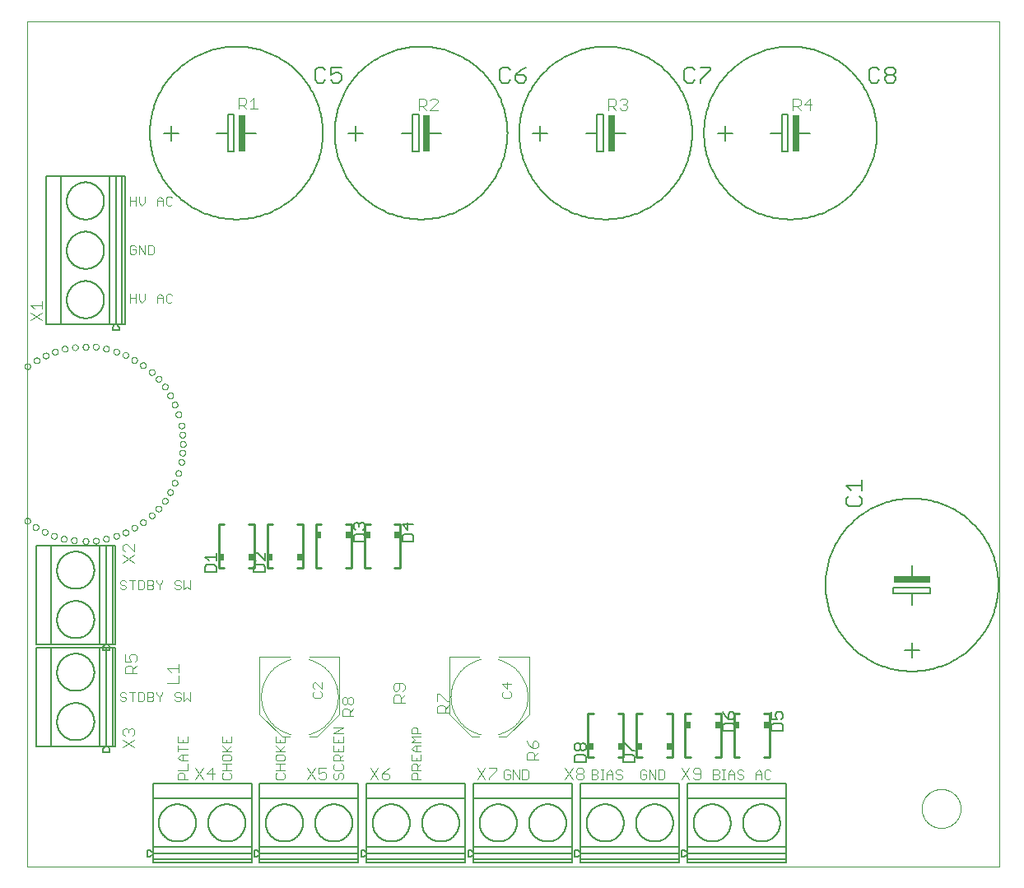
<source format=gto>
G75*
%MOIN*%
%OFA0B0*%
%FSLAX25Y25*%
%IPPOS*%
%LPD*%
%AMOC8*
5,1,8,0,0,1.08239X$1,22.5*
%
%ADD10C,0.00000*%
%ADD11C,0.00300*%
%ADD12C,0.00600*%
%ADD13C,0.00700*%
%ADD14R,0.02500X0.15000*%
%ADD15C,0.01000*%
%ADD16C,0.00500*%
%ADD17R,0.01969X0.02953*%
%ADD18C,0.00400*%
%ADD19C,0.00800*%
%ADD20R,0.15000X0.02500*%
D10*
X0026140Y0001800D02*
X0026140Y0344320D01*
X0419841Y0344320D01*
X0419841Y0001800D01*
X0026140Y0001800D01*
X0043857Y0134083D02*
X0043859Y0134152D01*
X0043865Y0134220D01*
X0043875Y0134288D01*
X0043889Y0134355D01*
X0043907Y0134422D01*
X0043928Y0134487D01*
X0043954Y0134551D01*
X0043983Y0134613D01*
X0044015Y0134673D01*
X0044051Y0134732D01*
X0044091Y0134788D01*
X0044133Y0134842D01*
X0044179Y0134893D01*
X0044228Y0134942D01*
X0044279Y0134988D01*
X0044333Y0135030D01*
X0044389Y0135070D01*
X0044447Y0135106D01*
X0044508Y0135138D01*
X0044570Y0135167D01*
X0044634Y0135193D01*
X0044699Y0135214D01*
X0044766Y0135232D01*
X0044833Y0135246D01*
X0044901Y0135256D01*
X0044969Y0135262D01*
X0045038Y0135264D01*
X0045107Y0135262D01*
X0045175Y0135256D01*
X0045243Y0135246D01*
X0045310Y0135232D01*
X0045377Y0135214D01*
X0045442Y0135193D01*
X0045506Y0135167D01*
X0045568Y0135138D01*
X0045628Y0135106D01*
X0045687Y0135070D01*
X0045743Y0135030D01*
X0045797Y0134988D01*
X0045848Y0134942D01*
X0045897Y0134893D01*
X0045943Y0134842D01*
X0045985Y0134788D01*
X0046025Y0134732D01*
X0046061Y0134673D01*
X0046093Y0134613D01*
X0046122Y0134551D01*
X0046148Y0134487D01*
X0046169Y0134422D01*
X0046187Y0134355D01*
X0046201Y0134288D01*
X0046211Y0134220D01*
X0046217Y0134152D01*
X0046219Y0134083D01*
X0046217Y0134014D01*
X0046211Y0133946D01*
X0046201Y0133878D01*
X0046187Y0133811D01*
X0046169Y0133744D01*
X0046148Y0133679D01*
X0046122Y0133615D01*
X0046093Y0133553D01*
X0046061Y0133492D01*
X0046025Y0133434D01*
X0045985Y0133378D01*
X0045943Y0133324D01*
X0045897Y0133273D01*
X0045848Y0133224D01*
X0045797Y0133178D01*
X0045743Y0133136D01*
X0045687Y0133096D01*
X0045629Y0133060D01*
X0045568Y0133028D01*
X0045506Y0132999D01*
X0045442Y0132973D01*
X0045377Y0132952D01*
X0045310Y0132934D01*
X0045243Y0132920D01*
X0045175Y0132910D01*
X0045107Y0132904D01*
X0045038Y0132902D01*
X0044969Y0132904D01*
X0044901Y0132910D01*
X0044833Y0132920D01*
X0044766Y0132934D01*
X0044699Y0132952D01*
X0044634Y0132973D01*
X0044570Y0132999D01*
X0044508Y0133028D01*
X0044447Y0133060D01*
X0044389Y0133096D01*
X0044333Y0133136D01*
X0044279Y0133178D01*
X0044228Y0133224D01*
X0044179Y0133273D01*
X0044133Y0133324D01*
X0044091Y0133378D01*
X0044051Y0133434D01*
X0044015Y0133492D01*
X0043983Y0133553D01*
X0043954Y0133615D01*
X0043928Y0133679D01*
X0043907Y0133744D01*
X0043889Y0133811D01*
X0043875Y0133878D01*
X0043865Y0133946D01*
X0043859Y0134014D01*
X0043857Y0134083D01*
X0039723Y0134674D02*
X0039725Y0134743D01*
X0039731Y0134811D01*
X0039741Y0134879D01*
X0039755Y0134946D01*
X0039773Y0135013D01*
X0039794Y0135078D01*
X0039820Y0135142D01*
X0039849Y0135204D01*
X0039881Y0135264D01*
X0039917Y0135323D01*
X0039957Y0135379D01*
X0039999Y0135433D01*
X0040045Y0135484D01*
X0040094Y0135533D01*
X0040145Y0135579D01*
X0040199Y0135621D01*
X0040255Y0135661D01*
X0040313Y0135697D01*
X0040374Y0135729D01*
X0040436Y0135758D01*
X0040500Y0135784D01*
X0040565Y0135805D01*
X0040632Y0135823D01*
X0040699Y0135837D01*
X0040767Y0135847D01*
X0040835Y0135853D01*
X0040904Y0135855D01*
X0040973Y0135853D01*
X0041041Y0135847D01*
X0041109Y0135837D01*
X0041176Y0135823D01*
X0041243Y0135805D01*
X0041308Y0135784D01*
X0041372Y0135758D01*
X0041434Y0135729D01*
X0041494Y0135697D01*
X0041553Y0135661D01*
X0041609Y0135621D01*
X0041663Y0135579D01*
X0041714Y0135533D01*
X0041763Y0135484D01*
X0041809Y0135433D01*
X0041851Y0135379D01*
X0041891Y0135323D01*
X0041927Y0135264D01*
X0041959Y0135204D01*
X0041988Y0135142D01*
X0042014Y0135078D01*
X0042035Y0135013D01*
X0042053Y0134946D01*
X0042067Y0134879D01*
X0042077Y0134811D01*
X0042083Y0134743D01*
X0042085Y0134674D01*
X0042083Y0134605D01*
X0042077Y0134537D01*
X0042067Y0134469D01*
X0042053Y0134402D01*
X0042035Y0134335D01*
X0042014Y0134270D01*
X0041988Y0134206D01*
X0041959Y0134144D01*
X0041927Y0134083D01*
X0041891Y0134025D01*
X0041851Y0133969D01*
X0041809Y0133915D01*
X0041763Y0133864D01*
X0041714Y0133815D01*
X0041663Y0133769D01*
X0041609Y0133727D01*
X0041553Y0133687D01*
X0041495Y0133651D01*
X0041434Y0133619D01*
X0041372Y0133590D01*
X0041308Y0133564D01*
X0041243Y0133543D01*
X0041176Y0133525D01*
X0041109Y0133511D01*
X0041041Y0133501D01*
X0040973Y0133495D01*
X0040904Y0133493D01*
X0040835Y0133495D01*
X0040767Y0133501D01*
X0040699Y0133511D01*
X0040632Y0133525D01*
X0040565Y0133543D01*
X0040500Y0133564D01*
X0040436Y0133590D01*
X0040374Y0133619D01*
X0040313Y0133651D01*
X0040255Y0133687D01*
X0040199Y0133727D01*
X0040145Y0133769D01*
X0040094Y0133815D01*
X0040045Y0133864D01*
X0039999Y0133915D01*
X0039957Y0133969D01*
X0039917Y0134025D01*
X0039881Y0134083D01*
X0039849Y0134144D01*
X0039820Y0134206D01*
X0039794Y0134270D01*
X0039773Y0134335D01*
X0039755Y0134402D01*
X0039741Y0134469D01*
X0039731Y0134537D01*
X0039725Y0134605D01*
X0039723Y0134674D01*
X0035786Y0135855D02*
X0035788Y0135924D01*
X0035794Y0135992D01*
X0035804Y0136060D01*
X0035818Y0136127D01*
X0035836Y0136194D01*
X0035857Y0136259D01*
X0035883Y0136323D01*
X0035912Y0136385D01*
X0035944Y0136445D01*
X0035980Y0136504D01*
X0036020Y0136560D01*
X0036062Y0136614D01*
X0036108Y0136665D01*
X0036157Y0136714D01*
X0036208Y0136760D01*
X0036262Y0136802D01*
X0036318Y0136842D01*
X0036376Y0136878D01*
X0036437Y0136910D01*
X0036499Y0136939D01*
X0036563Y0136965D01*
X0036628Y0136986D01*
X0036695Y0137004D01*
X0036762Y0137018D01*
X0036830Y0137028D01*
X0036898Y0137034D01*
X0036967Y0137036D01*
X0037036Y0137034D01*
X0037104Y0137028D01*
X0037172Y0137018D01*
X0037239Y0137004D01*
X0037306Y0136986D01*
X0037371Y0136965D01*
X0037435Y0136939D01*
X0037497Y0136910D01*
X0037557Y0136878D01*
X0037616Y0136842D01*
X0037672Y0136802D01*
X0037726Y0136760D01*
X0037777Y0136714D01*
X0037826Y0136665D01*
X0037872Y0136614D01*
X0037914Y0136560D01*
X0037954Y0136504D01*
X0037990Y0136445D01*
X0038022Y0136385D01*
X0038051Y0136323D01*
X0038077Y0136259D01*
X0038098Y0136194D01*
X0038116Y0136127D01*
X0038130Y0136060D01*
X0038140Y0135992D01*
X0038146Y0135924D01*
X0038148Y0135855D01*
X0038146Y0135786D01*
X0038140Y0135718D01*
X0038130Y0135650D01*
X0038116Y0135583D01*
X0038098Y0135516D01*
X0038077Y0135451D01*
X0038051Y0135387D01*
X0038022Y0135325D01*
X0037990Y0135264D01*
X0037954Y0135206D01*
X0037914Y0135150D01*
X0037872Y0135096D01*
X0037826Y0135045D01*
X0037777Y0134996D01*
X0037726Y0134950D01*
X0037672Y0134908D01*
X0037616Y0134868D01*
X0037558Y0134832D01*
X0037497Y0134800D01*
X0037435Y0134771D01*
X0037371Y0134745D01*
X0037306Y0134724D01*
X0037239Y0134706D01*
X0037172Y0134692D01*
X0037104Y0134682D01*
X0037036Y0134676D01*
X0036967Y0134674D01*
X0036898Y0134676D01*
X0036830Y0134682D01*
X0036762Y0134692D01*
X0036695Y0134706D01*
X0036628Y0134724D01*
X0036563Y0134745D01*
X0036499Y0134771D01*
X0036437Y0134800D01*
X0036376Y0134832D01*
X0036318Y0134868D01*
X0036262Y0134908D01*
X0036208Y0134950D01*
X0036157Y0134996D01*
X0036108Y0135045D01*
X0036062Y0135096D01*
X0036020Y0135150D01*
X0035980Y0135206D01*
X0035944Y0135264D01*
X0035912Y0135325D01*
X0035883Y0135387D01*
X0035857Y0135451D01*
X0035836Y0135516D01*
X0035818Y0135583D01*
X0035804Y0135650D01*
X0035794Y0135718D01*
X0035788Y0135786D01*
X0035786Y0135855D01*
X0032046Y0137430D02*
X0032048Y0137499D01*
X0032054Y0137567D01*
X0032064Y0137635D01*
X0032078Y0137702D01*
X0032096Y0137769D01*
X0032117Y0137834D01*
X0032143Y0137898D01*
X0032172Y0137960D01*
X0032204Y0138020D01*
X0032240Y0138079D01*
X0032280Y0138135D01*
X0032322Y0138189D01*
X0032368Y0138240D01*
X0032417Y0138289D01*
X0032468Y0138335D01*
X0032522Y0138377D01*
X0032578Y0138417D01*
X0032636Y0138453D01*
X0032697Y0138485D01*
X0032759Y0138514D01*
X0032823Y0138540D01*
X0032888Y0138561D01*
X0032955Y0138579D01*
X0033022Y0138593D01*
X0033090Y0138603D01*
X0033158Y0138609D01*
X0033227Y0138611D01*
X0033296Y0138609D01*
X0033364Y0138603D01*
X0033432Y0138593D01*
X0033499Y0138579D01*
X0033566Y0138561D01*
X0033631Y0138540D01*
X0033695Y0138514D01*
X0033757Y0138485D01*
X0033817Y0138453D01*
X0033876Y0138417D01*
X0033932Y0138377D01*
X0033986Y0138335D01*
X0034037Y0138289D01*
X0034086Y0138240D01*
X0034132Y0138189D01*
X0034174Y0138135D01*
X0034214Y0138079D01*
X0034250Y0138020D01*
X0034282Y0137960D01*
X0034311Y0137898D01*
X0034337Y0137834D01*
X0034358Y0137769D01*
X0034376Y0137702D01*
X0034390Y0137635D01*
X0034400Y0137567D01*
X0034406Y0137499D01*
X0034408Y0137430D01*
X0034406Y0137361D01*
X0034400Y0137293D01*
X0034390Y0137225D01*
X0034376Y0137158D01*
X0034358Y0137091D01*
X0034337Y0137026D01*
X0034311Y0136962D01*
X0034282Y0136900D01*
X0034250Y0136839D01*
X0034214Y0136781D01*
X0034174Y0136725D01*
X0034132Y0136671D01*
X0034086Y0136620D01*
X0034037Y0136571D01*
X0033986Y0136525D01*
X0033932Y0136483D01*
X0033876Y0136443D01*
X0033818Y0136407D01*
X0033757Y0136375D01*
X0033695Y0136346D01*
X0033631Y0136320D01*
X0033566Y0136299D01*
X0033499Y0136281D01*
X0033432Y0136267D01*
X0033364Y0136257D01*
X0033296Y0136251D01*
X0033227Y0136249D01*
X0033158Y0136251D01*
X0033090Y0136257D01*
X0033022Y0136267D01*
X0032955Y0136281D01*
X0032888Y0136299D01*
X0032823Y0136320D01*
X0032759Y0136346D01*
X0032697Y0136375D01*
X0032636Y0136407D01*
X0032578Y0136443D01*
X0032522Y0136483D01*
X0032468Y0136525D01*
X0032417Y0136571D01*
X0032368Y0136620D01*
X0032322Y0136671D01*
X0032280Y0136725D01*
X0032240Y0136781D01*
X0032204Y0136839D01*
X0032172Y0136900D01*
X0032143Y0136962D01*
X0032117Y0137026D01*
X0032096Y0137091D01*
X0032078Y0137158D01*
X0032064Y0137225D01*
X0032054Y0137293D01*
X0032048Y0137361D01*
X0032046Y0137430D01*
X0028306Y0139398D02*
X0028308Y0139467D01*
X0028314Y0139535D01*
X0028324Y0139603D01*
X0028338Y0139670D01*
X0028356Y0139737D01*
X0028377Y0139802D01*
X0028403Y0139866D01*
X0028432Y0139928D01*
X0028464Y0139988D01*
X0028500Y0140047D01*
X0028540Y0140103D01*
X0028582Y0140157D01*
X0028628Y0140208D01*
X0028677Y0140257D01*
X0028728Y0140303D01*
X0028782Y0140345D01*
X0028838Y0140385D01*
X0028896Y0140421D01*
X0028957Y0140453D01*
X0029019Y0140482D01*
X0029083Y0140508D01*
X0029148Y0140529D01*
X0029215Y0140547D01*
X0029282Y0140561D01*
X0029350Y0140571D01*
X0029418Y0140577D01*
X0029487Y0140579D01*
X0029556Y0140577D01*
X0029624Y0140571D01*
X0029692Y0140561D01*
X0029759Y0140547D01*
X0029826Y0140529D01*
X0029891Y0140508D01*
X0029955Y0140482D01*
X0030017Y0140453D01*
X0030077Y0140421D01*
X0030136Y0140385D01*
X0030192Y0140345D01*
X0030246Y0140303D01*
X0030297Y0140257D01*
X0030346Y0140208D01*
X0030392Y0140157D01*
X0030434Y0140103D01*
X0030474Y0140047D01*
X0030510Y0139988D01*
X0030542Y0139928D01*
X0030571Y0139866D01*
X0030597Y0139802D01*
X0030618Y0139737D01*
X0030636Y0139670D01*
X0030650Y0139603D01*
X0030660Y0139535D01*
X0030666Y0139467D01*
X0030668Y0139398D01*
X0030666Y0139329D01*
X0030660Y0139261D01*
X0030650Y0139193D01*
X0030636Y0139126D01*
X0030618Y0139059D01*
X0030597Y0138994D01*
X0030571Y0138930D01*
X0030542Y0138868D01*
X0030510Y0138807D01*
X0030474Y0138749D01*
X0030434Y0138693D01*
X0030392Y0138639D01*
X0030346Y0138588D01*
X0030297Y0138539D01*
X0030246Y0138493D01*
X0030192Y0138451D01*
X0030136Y0138411D01*
X0030078Y0138375D01*
X0030017Y0138343D01*
X0029955Y0138314D01*
X0029891Y0138288D01*
X0029826Y0138267D01*
X0029759Y0138249D01*
X0029692Y0138235D01*
X0029624Y0138225D01*
X0029556Y0138219D01*
X0029487Y0138217D01*
X0029418Y0138219D01*
X0029350Y0138225D01*
X0029282Y0138235D01*
X0029215Y0138249D01*
X0029148Y0138267D01*
X0029083Y0138288D01*
X0029019Y0138314D01*
X0028957Y0138343D01*
X0028896Y0138375D01*
X0028838Y0138411D01*
X0028782Y0138451D01*
X0028728Y0138493D01*
X0028677Y0138539D01*
X0028628Y0138588D01*
X0028582Y0138639D01*
X0028540Y0138693D01*
X0028500Y0138749D01*
X0028464Y0138807D01*
X0028432Y0138868D01*
X0028403Y0138930D01*
X0028377Y0138994D01*
X0028356Y0139059D01*
X0028338Y0139126D01*
X0028324Y0139193D01*
X0028314Y0139261D01*
X0028308Y0139329D01*
X0028306Y0139398D01*
X0024959Y0141957D02*
X0024961Y0142026D01*
X0024967Y0142094D01*
X0024977Y0142162D01*
X0024991Y0142229D01*
X0025009Y0142296D01*
X0025030Y0142361D01*
X0025056Y0142425D01*
X0025085Y0142487D01*
X0025117Y0142547D01*
X0025153Y0142606D01*
X0025193Y0142662D01*
X0025235Y0142716D01*
X0025281Y0142767D01*
X0025330Y0142816D01*
X0025381Y0142862D01*
X0025435Y0142904D01*
X0025491Y0142944D01*
X0025549Y0142980D01*
X0025610Y0143012D01*
X0025672Y0143041D01*
X0025736Y0143067D01*
X0025801Y0143088D01*
X0025868Y0143106D01*
X0025935Y0143120D01*
X0026003Y0143130D01*
X0026071Y0143136D01*
X0026140Y0143138D01*
X0026209Y0143136D01*
X0026277Y0143130D01*
X0026345Y0143120D01*
X0026412Y0143106D01*
X0026479Y0143088D01*
X0026544Y0143067D01*
X0026608Y0143041D01*
X0026670Y0143012D01*
X0026730Y0142980D01*
X0026789Y0142944D01*
X0026845Y0142904D01*
X0026899Y0142862D01*
X0026950Y0142816D01*
X0026999Y0142767D01*
X0027045Y0142716D01*
X0027087Y0142662D01*
X0027127Y0142606D01*
X0027163Y0142547D01*
X0027195Y0142487D01*
X0027224Y0142425D01*
X0027250Y0142361D01*
X0027271Y0142296D01*
X0027289Y0142229D01*
X0027303Y0142162D01*
X0027313Y0142094D01*
X0027319Y0142026D01*
X0027321Y0141957D01*
X0027319Y0141888D01*
X0027313Y0141820D01*
X0027303Y0141752D01*
X0027289Y0141685D01*
X0027271Y0141618D01*
X0027250Y0141553D01*
X0027224Y0141489D01*
X0027195Y0141427D01*
X0027163Y0141366D01*
X0027127Y0141308D01*
X0027087Y0141252D01*
X0027045Y0141198D01*
X0026999Y0141147D01*
X0026950Y0141098D01*
X0026899Y0141052D01*
X0026845Y0141010D01*
X0026789Y0140970D01*
X0026731Y0140934D01*
X0026670Y0140902D01*
X0026608Y0140873D01*
X0026544Y0140847D01*
X0026479Y0140826D01*
X0026412Y0140808D01*
X0026345Y0140794D01*
X0026277Y0140784D01*
X0026209Y0140778D01*
X0026140Y0140776D01*
X0026071Y0140778D01*
X0026003Y0140784D01*
X0025935Y0140794D01*
X0025868Y0140808D01*
X0025801Y0140826D01*
X0025736Y0140847D01*
X0025672Y0140873D01*
X0025610Y0140902D01*
X0025549Y0140934D01*
X0025491Y0140970D01*
X0025435Y0141010D01*
X0025381Y0141052D01*
X0025330Y0141098D01*
X0025281Y0141147D01*
X0025235Y0141198D01*
X0025193Y0141252D01*
X0025153Y0141308D01*
X0025117Y0141366D01*
X0025085Y0141427D01*
X0025056Y0141489D01*
X0025030Y0141553D01*
X0025009Y0141618D01*
X0024991Y0141685D01*
X0024977Y0141752D01*
X0024967Y0141820D01*
X0024961Y0141888D01*
X0024959Y0141957D01*
X0048581Y0133690D02*
X0048583Y0133759D01*
X0048589Y0133827D01*
X0048599Y0133895D01*
X0048613Y0133962D01*
X0048631Y0134029D01*
X0048652Y0134094D01*
X0048678Y0134158D01*
X0048707Y0134220D01*
X0048739Y0134280D01*
X0048775Y0134339D01*
X0048815Y0134395D01*
X0048857Y0134449D01*
X0048903Y0134500D01*
X0048952Y0134549D01*
X0049003Y0134595D01*
X0049057Y0134637D01*
X0049113Y0134677D01*
X0049171Y0134713D01*
X0049232Y0134745D01*
X0049294Y0134774D01*
X0049358Y0134800D01*
X0049423Y0134821D01*
X0049490Y0134839D01*
X0049557Y0134853D01*
X0049625Y0134863D01*
X0049693Y0134869D01*
X0049762Y0134871D01*
X0049831Y0134869D01*
X0049899Y0134863D01*
X0049967Y0134853D01*
X0050034Y0134839D01*
X0050101Y0134821D01*
X0050166Y0134800D01*
X0050230Y0134774D01*
X0050292Y0134745D01*
X0050352Y0134713D01*
X0050411Y0134677D01*
X0050467Y0134637D01*
X0050521Y0134595D01*
X0050572Y0134549D01*
X0050621Y0134500D01*
X0050667Y0134449D01*
X0050709Y0134395D01*
X0050749Y0134339D01*
X0050785Y0134280D01*
X0050817Y0134220D01*
X0050846Y0134158D01*
X0050872Y0134094D01*
X0050893Y0134029D01*
X0050911Y0133962D01*
X0050925Y0133895D01*
X0050935Y0133827D01*
X0050941Y0133759D01*
X0050943Y0133690D01*
X0050941Y0133621D01*
X0050935Y0133553D01*
X0050925Y0133485D01*
X0050911Y0133418D01*
X0050893Y0133351D01*
X0050872Y0133286D01*
X0050846Y0133222D01*
X0050817Y0133160D01*
X0050785Y0133099D01*
X0050749Y0133041D01*
X0050709Y0132985D01*
X0050667Y0132931D01*
X0050621Y0132880D01*
X0050572Y0132831D01*
X0050521Y0132785D01*
X0050467Y0132743D01*
X0050411Y0132703D01*
X0050353Y0132667D01*
X0050292Y0132635D01*
X0050230Y0132606D01*
X0050166Y0132580D01*
X0050101Y0132559D01*
X0050034Y0132541D01*
X0049967Y0132527D01*
X0049899Y0132517D01*
X0049831Y0132511D01*
X0049762Y0132509D01*
X0049693Y0132511D01*
X0049625Y0132517D01*
X0049557Y0132527D01*
X0049490Y0132541D01*
X0049423Y0132559D01*
X0049358Y0132580D01*
X0049294Y0132606D01*
X0049232Y0132635D01*
X0049171Y0132667D01*
X0049113Y0132703D01*
X0049057Y0132743D01*
X0049003Y0132785D01*
X0048952Y0132831D01*
X0048903Y0132880D01*
X0048857Y0132931D01*
X0048815Y0132985D01*
X0048775Y0133041D01*
X0048739Y0133099D01*
X0048707Y0133160D01*
X0048678Y0133222D01*
X0048652Y0133286D01*
X0048631Y0133351D01*
X0048613Y0133418D01*
X0048599Y0133485D01*
X0048589Y0133553D01*
X0048583Y0133621D01*
X0048581Y0133690D01*
X0052715Y0133887D02*
X0052717Y0133956D01*
X0052723Y0134024D01*
X0052733Y0134092D01*
X0052747Y0134159D01*
X0052765Y0134226D01*
X0052786Y0134291D01*
X0052812Y0134355D01*
X0052841Y0134417D01*
X0052873Y0134477D01*
X0052909Y0134536D01*
X0052949Y0134592D01*
X0052991Y0134646D01*
X0053037Y0134697D01*
X0053086Y0134746D01*
X0053137Y0134792D01*
X0053191Y0134834D01*
X0053247Y0134874D01*
X0053305Y0134910D01*
X0053366Y0134942D01*
X0053428Y0134971D01*
X0053492Y0134997D01*
X0053557Y0135018D01*
X0053624Y0135036D01*
X0053691Y0135050D01*
X0053759Y0135060D01*
X0053827Y0135066D01*
X0053896Y0135068D01*
X0053965Y0135066D01*
X0054033Y0135060D01*
X0054101Y0135050D01*
X0054168Y0135036D01*
X0054235Y0135018D01*
X0054300Y0134997D01*
X0054364Y0134971D01*
X0054426Y0134942D01*
X0054486Y0134910D01*
X0054545Y0134874D01*
X0054601Y0134834D01*
X0054655Y0134792D01*
X0054706Y0134746D01*
X0054755Y0134697D01*
X0054801Y0134646D01*
X0054843Y0134592D01*
X0054883Y0134536D01*
X0054919Y0134477D01*
X0054951Y0134417D01*
X0054980Y0134355D01*
X0055006Y0134291D01*
X0055027Y0134226D01*
X0055045Y0134159D01*
X0055059Y0134092D01*
X0055069Y0134024D01*
X0055075Y0133956D01*
X0055077Y0133887D01*
X0055075Y0133818D01*
X0055069Y0133750D01*
X0055059Y0133682D01*
X0055045Y0133615D01*
X0055027Y0133548D01*
X0055006Y0133483D01*
X0054980Y0133419D01*
X0054951Y0133357D01*
X0054919Y0133296D01*
X0054883Y0133238D01*
X0054843Y0133182D01*
X0054801Y0133128D01*
X0054755Y0133077D01*
X0054706Y0133028D01*
X0054655Y0132982D01*
X0054601Y0132940D01*
X0054545Y0132900D01*
X0054487Y0132864D01*
X0054426Y0132832D01*
X0054364Y0132803D01*
X0054300Y0132777D01*
X0054235Y0132756D01*
X0054168Y0132738D01*
X0054101Y0132724D01*
X0054033Y0132714D01*
X0053965Y0132708D01*
X0053896Y0132706D01*
X0053827Y0132708D01*
X0053759Y0132714D01*
X0053691Y0132724D01*
X0053624Y0132738D01*
X0053557Y0132756D01*
X0053492Y0132777D01*
X0053428Y0132803D01*
X0053366Y0132832D01*
X0053305Y0132864D01*
X0053247Y0132900D01*
X0053191Y0132940D01*
X0053137Y0132982D01*
X0053086Y0133028D01*
X0053037Y0133077D01*
X0052991Y0133128D01*
X0052949Y0133182D01*
X0052909Y0133238D01*
X0052873Y0133296D01*
X0052841Y0133357D01*
X0052812Y0133419D01*
X0052786Y0133483D01*
X0052765Y0133548D01*
X0052747Y0133615D01*
X0052733Y0133682D01*
X0052723Y0133750D01*
X0052717Y0133818D01*
X0052715Y0133887D01*
X0056849Y0134674D02*
X0056851Y0134743D01*
X0056857Y0134811D01*
X0056867Y0134879D01*
X0056881Y0134946D01*
X0056899Y0135013D01*
X0056920Y0135078D01*
X0056946Y0135142D01*
X0056975Y0135204D01*
X0057007Y0135264D01*
X0057043Y0135323D01*
X0057083Y0135379D01*
X0057125Y0135433D01*
X0057171Y0135484D01*
X0057220Y0135533D01*
X0057271Y0135579D01*
X0057325Y0135621D01*
X0057381Y0135661D01*
X0057439Y0135697D01*
X0057500Y0135729D01*
X0057562Y0135758D01*
X0057626Y0135784D01*
X0057691Y0135805D01*
X0057758Y0135823D01*
X0057825Y0135837D01*
X0057893Y0135847D01*
X0057961Y0135853D01*
X0058030Y0135855D01*
X0058099Y0135853D01*
X0058167Y0135847D01*
X0058235Y0135837D01*
X0058302Y0135823D01*
X0058369Y0135805D01*
X0058434Y0135784D01*
X0058498Y0135758D01*
X0058560Y0135729D01*
X0058620Y0135697D01*
X0058679Y0135661D01*
X0058735Y0135621D01*
X0058789Y0135579D01*
X0058840Y0135533D01*
X0058889Y0135484D01*
X0058935Y0135433D01*
X0058977Y0135379D01*
X0059017Y0135323D01*
X0059053Y0135264D01*
X0059085Y0135204D01*
X0059114Y0135142D01*
X0059140Y0135078D01*
X0059161Y0135013D01*
X0059179Y0134946D01*
X0059193Y0134879D01*
X0059203Y0134811D01*
X0059209Y0134743D01*
X0059211Y0134674D01*
X0059209Y0134605D01*
X0059203Y0134537D01*
X0059193Y0134469D01*
X0059179Y0134402D01*
X0059161Y0134335D01*
X0059140Y0134270D01*
X0059114Y0134206D01*
X0059085Y0134144D01*
X0059053Y0134083D01*
X0059017Y0134025D01*
X0058977Y0133969D01*
X0058935Y0133915D01*
X0058889Y0133864D01*
X0058840Y0133815D01*
X0058789Y0133769D01*
X0058735Y0133727D01*
X0058679Y0133687D01*
X0058621Y0133651D01*
X0058560Y0133619D01*
X0058498Y0133590D01*
X0058434Y0133564D01*
X0058369Y0133543D01*
X0058302Y0133525D01*
X0058235Y0133511D01*
X0058167Y0133501D01*
X0058099Y0133495D01*
X0058030Y0133493D01*
X0057961Y0133495D01*
X0057893Y0133501D01*
X0057825Y0133511D01*
X0057758Y0133525D01*
X0057691Y0133543D01*
X0057626Y0133564D01*
X0057562Y0133590D01*
X0057500Y0133619D01*
X0057439Y0133651D01*
X0057381Y0133687D01*
X0057325Y0133727D01*
X0057271Y0133769D01*
X0057220Y0133815D01*
X0057171Y0133864D01*
X0057125Y0133915D01*
X0057083Y0133969D01*
X0057043Y0134025D01*
X0057007Y0134083D01*
X0056975Y0134144D01*
X0056946Y0134206D01*
X0056920Y0134270D01*
X0056899Y0134335D01*
X0056881Y0134402D01*
X0056867Y0134469D01*
X0056857Y0134537D01*
X0056851Y0134605D01*
X0056849Y0134674D01*
X0060983Y0135855D02*
X0060985Y0135924D01*
X0060991Y0135992D01*
X0061001Y0136060D01*
X0061015Y0136127D01*
X0061033Y0136194D01*
X0061054Y0136259D01*
X0061080Y0136323D01*
X0061109Y0136385D01*
X0061141Y0136445D01*
X0061177Y0136504D01*
X0061217Y0136560D01*
X0061259Y0136614D01*
X0061305Y0136665D01*
X0061354Y0136714D01*
X0061405Y0136760D01*
X0061459Y0136802D01*
X0061515Y0136842D01*
X0061573Y0136878D01*
X0061634Y0136910D01*
X0061696Y0136939D01*
X0061760Y0136965D01*
X0061825Y0136986D01*
X0061892Y0137004D01*
X0061959Y0137018D01*
X0062027Y0137028D01*
X0062095Y0137034D01*
X0062164Y0137036D01*
X0062233Y0137034D01*
X0062301Y0137028D01*
X0062369Y0137018D01*
X0062436Y0137004D01*
X0062503Y0136986D01*
X0062568Y0136965D01*
X0062632Y0136939D01*
X0062694Y0136910D01*
X0062754Y0136878D01*
X0062813Y0136842D01*
X0062869Y0136802D01*
X0062923Y0136760D01*
X0062974Y0136714D01*
X0063023Y0136665D01*
X0063069Y0136614D01*
X0063111Y0136560D01*
X0063151Y0136504D01*
X0063187Y0136445D01*
X0063219Y0136385D01*
X0063248Y0136323D01*
X0063274Y0136259D01*
X0063295Y0136194D01*
X0063313Y0136127D01*
X0063327Y0136060D01*
X0063337Y0135992D01*
X0063343Y0135924D01*
X0063345Y0135855D01*
X0063343Y0135786D01*
X0063337Y0135718D01*
X0063327Y0135650D01*
X0063313Y0135583D01*
X0063295Y0135516D01*
X0063274Y0135451D01*
X0063248Y0135387D01*
X0063219Y0135325D01*
X0063187Y0135264D01*
X0063151Y0135206D01*
X0063111Y0135150D01*
X0063069Y0135096D01*
X0063023Y0135045D01*
X0062974Y0134996D01*
X0062923Y0134950D01*
X0062869Y0134908D01*
X0062813Y0134868D01*
X0062755Y0134832D01*
X0062694Y0134800D01*
X0062632Y0134771D01*
X0062568Y0134745D01*
X0062503Y0134724D01*
X0062436Y0134706D01*
X0062369Y0134692D01*
X0062301Y0134682D01*
X0062233Y0134676D01*
X0062164Y0134674D01*
X0062095Y0134676D01*
X0062027Y0134682D01*
X0061959Y0134692D01*
X0061892Y0134706D01*
X0061825Y0134724D01*
X0061760Y0134745D01*
X0061696Y0134771D01*
X0061634Y0134800D01*
X0061573Y0134832D01*
X0061515Y0134868D01*
X0061459Y0134908D01*
X0061405Y0134950D01*
X0061354Y0134996D01*
X0061305Y0135045D01*
X0061259Y0135096D01*
X0061217Y0135150D01*
X0061177Y0135206D01*
X0061141Y0135264D01*
X0061109Y0135325D01*
X0061080Y0135387D01*
X0061054Y0135451D01*
X0061033Y0135516D01*
X0061015Y0135583D01*
X0061001Y0135650D01*
X0060991Y0135718D01*
X0060985Y0135786D01*
X0060983Y0135855D01*
X0064723Y0137233D02*
X0064725Y0137302D01*
X0064731Y0137370D01*
X0064741Y0137438D01*
X0064755Y0137505D01*
X0064773Y0137572D01*
X0064794Y0137637D01*
X0064820Y0137701D01*
X0064849Y0137763D01*
X0064881Y0137823D01*
X0064917Y0137882D01*
X0064957Y0137938D01*
X0064999Y0137992D01*
X0065045Y0138043D01*
X0065094Y0138092D01*
X0065145Y0138138D01*
X0065199Y0138180D01*
X0065255Y0138220D01*
X0065313Y0138256D01*
X0065374Y0138288D01*
X0065436Y0138317D01*
X0065500Y0138343D01*
X0065565Y0138364D01*
X0065632Y0138382D01*
X0065699Y0138396D01*
X0065767Y0138406D01*
X0065835Y0138412D01*
X0065904Y0138414D01*
X0065973Y0138412D01*
X0066041Y0138406D01*
X0066109Y0138396D01*
X0066176Y0138382D01*
X0066243Y0138364D01*
X0066308Y0138343D01*
X0066372Y0138317D01*
X0066434Y0138288D01*
X0066494Y0138256D01*
X0066553Y0138220D01*
X0066609Y0138180D01*
X0066663Y0138138D01*
X0066714Y0138092D01*
X0066763Y0138043D01*
X0066809Y0137992D01*
X0066851Y0137938D01*
X0066891Y0137882D01*
X0066927Y0137823D01*
X0066959Y0137763D01*
X0066988Y0137701D01*
X0067014Y0137637D01*
X0067035Y0137572D01*
X0067053Y0137505D01*
X0067067Y0137438D01*
X0067077Y0137370D01*
X0067083Y0137302D01*
X0067085Y0137233D01*
X0067083Y0137164D01*
X0067077Y0137096D01*
X0067067Y0137028D01*
X0067053Y0136961D01*
X0067035Y0136894D01*
X0067014Y0136829D01*
X0066988Y0136765D01*
X0066959Y0136703D01*
X0066927Y0136642D01*
X0066891Y0136584D01*
X0066851Y0136528D01*
X0066809Y0136474D01*
X0066763Y0136423D01*
X0066714Y0136374D01*
X0066663Y0136328D01*
X0066609Y0136286D01*
X0066553Y0136246D01*
X0066495Y0136210D01*
X0066434Y0136178D01*
X0066372Y0136149D01*
X0066308Y0136123D01*
X0066243Y0136102D01*
X0066176Y0136084D01*
X0066109Y0136070D01*
X0066041Y0136060D01*
X0065973Y0136054D01*
X0065904Y0136052D01*
X0065835Y0136054D01*
X0065767Y0136060D01*
X0065699Y0136070D01*
X0065632Y0136084D01*
X0065565Y0136102D01*
X0065500Y0136123D01*
X0065436Y0136149D01*
X0065374Y0136178D01*
X0065313Y0136210D01*
X0065255Y0136246D01*
X0065199Y0136286D01*
X0065145Y0136328D01*
X0065094Y0136374D01*
X0065045Y0136423D01*
X0064999Y0136474D01*
X0064957Y0136528D01*
X0064917Y0136584D01*
X0064881Y0136642D01*
X0064849Y0136703D01*
X0064820Y0136765D01*
X0064794Y0136829D01*
X0064773Y0136894D01*
X0064755Y0136961D01*
X0064741Y0137028D01*
X0064731Y0137096D01*
X0064725Y0137164D01*
X0064723Y0137233D01*
X0068266Y0139202D02*
X0068268Y0139271D01*
X0068274Y0139339D01*
X0068284Y0139407D01*
X0068298Y0139474D01*
X0068316Y0139541D01*
X0068337Y0139606D01*
X0068363Y0139670D01*
X0068392Y0139732D01*
X0068424Y0139792D01*
X0068460Y0139851D01*
X0068500Y0139907D01*
X0068542Y0139961D01*
X0068588Y0140012D01*
X0068637Y0140061D01*
X0068688Y0140107D01*
X0068742Y0140149D01*
X0068798Y0140189D01*
X0068856Y0140225D01*
X0068917Y0140257D01*
X0068979Y0140286D01*
X0069043Y0140312D01*
X0069108Y0140333D01*
X0069175Y0140351D01*
X0069242Y0140365D01*
X0069310Y0140375D01*
X0069378Y0140381D01*
X0069447Y0140383D01*
X0069516Y0140381D01*
X0069584Y0140375D01*
X0069652Y0140365D01*
X0069719Y0140351D01*
X0069786Y0140333D01*
X0069851Y0140312D01*
X0069915Y0140286D01*
X0069977Y0140257D01*
X0070037Y0140225D01*
X0070096Y0140189D01*
X0070152Y0140149D01*
X0070206Y0140107D01*
X0070257Y0140061D01*
X0070306Y0140012D01*
X0070352Y0139961D01*
X0070394Y0139907D01*
X0070434Y0139851D01*
X0070470Y0139792D01*
X0070502Y0139732D01*
X0070531Y0139670D01*
X0070557Y0139606D01*
X0070578Y0139541D01*
X0070596Y0139474D01*
X0070610Y0139407D01*
X0070620Y0139339D01*
X0070626Y0139271D01*
X0070628Y0139202D01*
X0070626Y0139133D01*
X0070620Y0139065D01*
X0070610Y0138997D01*
X0070596Y0138930D01*
X0070578Y0138863D01*
X0070557Y0138798D01*
X0070531Y0138734D01*
X0070502Y0138672D01*
X0070470Y0138611D01*
X0070434Y0138553D01*
X0070394Y0138497D01*
X0070352Y0138443D01*
X0070306Y0138392D01*
X0070257Y0138343D01*
X0070206Y0138297D01*
X0070152Y0138255D01*
X0070096Y0138215D01*
X0070038Y0138179D01*
X0069977Y0138147D01*
X0069915Y0138118D01*
X0069851Y0138092D01*
X0069786Y0138071D01*
X0069719Y0138053D01*
X0069652Y0138039D01*
X0069584Y0138029D01*
X0069516Y0138023D01*
X0069447Y0138021D01*
X0069378Y0138023D01*
X0069310Y0138029D01*
X0069242Y0138039D01*
X0069175Y0138053D01*
X0069108Y0138071D01*
X0069043Y0138092D01*
X0068979Y0138118D01*
X0068917Y0138147D01*
X0068856Y0138179D01*
X0068798Y0138215D01*
X0068742Y0138255D01*
X0068688Y0138297D01*
X0068637Y0138343D01*
X0068588Y0138392D01*
X0068542Y0138443D01*
X0068500Y0138497D01*
X0068460Y0138553D01*
X0068424Y0138611D01*
X0068392Y0138672D01*
X0068363Y0138734D01*
X0068337Y0138798D01*
X0068316Y0138863D01*
X0068298Y0138930D01*
X0068284Y0138997D01*
X0068274Y0139065D01*
X0068268Y0139133D01*
X0068266Y0139202D01*
X0071810Y0141367D02*
X0071812Y0141436D01*
X0071818Y0141504D01*
X0071828Y0141572D01*
X0071842Y0141639D01*
X0071860Y0141706D01*
X0071881Y0141771D01*
X0071907Y0141835D01*
X0071936Y0141897D01*
X0071968Y0141957D01*
X0072004Y0142016D01*
X0072044Y0142072D01*
X0072086Y0142126D01*
X0072132Y0142177D01*
X0072181Y0142226D01*
X0072232Y0142272D01*
X0072286Y0142314D01*
X0072342Y0142354D01*
X0072400Y0142390D01*
X0072461Y0142422D01*
X0072523Y0142451D01*
X0072587Y0142477D01*
X0072652Y0142498D01*
X0072719Y0142516D01*
X0072786Y0142530D01*
X0072854Y0142540D01*
X0072922Y0142546D01*
X0072991Y0142548D01*
X0073060Y0142546D01*
X0073128Y0142540D01*
X0073196Y0142530D01*
X0073263Y0142516D01*
X0073330Y0142498D01*
X0073395Y0142477D01*
X0073459Y0142451D01*
X0073521Y0142422D01*
X0073581Y0142390D01*
X0073640Y0142354D01*
X0073696Y0142314D01*
X0073750Y0142272D01*
X0073801Y0142226D01*
X0073850Y0142177D01*
X0073896Y0142126D01*
X0073938Y0142072D01*
X0073978Y0142016D01*
X0074014Y0141957D01*
X0074046Y0141897D01*
X0074075Y0141835D01*
X0074101Y0141771D01*
X0074122Y0141706D01*
X0074140Y0141639D01*
X0074154Y0141572D01*
X0074164Y0141504D01*
X0074170Y0141436D01*
X0074172Y0141367D01*
X0074170Y0141298D01*
X0074164Y0141230D01*
X0074154Y0141162D01*
X0074140Y0141095D01*
X0074122Y0141028D01*
X0074101Y0140963D01*
X0074075Y0140899D01*
X0074046Y0140837D01*
X0074014Y0140776D01*
X0073978Y0140718D01*
X0073938Y0140662D01*
X0073896Y0140608D01*
X0073850Y0140557D01*
X0073801Y0140508D01*
X0073750Y0140462D01*
X0073696Y0140420D01*
X0073640Y0140380D01*
X0073582Y0140344D01*
X0073521Y0140312D01*
X0073459Y0140283D01*
X0073395Y0140257D01*
X0073330Y0140236D01*
X0073263Y0140218D01*
X0073196Y0140204D01*
X0073128Y0140194D01*
X0073060Y0140188D01*
X0072991Y0140186D01*
X0072922Y0140188D01*
X0072854Y0140194D01*
X0072786Y0140204D01*
X0072719Y0140218D01*
X0072652Y0140236D01*
X0072587Y0140257D01*
X0072523Y0140283D01*
X0072461Y0140312D01*
X0072400Y0140344D01*
X0072342Y0140380D01*
X0072286Y0140420D01*
X0072232Y0140462D01*
X0072181Y0140508D01*
X0072132Y0140557D01*
X0072086Y0140608D01*
X0072044Y0140662D01*
X0072004Y0140718D01*
X0071968Y0140776D01*
X0071936Y0140837D01*
X0071907Y0140899D01*
X0071881Y0140963D01*
X0071860Y0141028D01*
X0071842Y0141095D01*
X0071828Y0141162D01*
X0071818Y0141230D01*
X0071812Y0141298D01*
X0071810Y0141367D01*
X0075353Y0144123D02*
X0075355Y0144192D01*
X0075361Y0144260D01*
X0075371Y0144328D01*
X0075385Y0144395D01*
X0075403Y0144462D01*
X0075424Y0144527D01*
X0075450Y0144591D01*
X0075479Y0144653D01*
X0075511Y0144713D01*
X0075547Y0144772D01*
X0075587Y0144828D01*
X0075629Y0144882D01*
X0075675Y0144933D01*
X0075724Y0144982D01*
X0075775Y0145028D01*
X0075829Y0145070D01*
X0075885Y0145110D01*
X0075943Y0145146D01*
X0076004Y0145178D01*
X0076066Y0145207D01*
X0076130Y0145233D01*
X0076195Y0145254D01*
X0076262Y0145272D01*
X0076329Y0145286D01*
X0076397Y0145296D01*
X0076465Y0145302D01*
X0076534Y0145304D01*
X0076603Y0145302D01*
X0076671Y0145296D01*
X0076739Y0145286D01*
X0076806Y0145272D01*
X0076873Y0145254D01*
X0076938Y0145233D01*
X0077002Y0145207D01*
X0077064Y0145178D01*
X0077124Y0145146D01*
X0077183Y0145110D01*
X0077239Y0145070D01*
X0077293Y0145028D01*
X0077344Y0144982D01*
X0077393Y0144933D01*
X0077439Y0144882D01*
X0077481Y0144828D01*
X0077521Y0144772D01*
X0077557Y0144713D01*
X0077589Y0144653D01*
X0077618Y0144591D01*
X0077644Y0144527D01*
X0077665Y0144462D01*
X0077683Y0144395D01*
X0077697Y0144328D01*
X0077707Y0144260D01*
X0077713Y0144192D01*
X0077715Y0144123D01*
X0077713Y0144054D01*
X0077707Y0143986D01*
X0077697Y0143918D01*
X0077683Y0143851D01*
X0077665Y0143784D01*
X0077644Y0143719D01*
X0077618Y0143655D01*
X0077589Y0143593D01*
X0077557Y0143532D01*
X0077521Y0143474D01*
X0077481Y0143418D01*
X0077439Y0143364D01*
X0077393Y0143313D01*
X0077344Y0143264D01*
X0077293Y0143218D01*
X0077239Y0143176D01*
X0077183Y0143136D01*
X0077125Y0143100D01*
X0077064Y0143068D01*
X0077002Y0143039D01*
X0076938Y0143013D01*
X0076873Y0142992D01*
X0076806Y0142974D01*
X0076739Y0142960D01*
X0076671Y0142950D01*
X0076603Y0142944D01*
X0076534Y0142942D01*
X0076465Y0142944D01*
X0076397Y0142950D01*
X0076329Y0142960D01*
X0076262Y0142974D01*
X0076195Y0142992D01*
X0076130Y0143013D01*
X0076066Y0143039D01*
X0076004Y0143068D01*
X0075943Y0143100D01*
X0075885Y0143136D01*
X0075829Y0143176D01*
X0075775Y0143218D01*
X0075724Y0143264D01*
X0075675Y0143313D01*
X0075629Y0143364D01*
X0075587Y0143418D01*
X0075547Y0143474D01*
X0075511Y0143532D01*
X0075479Y0143593D01*
X0075450Y0143655D01*
X0075424Y0143719D01*
X0075403Y0143784D01*
X0075385Y0143851D01*
X0075371Y0143918D01*
X0075361Y0143986D01*
X0075355Y0144054D01*
X0075353Y0144123D01*
X0078109Y0146879D02*
X0078111Y0146948D01*
X0078117Y0147016D01*
X0078127Y0147084D01*
X0078141Y0147151D01*
X0078159Y0147218D01*
X0078180Y0147283D01*
X0078206Y0147347D01*
X0078235Y0147409D01*
X0078267Y0147469D01*
X0078303Y0147528D01*
X0078343Y0147584D01*
X0078385Y0147638D01*
X0078431Y0147689D01*
X0078480Y0147738D01*
X0078531Y0147784D01*
X0078585Y0147826D01*
X0078641Y0147866D01*
X0078699Y0147902D01*
X0078760Y0147934D01*
X0078822Y0147963D01*
X0078886Y0147989D01*
X0078951Y0148010D01*
X0079018Y0148028D01*
X0079085Y0148042D01*
X0079153Y0148052D01*
X0079221Y0148058D01*
X0079290Y0148060D01*
X0079359Y0148058D01*
X0079427Y0148052D01*
X0079495Y0148042D01*
X0079562Y0148028D01*
X0079629Y0148010D01*
X0079694Y0147989D01*
X0079758Y0147963D01*
X0079820Y0147934D01*
X0079880Y0147902D01*
X0079939Y0147866D01*
X0079995Y0147826D01*
X0080049Y0147784D01*
X0080100Y0147738D01*
X0080149Y0147689D01*
X0080195Y0147638D01*
X0080237Y0147584D01*
X0080277Y0147528D01*
X0080313Y0147469D01*
X0080345Y0147409D01*
X0080374Y0147347D01*
X0080400Y0147283D01*
X0080421Y0147218D01*
X0080439Y0147151D01*
X0080453Y0147084D01*
X0080463Y0147016D01*
X0080469Y0146948D01*
X0080471Y0146879D01*
X0080469Y0146810D01*
X0080463Y0146742D01*
X0080453Y0146674D01*
X0080439Y0146607D01*
X0080421Y0146540D01*
X0080400Y0146475D01*
X0080374Y0146411D01*
X0080345Y0146349D01*
X0080313Y0146288D01*
X0080277Y0146230D01*
X0080237Y0146174D01*
X0080195Y0146120D01*
X0080149Y0146069D01*
X0080100Y0146020D01*
X0080049Y0145974D01*
X0079995Y0145932D01*
X0079939Y0145892D01*
X0079881Y0145856D01*
X0079820Y0145824D01*
X0079758Y0145795D01*
X0079694Y0145769D01*
X0079629Y0145748D01*
X0079562Y0145730D01*
X0079495Y0145716D01*
X0079427Y0145706D01*
X0079359Y0145700D01*
X0079290Y0145698D01*
X0079221Y0145700D01*
X0079153Y0145706D01*
X0079085Y0145716D01*
X0079018Y0145730D01*
X0078951Y0145748D01*
X0078886Y0145769D01*
X0078822Y0145795D01*
X0078760Y0145824D01*
X0078699Y0145856D01*
X0078641Y0145892D01*
X0078585Y0145932D01*
X0078531Y0145974D01*
X0078480Y0146020D01*
X0078431Y0146069D01*
X0078385Y0146120D01*
X0078343Y0146174D01*
X0078303Y0146230D01*
X0078267Y0146288D01*
X0078235Y0146349D01*
X0078206Y0146411D01*
X0078180Y0146475D01*
X0078159Y0146540D01*
X0078141Y0146607D01*
X0078127Y0146674D01*
X0078117Y0146742D01*
X0078111Y0146810D01*
X0078109Y0146879D01*
X0080668Y0150028D02*
X0080670Y0150097D01*
X0080676Y0150165D01*
X0080686Y0150233D01*
X0080700Y0150300D01*
X0080718Y0150367D01*
X0080739Y0150432D01*
X0080765Y0150496D01*
X0080794Y0150558D01*
X0080826Y0150618D01*
X0080862Y0150677D01*
X0080902Y0150733D01*
X0080944Y0150787D01*
X0080990Y0150838D01*
X0081039Y0150887D01*
X0081090Y0150933D01*
X0081144Y0150975D01*
X0081200Y0151015D01*
X0081258Y0151051D01*
X0081319Y0151083D01*
X0081381Y0151112D01*
X0081445Y0151138D01*
X0081510Y0151159D01*
X0081577Y0151177D01*
X0081644Y0151191D01*
X0081712Y0151201D01*
X0081780Y0151207D01*
X0081849Y0151209D01*
X0081918Y0151207D01*
X0081986Y0151201D01*
X0082054Y0151191D01*
X0082121Y0151177D01*
X0082188Y0151159D01*
X0082253Y0151138D01*
X0082317Y0151112D01*
X0082379Y0151083D01*
X0082439Y0151051D01*
X0082498Y0151015D01*
X0082554Y0150975D01*
X0082608Y0150933D01*
X0082659Y0150887D01*
X0082708Y0150838D01*
X0082754Y0150787D01*
X0082796Y0150733D01*
X0082836Y0150677D01*
X0082872Y0150618D01*
X0082904Y0150558D01*
X0082933Y0150496D01*
X0082959Y0150432D01*
X0082980Y0150367D01*
X0082998Y0150300D01*
X0083012Y0150233D01*
X0083022Y0150165D01*
X0083028Y0150097D01*
X0083030Y0150028D01*
X0083028Y0149959D01*
X0083022Y0149891D01*
X0083012Y0149823D01*
X0082998Y0149756D01*
X0082980Y0149689D01*
X0082959Y0149624D01*
X0082933Y0149560D01*
X0082904Y0149498D01*
X0082872Y0149437D01*
X0082836Y0149379D01*
X0082796Y0149323D01*
X0082754Y0149269D01*
X0082708Y0149218D01*
X0082659Y0149169D01*
X0082608Y0149123D01*
X0082554Y0149081D01*
X0082498Y0149041D01*
X0082440Y0149005D01*
X0082379Y0148973D01*
X0082317Y0148944D01*
X0082253Y0148918D01*
X0082188Y0148897D01*
X0082121Y0148879D01*
X0082054Y0148865D01*
X0081986Y0148855D01*
X0081918Y0148849D01*
X0081849Y0148847D01*
X0081780Y0148849D01*
X0081712Y0148855D01*
X0081644Y0148865D01*
X0081577Y0148879D01*
X0081510Y0148897D01*
X0081445Y0148918D01*
X0081381Y0148944D01*
X0081319Y0148973D01*
X0081258Y0149005D01*
X0081200Y0149041D01*
X0081144Y0149081D01*
X0081090Y0149123D01*
X0081039Y0149169D01*
X0080990Y0149218D01*
X0080944Y0149269D01*
X0080902Y0149323D01*
X0080862Y0149379D01*
X0080826Y0149437D01*
X0080794Y0149498D01*
X0080765Y0149560D01*
X0080739Y0149624D01*
X0080718Y0149689D01*
X0080700Y0149756D01*
X0080686Y0149823D01*
X0080676Y0149891D01*
X0080670Y0149959D01*
X0080668Y0150028D01*
X0082833Y0153572D02*
X0082835Y0153641D01*
X0082841Y0153709D01*
X0082851Y0153777D01*
X0082865Y0153844D01*
X0082883Y0153911D01*
X0082904Y0153976D01*
X0082930Y0154040D01*
X0082959Y0154102D01*
X0082991Y0154162D01*
X0083027Y0154221D01*
X0083067Y0154277D01*
X0083109Y0154331D01*
X0083155Y0154382D01*
X0083204Y0154431D01*
X0083255Y0154477D01*
X0083309Y0154519D01*
X0083365Y0154559D01*
X0083423Y0154595D01*
X0083484Y0154627D01*
X0083546Y0154656D01*
X0083610Y0154682D01*
X0083675Y0154703D01*
X0083742Y0154721D01*
X0083809Y0154735D01*
X0083877Y0154745D01*
X0083945Y0154751D01*
X0084014Y0154753D01*
X0084083Y0154751D01*
X0084151Y0154745D01*
X0084219Y0154735D01*
X0084286Y0154721D01*
X0084353Y0154703D01*
X0084418Y0154682D01*
X0084482Y0154656D01*
X0084544Y0154627D01*
X0084604Y0154595D01*
X0084663Y0154559D01*
X0084719Y0154519D01*
X0084773Y0154477D01*
X0084824Y0154431D01*
X0084873Y0154382D01*
X0084919Y0154331D01*
X0084961Y0154277D01*
X0085001Y0154221D01*
X0085037Y0154162D01*
X0085069Y0154102D01*
X0085098Y0154040D01*
X0085124Y0153976D01*
X0085145Y0153911D01*
X0085163Y0153844D01*
X0085177Y0153777D01*
X0085187Y0153709D01*
X0085193Y0153641D01*
X0085195Y0153572D01*
X0085193Y0153503D01*
X0085187Y0153435D01*
X0085177Y0153367D01*
X0085163Y0153300D01*
X0085145Y0153233D01*
X0085124Y0153168D01*
X0085098Y0153104D01*
X0085069Y0153042D01*
X0085037Y0152981D01*
X0085001Y0152923D01*
X0084961Y0152867D01*
X0084919Y0152813D01*
X0084873Y0152762D01*
X0084824Y0152713D01*
X0084773Y0152667D01*
X0084719Y0152625D01*
X0084663Y0152585D01*
X0084605Y0152549D01*
X0084544Y0152517D01*
X0084482Y0152488D01*
X0084418Y0152462D01*
X0084353Y0152441D01*
X0084286Y0152423D01*
X0084219Y0152409D01*
X0084151Y0152399D01*
X0084083Y0152393D01*
X0084014Y0152391D01*
X0083945Y0152393D01*
X0083877Y0152399D01*
X0083809Y0152409D01*
X0083742Y0152423D01*
X0083675Y0152441D01*
X0083610Y0152462D01*
X0083546Y0152488D01*
X0083484Y0152517D01*
X0083423Y0152549D01*
X0083365Y0152585D01*
X0083309Y0152625D01*
X0083255Y0152667D01*
X0083204Y0152713D01*
X0083155Y0152762D01*
X0083109Y0152813D01*
X0083067Y0152867D01*
X0083027Y0152923D01*
X0082991Y0152981D01*
X0082959Y0153042D01*
X0082930Y0153104D01*
X0082904Y0153168D01*
X0082883Y0153233D01*
X0082865Y0153300D01*
X0082851Y0153367D01*
X0082841Y0153435D01*
X0082835Y0153503D01*
X0082833Y0153572D01*
X0084605Y0157312D02*
X0084607Y0157381D01*
X0084613Y0157449D01*
X0084623Y0157517D01*
X0084637Y0157584D01*
X0084655Y0157651D01*
X0084676Y0157716D01*
X0084702Y0157780D01*
X0084731Y0157842D01*
X0084763Y0157902D01*
X0084799Y0157961D01*
X0084839Y0158017D01*
X0084881Y0158071D01*
X0084927Y0158122D01*
X0084976Y0158171D01*
X0085027Y0158217D01*
X0085081Y0158259D01*
X0085137Y0158299D01*
X0085195Y0158335D01*
X0085256Y0158367D01*
X0085318Y0158396D01*
X0085382Y0158422D01*
X0085447Y0158443D01*
X0085514Y0158461D01*
X0085581Y0158475D01*
X0085649Y0158485D01*
X0085717Y0158491D01*
X0085786Y0158493D01*
X0085855Y0158491D01*
X0085923Y0158485D01*
X0085991Y0158475D01*
X0086058Y0158461D01*
X0086125Y0158443D01*
X0086190Y0158422D01*
X0086254Y0158396D01*
X0086316Y0158367D01*
X0086376Y0158335D01*
X0086435Y0158299D01*
X0086491Y0158259D01*
X0086545Y0158217D01*
X0086596Y0158171D01*
X0086645Y0158122D01*
X0086691Y0158071D01*
X0086733Y0158017D01*
X0086773Y0157961D01*
X0086809Y0157902D01*
X0086841Y0157842D01*
X0086870Y0157780D01*
X0086896Y0157716D01*
X0086917Y0157651D01*
X0086935Y0157584D01*
X0086949Y0157517D01*
X0086959Y0157449D01*
X0086965Y0157381D01*
X0086967Y0157312D01*
X0086965Y0157243D01*
X0086959Y0157175D01*
X0086949Y0157107D01*
X0086935Y0157040D01*
X0086917Y0156973D01*
X0086896Y0156908D01*
X0086870Y0156844D01*
X0086841Y0156782D01*
X0086809Y0156721D01*
X0086773Y0156663D01*
X0086733Y0156607D01*
X0086691Y0156553D01*
X0086645Y0156502D01*
X0086596Y0156453D01*
X0086545Y0156407D01*
X0086491Y0156365D01*
X0086435Y0156325D01*
X0086377Y0156289D01*
X0086316Y0156257D01*
X0086254Y0156228D01*
X0086190Y0156202D01*
X0086125Y0156181D01*
X0086058Y0156163D01*
X0085991Y0156149D01*
X0085923Y0156139D01*
X0085855Y0156133D01*
X0085786Y0156131D01*
X0085717Y0156133D01*
X0085649Y0156139D01*
X0085581Y0156149D01*
X0085514Y0156163D01*
X0085447Y0156181D01*
X0085382Y0156202D01*
X0085318Y0156228D01*
X0085256Y0156257D01*
X0085195Y0156289D01*
X0085137Y0156325D01*
X0085081Y0156365D01*
X0085027Y0156407D01*
X0084976Y0156453D01*
X0084927Y0156502D01*
X0084881Y0156553D01*
X0084839Y0156607D01*
X0084799Y0156663D01*
X0084763Y0156721D01*
X0084731Y0156782D01*
X0084702Y0156844D01*
X0084676Y0156908D01*
X0084655Y0156973D01*
X0084637Y0157040D01*
X0084623Y0157107D01*
X0084613Y0157175D01*
X0084607Y0157243D01*
X0084605Y0157312D01*
X0086180Y0161249D02*
X0086182Y0161318D01*
X0086188Y0161386D01*
X0086198Y0161454D01*
X0086212Y0161521D01*
X0086230Y0161588D01*
X0086251Y0161653D01*
X0086277Y0161717D01*
X0086306Y0161779D01*
X0086338Y0161839D01*
X0086374Y0161898D01*
X0086414Y0161954D01*
X0086456Y0162008D01*
X0086502Y0162059D01*
X0086551Y0162108D01*
X0086602Y0162154D01*
X0086656Y0162196D01*
X0086712Y0162236D01*
X0086770Y0162272D01*
X0086831Y0162304D01*
X0086893Y0162333D01*
X0086957Y0162359D01*
X0087022Y0162380D01*
X0087089Y0162398D01*
X0087156Y0162412D01*
X0087224Y0162422D01*
X0087292Y0162428D01*
X0087361Y0162430D01*
X0087430Y0162428D01*
X0087498Y0162422D01*
X0087566Y0162412D01*
X0087633Y0162398D01*
X0087700Y0162380D01*
X0087765Y0162359D01*
X0087829Y0162333D01*
X0087891Y0162304D01*
X0087951Y0162272D01*
X0088010Y0162236D01*
X0088066Y0162196D01*
X0088120Y0162154D01*
X0088171Y0162108D01*
X0088220Y0162059D01*
X0088266Y0162008D01*
X0088308Y0161954D01*
X0088348Y0161898D01*
X0088384Y0161839D01*
X0088416Y0161779D01*
X0088445Y0161717D01*
X0088471Y0161653D01*
X0088492Y0161588D01*
X0088510Y0161521D01*
X0088524Y0161454D01*
X0088534Y0161386D01*
X0088540Y0161318D01*
X0088542Y0161249D01*
X0088540Y0161180D01*
X0088534Y0161112D01*
X0088524Y0161044D01*
X0088510Y0160977D01*
X0088492Y0160910D01*
X0088471Y0160845D01*
X0088445Y0160781D01*
X0088416Y0160719D01*
X0088384Y0160658D01*
X0088348Y0160600D01*
X0088308Y0160544D01*
X0088266Y0160490D01*
X0088220Y0160439D01*
X0088171Y0160390D01*
X0088120Y0160344D01*
X0088066Y0160302D01*
X0088010Y0160262D01*
X0087952Y0160226D01*
X0087891Y0160194D01*
X0087829Y0160165D01*
X0087765Y0160139D01*
X0087700Y0160118D01*
X0087633Y0160100D01*
X0087566Y0160086D01*
X0087498Y0160076D01*
X0087430Y0160070D01*
X0087361Y0160068D01*
X0087292Y0160070D01*
X0087224Y0160076D01*
X0087156Y0160086D01*
X0087089Y0160100D01*
X0087022Y0160118D01*
X0086957Y0160139D01*
X0086893Y0160165D01*
X0086831Y0160194D01*
X0086770Y0160226D01*
X0086712Y0160262D01*
X0086656Y0160302D01*
X0086602Y0160344D01*
X0086551Y0160390D01*
X0086502Y0160439D01*
X0086456Y0160490D01*
X0086414Y0160544D01*
X0086374Y0160600D01*
X0086338Y0160658D01*
X0086306Y0160719D01*
X0086277Y0160781D01*
X0086251Y0160845D01*
X0086230Y0160910D01*
X0086212Y0160977D01*
X0086198Y0161044D01*
X0086188Y0161112D01*
X0086182Y0161180D01*
X0086180Y0161249D01*
X0087361Y0165776D02*
X0087363Y0165845D01*
X0087369Y0165913D01*
X0087379Y0165981D01*
X0087393Y0166048D01*
X0087411Y0166115D01*
X0087432Y0166180D01*
X0087458Y0166244D01*
X0087487Y0166306D01*
X0087519Y0166366D01*
X0087555Y0166425D01*
X0087595Y0166481D01*
X0087637Y0166535D01*
X0087683Y0166586D01*
X0087732Y0166635D01*
X0087783Y0166681D01*
X0087837Y0166723D01*
X0087893Y0166763D01*
X0087951Y0166799D01*
X0088012Y0166831D01*
X0088074Y0166860D01*
X0088138Y0166886D01*
X0088203Y0166907D01*
X0088270Y0166925D01*
X0088337Y0166939D01*
X0088405Y0166949D01*
X0088473Y0166955D01*
X0088542Y0166957D01*
X0088611Y0166955D01*
X0088679Y0166949D01*
X0088747Y0166939D01*
X0088814Y0166925D01*
X0088881Y0166907D01*
X0088946Y0166886D01*
X0089010Y0166860D01*
X0089072Y0166831D01*
X0089132Y0166799D01*
X0089191Y0166763D01*
X0089247Y0166723D01*
X0089301Y0166681D01*
X0089352Y0166635D01*
X0089401Y0166586D01*
X0089447Y0166535D01*
X0089489Y0166481D01*
X0089529Y0166425D01*
X0089565Y0166366D01*
X0089597Y0166306D01*
X0089626Y0166244D01*
X0089652Y0166180D01*
X0089673Y0166115D01*
X0089691Y0166048D01*
X0089705Y0165981D01*
X0089715Y0165913D01*
X0089721Y0165845D01*
X0089723Y0165776D01*
X0089721Y0165707D01*
X0089715Y0165639D01*
X0089705Y0165571D01*
X0089691Y0165504D01*
X0089673Y0165437D01*
X0089652Y0165372D01*
X0089626Y0165308D01*
X0089597Y0165246D01*
X0089565Y0165185D01*
X0089529Y0165127D01*
X0089489Y0165071D01*
X0089447Y0165017D01*
X0089401Y0164966D01*
X0089352Y0164917D01*
X0089301Y0164871D01*
X0089247Y0164829D01*
X0089191Y0164789D01*
X0089133Y0164753D01*
X0089072Y0164721D01*
X0089010Y0164692D01*
X0088946Y0164666D01*
X0088881Y0164645D01*
X0088814Y0164627D01*
X0088747Y0164613D01*
X0088679Y0164603D01*
X0088611Y0164597D01*
X0088542Y0164595D01*
X0088473Y0164597D01*
X0088405Y0164603D01*
X0088337Y0164613D01*
X0088270Y0164627D01*
X0088203Y0164645D01*
X0088138Y0164666D01*
X0088074Y0164692D01*
X0088012Y0164721D01*
X0087951Y0164753D01*
X0087893Y0164789D01*
X0087837Y0164829D01*
X0087783Y0164871D01*
X0087732Y0164917D01*
X0087683Y0164966D01*
X0087637Y0165017D01*
X0087595Y0165071D01*
X0087555Y0165127D01*
X0087519Y0165185D01*
X0087487Y0165246D01*
X0087458Y0165308D01*
X0087432Y0165372D01*
X0087411Y0165437D01*
X0087393Y0165504D01*
X0087379Y0165571D01*
X0087369Y0165639D01*
X0087363Y0165707D01*
X0087361Y0165776D01*
X0087755Y0169517D02*
X0087757Y0169586D01*
X0087763Y0169654D01*
X0087773Y0169722D01*
X0087787Y0169789D01*
X0087805Y0169856D01*
X0087826Y0169921D01*
X0087852Y0169985D01*
X0087881Y0170047D01*
X0087913Y0170107D01*
X0087949Y0170166D01*
X0087989Y0170222D01*
X0088031Y0170276D01*
X0088077Y0170327D01*
X0088126Y0170376D01*
X0088177Y0170422D01*
X0088231Y0170464D01*
X0088287Y0170504D01*
X0088345Y0170540D01*
X0088406Y0170572D01*
X0088468Y0170601D01*
X0088532Y0170627D01*
X0088597Y0170648D01*
X0088664Y0170666D01*
X0088731Y0170680D01*
X0088799Y0170690D01*
X0088867Y0170696D01*
X0088936Y0170698D01*
X0089005Y0170696D01*
X0089073Y0170690D01*
X0089141Y0170680D01*
X0089208Y0170666D01*
X0089275Y0170648D01*
X0089340Y0170627D01*
X0089404Y0170601D01*
X0089466Y0170572D01*
X0089526Y0170540D01*
X0089585Y0170504D01*
X0089641Y0170464D01*
X0089695Y0170422D01*
X0089746Y0170376D01*
X0089795Y0170327D01*
X0089841Y0170276D01*
X0089883Y0170222D01*
X0089923Y0170166D01*
X0089959Y0170107D01*
X0089991Y0170047D01*
X0090020Y0169985D01*
X0090046Y0169921D01*
X0090067Y0169856D01*
X0090085Y0169789D01*
X0090099Y0169722D01*
X0090109Y0169654D01*
X0090115Y0169586D01*
X0090117Y0169517D01*
X0090115Y0169448D01*
X0090109Y0169380D01*
X0090099Y0169312D01*
X0090085Y0169245D01*
X0090067Y0169178D01*
X0090046Y0169113D01*
X0090020Y0169049D01*
X0089991Y0168987D01*
X0089959Y0168926D01*
X0089923Y0168868D01*
X0089883Y0168812D01*
X0089841Y0168758D01*
X0089795Y0168707D01*
X0089746Y0168658D01*
X0089695Y0168612D01*
X0089641Y0168570D01*
X0089585Y0168530D01*
X0089527Y0168494D01*
X0089466Y0168462D01*
X0089404Y0168433D01*
X0089340Y0168407D01*
X0089275Y0168386D01*
X0089208Y0168368D01*
X0089141Y0168354D01*
X0089073Y0168344D01*
X0089005Y0168338D01*
X0088936Y0168336D01*
X0088867Y0168338D01*
X0088799Y0168344D01*
X0088731Y0168354D01*
X0088664Y0168368D01*
X0088597Y0168386D01*
X0088532Y0168407D01*
X0088468Y0168433D01*
X0088406Y0168462D01*
X0088345Y0168494D01*
X0088287Y0168530D01*
X0088231Y0168570D01*
X0088177Y0168612D01*
X0088126Y0168658D01*
X0088077Y0168707D01*
X0088031Y0168758D01*
X0087989Y0168812D01*
X0087949Y0168868D01*
X0087913Y0168926D01*
X0087881Y0168987D01*
X0087852Y0169049D01*
X0087826Y0169113D01*
X0087805Y0169178D01*
X0087787Y0169245D01*
X0087773Y0169312D01*
X0087763Y0169380D01*
X0087757Y0169448D01*
X0087755Y0169517D01*
X0087951Y0173060D02*
X0087953Y0173129D01*
X0087959Y0173197D01*
X0087969Y0173265D01*
X0087983Y0173332D01*
X0088001Y0173399D01*
X0088022Y0173464D01*
X0088048Y0173528D01*
X0088077Y0173590D01*
X0088109Y0173650D01*
X0088145Y0173709D01*
X0088185Y0173765D01*
X0088227Y0173819D01*
X0088273Y0173870D01*
X0088322Y0173919D01*
X0088373Y0173965D01*
X0088427Y0174007D01*
X0088483Y0174047D01*
X0088541Y0174083D01*
X0088602Y0174115D01*
X0088664Y0174144D01*
X0088728Y0174170D01*
X0088793Y0174191D01*
X0088860Y0174209D01*
X0088927Y0174223D01*
X0088995Y0174233D01*
X0089063Y0174239D01*
X0089132Y0174241D01*
X0089201Y0174239D01*
X0089269Y0174233D01*
X0089337Y0174223D01*
X0089404Y0174209D01*
X0089471Y0174191D01*
X0089536Y0174170D01*
X0089600Y0174144D01*
X0089662Y0174115D01*
X0089722Y0174083D01*
X0089781Y0174047D01*
X0089837Y0174007D01*
X0089891Y0173965D01*
X0089942Y0173919D01*
X0089991Y0173870D01*
X0090037Y0173819D01*
X0090079Y0173765D01*
X0090119Y0173709D01*
X0090155Y0173650D01*
X0090187Y0173590D01*
X0090216Y0173528D01*
X0090242Y0173464D01*
X0090263Y0173399D01*
X0090281Y0173332D01*
X0090295Y0173265D01*
X0090305Y0173197D01*
X0090311Y0173129D01*
X0090313Y0173060D01*
X0090311Y0172991D01*
X0090305Y0172923D01*
X0090295Y0172855D01*
X0090281Y0172788D01*
X0090263Y0172721D01*
X0090242Y0172656D01*
X0090216Y0172592D01*
X0090187Y0172530D01*
X0090155Y0172469D01*
X0090119Y0172411D01*
X0090079Y0172355D01*
X0090037Y0172301D01*
X0089991Y0172250D01*
X0089942Y0172201D01*
X0089891Y0172155D01*
X0089837Y0172113D01*
X0089781Y0172073D01*
X0089723Y0172037D01*
X0089662Y0172005D01*
X0089600Y0171976D01*
X0089536Y0171950D01*
X0089471Y0171929D01*
X0089404Y0171911D01*
X0089337Y0171897D01*
X0089269Y0171887D01*
X0089201Y0171881D01*
X0089132Y0171879D01*
X0089063Y0171881D01*
X0088995Y0171887D01*
X0088927Y0171897D01*
X0088860Y0171911D01*
X0088793Y0171929D01*
X0088728Y0171950D01*
X0088664Y0171976D01*
X0088602Y0172005D01*
X0088541Y0172037D01*
X0088483Y0172073D01*
X0088427Y0172113D01*
X0088373Y0172155D01*
X0088322Y0172201D01*
X0088273Y0172250D01*
X0088227Y0172301D01*
X0088185Y0172355D01*
X0088145Y0172411D01*
X0088109Y0172469D01*
X0088077Y0172530D01*
X0088048Y0172592D01*
X0088022Y0172656D01*
X0088001Y0172721D01*
X0087983Y0172788D01*
X0087969Y0172855D01*
X0087959Y0172923D01*
X0087953Y0172991D01*
X0087951Y0173060D01*
X0087755Y0176800D02*
X0087757Y0176869D01*
X0087763Y0176937D01*
X0087773Y0177005D01*
X0087787Y0177072D01*
X0087805Y0177139D01*
X0087826Y0177204D01*
X0087852Y0177268D01*
X0087881Y0177330D01*
X0087913Y0177390D01*
X0087949Y0177449D01*
X0087989Y0177505D01*
X0088031Y0177559D01*
X0088077Y0177610D01*
X0088126Y0177659D01*
X0088177Y0177705D01*
X0088231Y0177747D01*
X0088287Y0177787D01*
X0088345Y0177823D01*
X0088406Y0177855D01*
X0088468Y0177884D01*
X0088532Y0177910D01*
X0088597Y0177931D01*
X0088664Y0177949D01*
X0088731Y0177963D01*
X0088799Y0177973D01*
X0088867Y0177979D01*
X0088936Y0177981D01*
X0089005Y0177979D01*
X0089073Y0177973D01*
X0089141Y0177963D01*
X0089208Y0177949D01*
X0089275Y0177931D01*
X0089340Y0177910D01*
X0089404Y0177884D01*
X0089466Y0177855D01*
X0089526Y0177823D01*
X0089585Y0177787D01*
X0089641Y0177747D01*
X0089695Y0177705D01*
X0089746Y0177659D01*
X0089795Y0177610D01*
X0089841Y0177559D01*
X0089883Y0177505D01*
X0089923Y0177449D01*
X0089959Y0177390D01*
X0089991Y0177330D01*
X0090020Y0177268D01*
X0090046Y0177204D01*
X0090067Y0177139D01*
X0090085Y0177072D01*
X0090099Y0177005D01*
X0090109Y0176937D01*
X0090115Y0176869D01*
X0090117Y0176800D01*
X0090115Y0176731D01*
X0090109Y0176663D01*
X0090099Y0176595D01*
X0090085Y0176528D01*
X0090067Y0176461D01*
X0090046Y0176396D01*
X0090020Y0176332D01*
X0089991Y0176270D01*
X0089959Y0176209D01*
X0089923Y0176151D01*
X0089883Y0176095D01*
X0089841Y0176041D01*
X0089795Y0175990D01*
X0089746Y0175941D01*
X0089695Y0175895D01*
X0089641Y0175853D01*
X0089585Y0175813D01*
X0089527Y0175777D01*
X0089466Y0175745D01*
X0089404Y0175716D01*
X0089340Y0175690D01*
X0089275Y0175669D01*
X0089208Y0175651D01*
X0089141Y0175637D01*
X0089073Y0175627D01*
X0089005Y0175621D01*
X0088936Y0175619D01*
X0088867Y0175621D01*
X0088799Y0175627D01*
X0088731Y0175637D01*
X0088664Y0175651D01*
X0088597Y0175669D01*
X0088532Y0175690D01*
X0088468Y0175716D01*
X0088406Y0175745D01*
X0088345Y0175777D01*
X0088287Y0175813D01*
X0088231Y0175853D01*
X0088177Y0175895D01*
X0088126Y0175941D01*
X0088077Y0175990D01*
X0088031Y0176041D01*
X0087989Y0176095D01*
X0087949Y0176151D01*
X0087913Y0176209D01*
X0087881Y0176270D01*
X0087852Y0176332D01*
X0087826Y0176396D01*
X0087805Y0176461D01*
X0087787Y0176528D01*
X0087773Y0176595D01*
X0087763Y0176663D01*
X0087757Y0176731D01*
X0087755Y0176800D01*
X0087361Y0180540D02*
X0087363Y0180609D01*
X0087369Y0180677D01*
X0087379Y0180745D01*
X0087393Y0180812D01*
X0087411Y0180879D01*
X0087432Y0180944D01*
X0087458Y0181008D01*
X0087487Y0181070D01*
X0087519Y0181130D01*
X0087555Y0181189D01*
X0087595Y0181245D01*
X0087637Y0181299D01*
X0087683Y0181350D01*
X0087732Y0181399D01*
X0087783Y0181445D01*
X0087837Y0181487D01*
X0087893Y0181527D01*
X0087951Y0181563D01*
X0088012Y0181595D01*
X0088074Y0181624D01*
X0088138Y0181650D01*
X0088203Y0181671D01*
X0088270Y0181689D01*
X0088337Y0181703D01*
X0088405Y0181713D01*
X0088473Y0181719D01*
X0088542Y0181721D01*
X0088611Y0181719D01*
X0088679Y0181713D01*
X0088747Y0181703D01*
X0088814Y0181689D01*
X0088881Y0181671D01*
X0088946Y0181650D01*
X0089010Y0181624D01*
X0089072Y0181595D01*
X0089132Y0181563D01*
X0089191Y0181527D01*
X0089247Y0181487D01*
X0089301Y0181445D01*
X0089352Y0181399D01*
X0089401Y0181350D01*
X0089447Y0181299D01*
X0089489Y0181245D01*
X0089529Y0181189D01*
X0089565Y0181130D01*
X0089597Y0181070D01*
X0089626Y0181008D01*
X0089652Y0180944D01*
X0089673Y0180879D01*
X0089691Y0180812D01*
X0089705Y0180745D01*
X0089715Y0180677D01*
X0089721Y0180609D01*
X0089723Y0180540D01*
X0089721Y0180471D01*
X0089715Y0180403D01*
X0089705Y0180335D01*
X0089691Y0180268D01*
X0089673Y0180201D01*
X0089652Y0180136D01*
X0089626Y0180072D01*
X0089597Y0180010D01*
X0089565Y0179949D01*
X0089529Y0179891D01*
X0089489Y0179835D01*
X0089447Y0179781D01*
X0089401Y0179730D01*
X0089352Y0179681D01*
X0089301Y0179635D01*
X0089247Y0179593D01*
X0089191Y0179553D01*
X0089133Y0179517D01*
X0089072Y0179485D01*
X0089010Y0179456D01*
X0088946Y0179430D01*
X0088881Y0179409D01*
X0088814Y0179391D01*
X0088747Y0179377D01*
X0088679Y0179367D01*
X0088611Y0179361D01*
X0088542Y0179359D01*
X0088473Y0179361D01*
X0088405Y0179367D01*
X0088337Y0179377D01*
X0088270Y0179391D01*
X0088203Y0179409D01*
X0088138Y0179430D01*
X0088074Y0179456D01*
X0088012Y0179485D01*
X0087951Y0179517D01*
X0087893Y0179553D01*
X0087837Y0179593D01*
X0087783Y0179635D01*
X0087732Y0179681D01*
X0087683Y0179730D01*
X0087637Y0179781D01*
X0087595Y0179835D01*
X0087555Y0179891D01*
X0087519Y0179949D01*
X0087487Y0180010D01*
X0087458Y0180072D01*
X0087432Y0180136D01*
X0087411Y0180201D01*
X0087393Y0180268D01*
X0087379Y0180335D01*
X0087369Y0180403D01*
X0087363Y0180471D01*
X0087361Y0180540D01*
X0086180Y0185068D02*
X0086182Y0185137D01*
X0086188Y0185205D01*
X0086198Y0185273D01*
X0086212Y0185340D01*
X0086230Y0185407D01*
X0086251Y0185472D01*
X0086277Y0185536D01*
X0086306Y0185598D01*
X0086338Y0185658D01*
X0086374Y0185717D01*
X0086414Y0185773D01*
X0086456Y0185827D01*
X0086502Y0185878D01*
X0086551Y0185927D01*
X0086602Y0185973D01*
X0086656Y0186015D01*
X0086712Y0186055D01*
X0086770Y0186091D01*
X0086831Y0186123D01*
X0086893Y0186152D01*
X0086957Y0186178D01*
X0087022Y0186199D01*
X0087089Y0186217D01*
X0087156Y0186231D01*
X0087224Y0186241D01*
X0087292Y0186247D01*
X0087361Y0186249D01*
X0087430Y0186247D01*
X0087498Y0186241D01*
X0087566Y0186231D01*
X0087633Y0186217D01*
X0087700Y0186199D01*
X0087765Y0186178D01*
X0087829Y0186152D01*
X0087891Y0186123D01*
X0087951Y0186091D01*
X0088010Y0186055D01*
X0088066Y0186015D01*
X0088120Y0185973D01*
X0088171Y0185927D01*
X0088220Y0185878D01*
X0088266Y0185827D01*
X0088308Y0185773D01*
X0088348Y0185717D01*
X0088384Y0185658D01*
X0088416Y0185598D01*
X0088445Y0185536D01*
X0088471Y0185472D01*
X0088492Y0185407D01*
X0088510Y0185340D01*
X0088524Y0185273D01*
X0088534Y0185205D01*
X0088540Y0185137D01*
X0088542Y0185068D01*
X0088540Y0184999D01*
X0088534Y0184931D01*
X0088524Y0184863D01*
X0088510Y0184796D01*
X0088492Y0184729D01*
X0088471Y0184664D01*
X0088445Y0184600D01*
X0088416Y0184538D01*
X0088384Y0184477D01*
X0088348Y0184419D01*
X0088308Y0184363D01*
X0088266Y0184309D01*
X0088220Y0184258D01*
X0088171Y0184209D01*
X0088120Y0184163D01*
X0088066Y0184121D01*
X0088010Y0184081D01*
X0087952Y0184045D01*
X0087891Y0184013D01*
X0087829Y0183984D01*
X0087765Y0183958D01*
X0087700Y0183937D01*
X0087633Y0183919D01*
X0087566Y0183905D01*
X0087498Y0183895D01*
X0087430Y0183889D01*
X0087361Y0183887D01*
X0087292Y0183889D01*
X0087224Y0183895D01*
X0087156Y0183905D01*
X0087089Y0183919D01*
X0087022Y0183937D01*
X0086957Y0183958D01*
X0086893Y0183984D01*
X0086831Y0184013D01*
X0086770Y0184045D01*
X0086712Y0184081D01*
X0086656Y0184121D01*
X0086602Y0184163D01*
X0086551Y0184209D01*
X0086502Y0184258D01*
X0086456Y0184309D01*
X0086414Y0184363D01*
X0086374Y0184419D01*
X0086338Y0184477D01*
X0086306Y0184538D01*
X0086277Y0184600D01*
X0086251Y0184664D01*
X0086230Y0184729D01*
X0086212Y0184796D01*
X0086198Y0184863D01*
X0086188Y0184931D01*
X0086182Y0184999D01*
X0086180Y0185068D01*
X0084605Y0189005D02*
X0084607Y0189074D01*
X0084613Y0189142D01*
X0084623Y0189210D01*
X0084637Y0189277D01*
X0084655Y0189344D01*
X0084676Y0189409D01*
X0084702Y0189473D01*
X0084731Y0189535D01*
X0084763Y0189595D01*
X0084799Y0189654D01*
X0084839Y0189710D01*
X0084881Y0189764D01*
X0084927Y0189815D01*
X0084976Y0189864D01*
X0085027Y0189910D01*
X0085081Y0189952D01*
X0085137Y0189992D01*
X0085195Y0190028D01*
X0085256Y0190060D01*
X0085318Y0190089D01*
X0085382Y0190115D01*
X0085447Y0190136D01*
X0085514Y0190154D01*
X0085581Y0190168D01*
X0085649Y0190178D01*
X0085717Y0190184D01*
X0085786Y0190186D01*
X0085855Y0190184D01*
X0085923Y0190178D01*
X0085991Y0190168D01*
X0086058Y0190154D01*
X0086125Y0190136D01*
X0086190Y0190115D01*
X0086254Y0190089D01*
X0086316Y0190060D01*
X0086376Y0190028D01*
X0086435Y0189992D01*
X0086491Y0189952D01*
X0086545Y0189910D01*
X0086596Y0189864D01*
X0086645Y0189815D01*
X0086691Y0189764D01*
X0086733Y0189710D01*
X0086773Y0189654D01*
X0086809Y0189595D01*
X0086841Y0189535D01*
X0086870Y0189473D01*
X0086896Y0189409D01*
X0086917Y0189344D01*
X0086935Y0189277D01*
X0086949Y0189210D01*
X0086959Y0189142D01*
X0086965Y0189074D01*
X0086967Y0189005D01*
X0086965Y0188936D01*
X0086959Y0188868D01*
X0086949Y0188800D01*
X0086935Y0188733D01*
X0086917Y0188666D01*
X0086896Y0188601D01*
X0086870Y0188537D01*
X0086841Y0188475D01*
X0086809Y0188414D01*
X0086773Y0188356D01*
X0086733Y0188300D01*
X0086691Y0188246D01*
X0086645Y0188195D01*
X0086596Y0188146D01*
X0086545Y0188100D01*
X0086491Y0188058D01*
X0086435Y0188018D01*
X0086377Y0187982D01*
X0086316Y0187950D01*
X0086254Y0187921D01*
X0086190Y0187895D01*
X0086125Y0187874D01*
X0086058Y0187856D01*
X0085991Y0187842D01*
X0085923Y0187832D01*
X0085855Y0187826D01*
X0085786Y0187824D01*
X0085717Y0187826D01*
X0085649Y0187832D01*
X0085581Y0187842D01*
X0085514Y0187856D01*
X0085447Y0187874D01*
X0085382Y0187895D01*
X0085318Y0187921D01*
X0085256Y0187950D01*
X0085195Y0187982D01*
X0085137Y0188018D01*
X0085081Y0188058D01*
X0085027Y0188100D01*
X0084976Y0188146D01*
X0084927Y0188195D01*
X0084881Y0188246D01*
X0084839Y0188300D01*
X0084799Y0188356D01*
X0084763Y0188414D01*
X0084731Y0188475D01*
X0084702Y0188537D01*
X0084676Y0188601D01*
X0084655Y0188666D01*
X0084637Y0188733D01*
X0084623Y0188800D01*
X0084613Y0188868D01*
X0084607Y0188936D01*
X0084605Y0189005D01*
X0082833Y0192745D02*
X0082835Y0192814D01*
X0082841Y0192882D01*
X0082851Y0192950D01*
X0082865Y0193017D01*
X0082883Y0193084D01*
X0082904Y0193149D01*
X0082930Y0193213D01*
X0082959Y0193275D01*
X0082991Y0193335D01*
X0083027Y0193394D01*
X0083067Y0193450D01*
X0083109Y0193504D01*
X0083155Y0193555D01*
X0083204Y0193604D01*
X0083255Y0193650D01*
X0083309Y0193692D01*
X0083365Y0193732D01*
X0083423Y0193768D01*
X0083484Y0193800D01*
X0083546Y0193829D01*
X0083610Y0193855D01*
X0083675Y0193876D01*
X0083742Y0193894D01*
X0083809Y0193908D01*
X0083877Y0193918D01*
X0083945Y0193924D01*
X0084014Y0193926D01*
X0084083Y0193924D01*
X0084151Y0193918D01*
X0084219Y0193908D01*
X0084286Y0193894D01*
X0084353Y0193876D01*
X0084418Y0193855D01*
X0084482Y0193829D01*
X0084544Y0193800D01*
X0084604Y0193768D01*
X0084663Y0193732D01*
X0084719Y0193692D01*
X0084773Y0193650D01*
X0084824Y0193604D01*
X0084873Y0193555D01*
X0084919Y0193504D01*
X0084961Y0193450D01*
X0085001Y0193394D01*
X0085037Y0193335D01*
X0085069Y0193275D01*
X0085098Y0193213D01*
X0085124Y0193149D01*
X0085145Y0193084D01*
X0085163Y0193017D01*
X0085177Y0192950D01*
X0085187Y0192882D01*
X0085193Y0192814D01*
X0085195Y0192745D01*
X0085193Y0192676D01*
X0085187Y0192608D01*
X0085177Y0192540D01*
X0085163Y0192473D01*
X0085145Y0192406D01*
X0085124Y0192341D01*
X0085098Y0192277D01*
X0085069Y0192215D01*
X0085037Y0192154D01*
X0085001Y0192096D01*
X0084961Y0192040D01*
X0084919Y0191986D01*
X0084873Y0191935D01*
X0084824Y0191886D01*
X0084773Y0191840D01*
X0084719Y0191798D01*
X0084663Y0191758D01*
X0084605Y0191722D01*
X0084544Y0191690D01*
X0084482Y0191661D01*
X0084418Y0191635D01*
X0084353Y0191614D01*
X0084286Y0191596D01*
X0084219Y0191582D01*
X0084151Y0191572D01*
X0084083Y0191566D01*
X0084014Y0191564D01*
X0083945Y0191566D01*
X0083877Y0191572D01*
X0083809Y0191582D01*
X0083742Y0191596D01*
X0083675Y0191614D01*
X0083610Y0191635D01*
X0083546Y0191661D01*
X0083484Y0191690D01*
X0083423Y0191722D01*
X0083365Y0191758D01*
X0083309Y0191798D01*
X0083255Y0191840D01*
X0083204Y0191886D01*
X0083155Y0191935D01*
X0083109Y0191986D01*
X0083067Y0192040D01*
X0083027Y0192096D01*
X0082991Y0192154D01*
X0082959Y0192215D01*
X0082930Y0192277D01*
X0082904Y0192341D01*
X0082883Y0192406D01*
X0082865Y0192473D01*
X0082851Y0192540D01*
X0082841Y0192608D01*
X0082835Y0192676D01*
X0082833Y0192745D01*
X0080668Y0196288D02*
X0080670Y0196357D01*
X0080676Y0196425D01*
X0080686Y0196493D01*
X0080700Y0196560D01*
X0080718Y0196627D01*
X0080739Y0196692D01*
X0080765Y0196756D01*
X0080794Y0196818D01*
X0080826Y0196878D01*
X0080862Y0196937D01*
X0080902Y0196993D01*
X0080944Y0197047D01*
X0080990Y0197098D01*
X0081039Y0197147D01*
X0081090Y0197193D01*
X0081144Y0197235D01*
X0081200Y0197275D01*
X0081258Y0197311D01*
X0081319Y0197343D01*
X0081381Y0197372D01*
X0081445Y0197398D01*
X0081510Y0197419D01*
X0081577Y0197437D01*
X0081644Y0197451D01*
X0081712Y0197461D01*
X0081780Y0197467D01*
X0081849Y0197469D01*
X0081918Y0197467D01*
X0081986Y0197461D01*
X0082054Y0197451D01*
X0082121Y0197437D01*
X0082188Y0197419D01*
X0082253Y0197398D01*
X0082317Y0197372D01*
X0082379Y0197343D01*
X0082439Y0197311D01*
X0082498Y0197275D01*
X0082554Y0197235D01*
X0082608Y0197193D01*
X0082659Y0197147D01*
X0082708Y0197098D01*
X0082754Y0197047D01*
X0082796Y0196993D01*
X0082836Y0196937D01*
X0082872Y0196878D01*
X0082904Y0196818D01*
X0082933Y0196756D01*
X0082959Y0196692D01*
X0082980Y0196627D01*
X0082998Y0196560D01*
X0083012Y0196493D01*
X0083022Y0196425D01*
X0083028Y0196357D01*
X0083030Y0196288D01*
X0083028Y0196219D01*
X0083022Y0196151D01*
X0083012Y0196083D01*
X0082998Y0196016D01*
X0082980Y0195949D01*
X0082959Y0195884D01*
X0082933Y0195820D01*
X0082904Y0195758D01*
X0082872Y0195697D01*
X0082836Y0195639D01*
X0082796Y0195583D01*
X0082754Y0195529D01*
X0082708Y0195478D01*
X0082659Y0195429D01*
X0082608Y0195383D01*
X0082554Y0195341D01*
X0082498Y0195301D01*
X0082440Y0195265D01*
X0082379Y0195233D01*
X0082317Y0195204D01*
X0082253Y0195178D01*
X0082188Y0195157D01*
X0082121Y0195139D01*
X0082054Y0195125D01*
X0081986Y0195115D01*
X0081918Y0195109D01*
X0081849Y0195107D01*
X0081780Y0195109D01*
X0081712Y0195115D01*
X0081644Y0195125D01*
X0081577Y0195139D01*
X0081510Y0195157D01*
X0081445Y0195178D01*
X0081381Y0195204D01*
X0081319Y0195233D01*
X0081258Y0195265D01*
X0081200Y0195301D01*
X0081144Y0195341D01*
X0081090Y0195383D01*
X0081039Y0195429D01*
X0080990Y0195478D01*
X0080944Y0195529D01*
X0080902Y0195583D01*
X0080862Y0195639D01*
X0080826Y0195697D01*
X0080794Y0195758D01*
X0080765Y0195820D01*
X0080739Y0195884D01*
X0080718Y0195949D01*
X0080700Y0196016D01*
X0080686Y0196083D01*
X0080676Y0196151D01*
X0080670Y0196219D01*
X0080668Y0196288D01*
X0078109Y0199438D02*
X0078111Y0199507D01*
X0078117Y0199575D01*
X0078127Y0199643D01*
X0078141Y0199710D01*
X0078159Y0199777D01*
X0078180Y0199842D01*
X0078206Y0199906D01*
X0078235Y0199968D01*
X0078267Y0200028D01*
X0078303Y0200087D01*
X0078343Y0200143D01*
X0078385Y0200197D01*
X0078431Y0200248D01*
X0078480Y0200297D01*
X0078531Y0200343D01*
X0078585Y0200385D01*
X0078641Y0200425D01*
X0078699Y0200461D01*
X0078760Y0200493D01*
X0078822Y0200522D01*
X0078886Y0200548D01*
X0078951Y0200569D01*
X0079018Y0200587D01*
X0079085Y0200601D01*
X0079153Y0200611D01*
X0079221Y0200617D01*
X0079290Y0200619D01*
X0079359Y0200617D01*
X0079427Y0200611D01*
X0079495Y0200601D01*
X0079562Y0200587D01*
X0079629Y0200569D01*
X0079694Y0200548D01*
X0079758Y0200522D01*
X0079820Y0200493D01*
X0079880Y0200461D01*
X0079939Y0200425D01*
X0079995Y0200385D01*
X0080049Y0200343D01*
X0080100Y0200297D01*
X0080149Y0200248D01*
X0080195Y0200197D01*
X0080237Y0200143D01*
X0080277Y0200087D01*
X0080313Y0200028D01*
X0080345Y0199968D01*
X0080374Y0199906D01*
X0080400Y0199842D01*
X0080421Y0199777D01*
X0080439Y0199710D01*
X0080453Y0199643D01*
X0080463Y0199575D01*
X0080469Y0199507D01*
X0080471Y0199438D01*
X0080469Y0199369D01*
X0080463Y0199301D01*
X0080453Y0199233D01*
X0080439Y0199166D01*
X0080421Y0199099D01*
X0080400Y0199034D01*
X0080374Y0198970D01*
X0080345Y0198908D01*
X0080313Y0198847D01*
X0080277Y0198789D01*
X0080237Y0198733D01*
X0080195Y0198679D01*
X0080149Y0198628D01*
X0080100Y0198579D01*
X0080049Y0198533D01*
X0079995Y0198491D01*
X0079939Y0198451D01*
X0079881Y0198415D01*
X0079820Y0198383D01*
X0079758Y0198354D01*
X0079694Y0198328D01*
X0079629Y0198307D01*
X0079562Y0198289D01*
X0079495Y0198275D01*
X0079427Y0198265D01*
X0079359Y0198259D01*
X0079290Y0198257D01*
X0079221Y0198259D01*
X0079153Y0198265D01*
X0079085Y0198275D01*
X0079018Y0198289D01*
X0078951Y0198307D01*
X0078886Y0198328D01*
X0078822Y0198354D01*
X0078760Y0198383D01*
X0078699Y0198415D01*
X0078641Y0198451D01*
X0078585Y0198491D01*
X0078531Y0198533D01*
X0078480Y0198579D01*
X0078431Y0198628D01*
X0078385Y0198679D01*
X0078343Y0198733D01*
X0078303Y0198789D01*
X0078267Y0198847D01*
X0078235Y0198908D01*
X0078206Y0198970D01*
X0078180Y0199034D01*
X0078159Y0199099D01*
X0078141Y0199166D01*
X0078127Y0199233D01*
X0078117Y0199301D01*
X0078111Y0199369D01*
X0078109Y0199438D01*
X0075353Y0202194D02*
X0075355Y0202263D01*
X0075361Y0202331D01*
X0075371Y0202399D01*
X0075385Y0202466D01*
X0075403Y0202533D01*
X0075424Y0202598D01*
X0075450Y0202662D01*
X0075479Y0202724D01*
X0075511Y0202784D01*
X0075547Y0202843D01*
X0075587Y0202899D01*
X0075629Y0202953D01*
X0075675Y0203004D01*
X0075724Y0203053D01*
X0075775Y0203099D01*
X0075829Y0203141D01*
X0075885Y0203181D01*
X0075943Y0203217D01*
X0076004Y0203249D01*
X0076066Y0203278D01*
X0076130Y0203304D01*
X0076195Y0203325D01*
X0076262Y0203343D01*
X0076329Y0203357D01*
X0076397Y0203367D01*
X0076465Y0203373D01*
X0076534Y0203375D01*
X0076603Y0203373D01*
X0076671Y0203367D01*
X0076739Y0203357D01*
X0076806Y0203343D01*
X0076873Y0203325D01*
X0076938Y0203304D01*
X0077002Y0203278D01*
X0077064Y0203249D01*
X0077124Y0203217D01*
X0077183Y0203181D01*
X0077239Y0203141D01*
X0077293Y0203099D01*
X0077344Y0203053D01*
X0077393Y0203004D01*
X0077439Y0202953D01*
X0077481Y0202899D01*
X0077521Y0202843D01*
X0077557Y0202784D01*
X0077589Y0202724D01*
X0077618Y0202662D01*
X0077644Y0202598D01*
X0077665Y0202533D01*
X0077683Y0202466D01*
X0077697Y0202399D01*
X0077707Y0202331D01*
X0077713Y0202263D01*
X0077715Y0202194D01*
X0077713Y0202125D01*
X0077707Y0202057D01*
X0077697Y0201989D01*
X0077683Y0201922D01*
X0077665Y0201855D01*
X0077644Y0201790D01*
X0077618Y0201726D01*
X0077589Y0201664D01*
X0077557Y0201603D01*
X0077521Y0201545D01*
X0077481Y0201489D01*
X0077439Y0201435D01*
X0077393Y0201384D01*
X0077344Y0201335D01*
X0077293Y0201289D01*
X0077239Y0201247D01*
X0077183Y0201207D01*
X0077125Y0201171D01*
X0077064Y0201139D01*
X0077002Y0201110D01*
X0076938Y0201084D01*
X0076873Y0201063D01*
X0076806Y0201045D01*
X0076739Y0201031D01*
X0076671Y0201021D01*
X0076603Y0201015D01*
X0076534Y0201013D01*
X0076465Y0201015D01*
X0076397Y0201021D01*
X0076329Y0201031D01*
X0076262Y0201045D01*
X0076195Y0201063D01*
X0076130Y0201084D01*
X0076066Y0201110D01*
X0076004Y0201139D01*
X0075943Y0201171D01*
X0075885Y0201207D01*
X0075829Y0201247D01*
X0075775Y0201289D01*
X0075724Y0201335D01*
X0075675Y0201384D01*
X0075629Y0201435D01*
X0075587Y0201489D01*
X0075547Y0201545D01*
X0075511Y0201603D01*
X0075479Y0201664D01*
X0075450Y0201726D01*
X0075424Y0201790D01*
X0075403Y0201855D01*
X0075385Y0201922D01*
X0075371Y0201989D01*
X0075361Y0202057D01*
X0075355Y0202125D01*
X0075353Y0202194D01*
X0071810Y0204950D02*
X0071812Y0205019D01*
X0071818Y0205087D01*
X0071828Y0205155D01*
X0071842Y0205222D01*
X0071860Y0205289D01*
X0071881Y0205354D01*
X0071907Y0205418D01*
X0071936Y0205480D01*
X0071968Y0205540D01*
X0072004Y0205599D01*
X0072044Y0205655D01*
X0072086Y0205709D01*
X0072132Y0205760D01*
X0072181Y0205809D01*
X0072232Y0205855D01*
X0072286Y0205897D01*
X0072342Y0205937D01*
X0072400Y0205973D01*
X0072461Y0206005D01*
X0072523Y0206034D01*
X0072587Y0206060D01*
X0072652Y0206081D01*
X0072719Y0206099D01*
X0072786Y0206113D01*
X0072854Y0206123D01*
X0072922Y0206129D01*
X0072991Y0206131D01*
X0073060Y0206129D01*
X0073128Y0206123D01*
X0073196Y0206113D01*
X0073263Y0206099D01*
X0073330Y0206081D01*
X0073395Y0206060D01*
X0073459Y0206034D01*
X0073521Y0206005D01*
X0073581Y0205973D01*
X0073640Y0205937D01*
X0073696Y0205897D01*
X0073750Y0205855D01*
X0073801Y0205809D01*
X0073850Y0205760D01*
X0073896Y0205709D01*
X0073938Y0205655D01*
X0073978Y0205599D01*
X0074014Y0205540D01*
X0074046Y0205480D01*
X0074075Y0205418D01*
X0074101Y0205354D01*
X0074122Y0205289D01*
X0074140Y0205222D01*
X0074154Y0205155D01*
X0074164Y0205087D01*
X0074170Y0205019D01*
X0074172Y0204950D01*
X0074170Y0204881D01*
X0074164Y0204813D01*
X0074154Y0204745D01*
X0074140Y0204678D01*
X0074122Y0204611D01*
X0074101Y0204546D01*
X0074075Y0204482D01*
X0074046Y0204420D01*
X0074014Y0204359D01*
X0073978Y0204301D01*
X0073938Y0204245D01*
X0073896Y0204191D01*
X0073850Y0204140D01*
X0073801Y0204091D01*
X0073750Y0204045D01*
X0073696Y0204003D01*
X0073640Y0203963D01*
X0073582Y0203927D01*
X0073521Y0203895D01*
X0073459Y0203866D01*
X0073395Y0203840D01*
X0073330Y0203819D01*
X0073263Y0203801D01*
X0073196Y0203787D01*
X0073128Y0203777D01*
X0073060Y0203771D01*
X0072991Y0203769D01*
X0072922Y0203771D01*
X0072854Y0203777D01*
X0072786Y0203787D01*
X0072719Y0203801D01*
X0072652Y0203819D01*
X0072587Y0203840D01*
X0072523Y0203866D01*
X0072461Y0203895D01*
X0072400Y0203927D01*
X0072342Y0203963D01*
X0072286Y0204003D01*
X0072232Y0204045D01*
X0072181Y0204091D01*
X0072132Y0204140D01*
X0072086Y0204191D01*
X0072044Y0204245D01*
X0072004Y0204301D01*
X0071968Y0204359D01*
X0071936Y0204420D01*
X0071907Y0204482D01*
X0071881Y0204546D01*
X0071860Y0204611D01*
X0071842Y0204678D01*
X0071828Y0204745D01*
X0071818Y0204813D01*
X0071812Y0204881D01*
X0071810Y0204950D01*
X0068266Y0207115D02*
X0068268Y0207184D01*
X0068274Y0207252D01*
X0068284Y0207320D01*
X0068298Y0207387D01*
X0068316Y0207454D01*
X0068337Y0207519D01*
X0068363Y0207583D01*
X0068392Y0207645D01*
X0068424Y0207705D01*
X0068460Y0207764D01*
X0068500Y0207820D01*
X0068542Y0207874D01*
X0068588Y0207925D01*
X0068637Y0207974D01*
X0068688Y0208020D01*
X0068742Y0208062D01*
X0068798Y0208102D01*
X0068856Y0208138D01*
X0068917Y0208170D01*
X0068979Y0208199D01*
X0069043Y0208225D01*
X0069108Y0208246D01*
X0069175Y0208264D01*
X0069242Y0208278D01*
X0069310Y0208288D01*
X0069378Y0208294D01*
X0069447Y0208296D01*
X0069516Y0208294D01*
X0069584Y0208288D01*
X0069652Y0208278D01*
X0069719Y0208264D01*
X0069786Y0208246D01*
X0069851Y0208225D01*
X0069915Y0208199D01*
X0069977Y0208170D01*
X0070037Y0208138D01*
X0070096Y0208102D01*
X0070152Y0208062D01*
X0070206Y0208020D01*
X0070257Y0207974D01*
X0070306Y0207925D01*
X0070352Y0207874D01*
X0070394Y0207820D01*
X0070434Y0207764D01*
X0070470Y0207705D01*
X0070502Y0207645D01*
X0070531Y0207583D01*
X0070557Y0207519D01*
X0070578Y0207454D01*
X0070596Y0207387D01*
X0070610Y0207320D01*
X0070620Y0207252D01*
X0070626Y0207184D01*
X0070628Y0207115D01*
X0070626Y0207046D01*
X0070620Y0206978D01*
X0070610Y0206910D01*
X0070596Y0206843D01*
X0070578Y0206776D01*
X0070557Y0206711D01*
X0070531Y0206647D01*
X0070502Y0206585D01*
X0070470Y0206524D01*
X0070434Y0206466D01*
X0070394Y0206410D01*
X0070352Y0206356D01*
X0070306Y0206305D01*
X0070257Y0206256D01*
X0070206Y0206210D01*
X0070152Y0206168D01*
X0070096Y0206128D01*
X0070038Y0206092D01*
X0069977Y0206060D01*
X0069915Y0206031D01*
X0069851Y0206005D01*
X0069786Y0205984D01*
X0069719Y0205966D01*
X0069652Y0205952D01*
X0069584Y0205942D01*
X0069516Y0205936D01*
X0069447Y0205934D01*
X0069378Y0205936D01*
X0069310Y0205942D01*
X0069242Y0205952D01*
X0069175Y0205966D01*
X0069108Y0205984D01*
X0069043Y0206005D01*
X0068979Y0206031D01*
X0068917Y0206060D01*
X0068856Y0206092D01*
X0068798Y0206128D01*
X0068742Y0206168D01*
X0068688Y0206210D01*
X0068637Y0206256D01*
X0068588Y0206305D01*
X0068542Y0206356D01*
X0068500Y0206410D01*
X0068460Y0206466D01*
X0068424Y0206524D01*
X0068392Y0206585D01*
X0068363Y0206647D01*
X0068337Y0206711D01*
X0068316Y0206776D01*
X0068298Y0206843D01*
X0068284Y0206910D01*
X0068274Y0206978D01*
X0068268Y0207046D01*
X0068266Y0207115D01*
X0064723Y0209083D02*
X0064725Y0209152D01*
X0064731Y0209220D01*
X0064741Y0209288D01*
X0064755Y0209355D01*
X0064773Y0209422D01*
X0064794Y0209487D01*
X0064820Y0209551D01*
X0064849Y0209613D01*
X0064881Y0209673D01*
X0064917Y0209732D01*
X0064957Y0209788D01*
X0064999Y0209842D01*
X0065045Y0209893D01*
X0065094Y0209942D01*
X0065145Y0209988D01*
X0065199Y0210030D01*
X0065255Y0210070D01*
X0065313Y0210106D01*
X0065374Y0210138D01*
X0065436Y0210167D01*
X0065500Y0210193D01*
X0065565Y0210214D01*
X0065632Y0210232D01*
X0065699Y0210246D01*
X0065767Y0210256D01*
X0065835Y0210262D01*
X0065904Y0210264D01*
X0065973Y0210262D01*
X0066041Y0210256D01*
X0066109Y0210246D01*
X0066176Y0210232D01*
X0066243Y0210214D01*
X0066308Y0210193D01*
X0066372Y0210167D01*
X0066434Y0210138D01*
X0066494Y0210106D01*
X0066553Y0210070D01*
X0066609Y0210030D01*
X0066663Y0209988D01*
X0066714Y0209942D01*
X0066763Y0209893D01*
X0066809Y0209842D01*
X0066851Y0209788D01*
X0066891Y0209732D01*
X0066927Y0209673D01*
X0066959Y0209613D01*
X0066988Y0209551D01*
X0067014Y0209487D01*
X0067035Y0209422D01*
X0067053Y0209355D01*
X0067067Y0209288D01*
X0067077Y0209220D01*
X0067083Y0209152D01*
X0067085Y0209083D01*
X0067083Y0209014D01*
X0067077Y0208946D01*
X0067067Y0208878D01*
X0067053Y0208811D01*
X0067035Y0208744D01*
X0067014Y0208679D01*
X0066988Y0208615D01*
X0066959Y0208553D01*
X0066927Y0208492D01*
X0066891Y0208434D01*
X0066851Y0208378D01*
X0066809Y0208324D01*
X0066763Y0208273D01*
X0066714Y0208224D01*
X0066663Y0208178D01*
X0066609Y0208136D01*
X0066553Y0208096D01*
X0066495Y0208060D01*
X0066434Y0208028D01*
X0066372Y0207999D01*
X0066308Y0207973D01*
X0066243Y0207952D01*
X0066176Y0207934D01*
X0066109Y0207920D01*
X0066041Y0207910D01*
X0065973Y0207904D01*
X0065904Y0207902D01*
X0065835Y0207904D01*
X0065767Y0207910D01*
X0065699Y0207920D01*
X0065632Y0207934D01*
X0065565Y0207952D01*
X0065500Y0207973D01*
X0065436Y0207999D01*
X0065374Y0208028D01*
X0065313Y0208060D01*
X0065255Y0208096D01*
X0065199Y0208136D01*
X0065145Y0208178D01*
X0065094Y0208224D01*
X0065045Y0208273D01*
X0064999Y0208324D01*
X0064957Y0208378D01*
X0064917Y0208434D01*
X0064881Y0208492D01*
X0064849Y0208553D01*
X0064820Y0208615D01*
X0064794Y0208679D01*
X0064773Y0208744D01*
X0064755Y0208811D01*
X0064741Y0208878D01*
X0064731Y0208946D01*
X0064725Y0209014D01*
X0064723Y0209083D01*
X0060983Y0210461D02*
X0060985Y0210530D01*
X0060991Y0210598D01*
X0061001Y0210666D01*
X0061015Y0210733D01*
X0061033Y0210800D01*
X0061054Y0210865D01*
X0061080Y0210929D01*
X0061109Y0210991D01*
X0061141Y0211051D01*
X0061177Y0211110D01*
X0061217Y0211166D01*
X0061259Y0211220D01*
X0061305Y0211271D01*
X0061354Y0211320D01*
X0061405Y0211366D01*
X0061459Y0211408D01*
X0061515Y0211448D01*
X0061573Y0211484D01*
X0061634Y0211516D01*
X0061696Y0211545D01*
X0061760Y0211571D01*
X0061825Y0211592D01*
X0061892Y0211610D01*
X0061959Y0211624D01*
X0062027Y0211634D01*
X0062095Y0211640D01*
X0062164Y0211642D01*
X0062233Y0211640D01*
X0062301Y0211634D01*
X0062369Y0211624D01*
X0062436Y0211610D01*
X0062503Y0211592D01*
X0062568Y0211571D01*
X0062632Y0211545D01*
X0062694Y0211516D01*
X0062754Y0211484D01*
X0062813Y0211448D01*
X0062869Y0211408D01*
X0062923Y0211366D01*
X0062974Y0211320D01*
X0063023Y0211271D01*
X0063069Y0211220D01*
X0063111Y0211166D01*
X0063151Y0211110D01*
X0063187Y0211051D01*
X0063219Y0210991D01*
X0063248Y0210929D01*
X0063274Y0210865D01*
X0063295Y0210800D01*
X0063313Y0210733D01*
X0063327Y0210666D01*
X0063337Y0210598D01*
X0063343Y0210530D01*
X0063345Y0210461D01*
X0063343Y0210392D01*
X0063337Y0210324D01*
X0063327Y0210256D01*
X0063313Y0210189D01*
X0063295Y0210122D01*
X0063274Y0210057D01*
X0063248Y0209993D01*
X0063219Y0209931D01*
X0063187Y0209870D01*
X0063151Y0209812D01*
X0063111Y0209756D01*
X0063069Y0209702D01*
X0063023Y0209651D01*
X0062974Y0209602D01*
X0062923Y0209556D01*
X0062869Y0209514D01*
X0062813Y0209474D01*
X0062755Y0209438D01*
X0062694Y0209406D01*
X0062632Y0209377D01*
X0062568Y0209351D01*
X0062503Y0209330D01*
X0062436Y0209312D01*
X0062369Y0209298D01*
X0062301Y0209288D01*
X0062233Y0209282D01*
X0062164Y0209280D01*
X0062095Y0209282D01*
X0062027Y0209288D01*
X0061959Y0209298D01*
X0061892Y0209312D01*
X0061825Y0209330D01*
X0061760Y0209351D01*
X0061696Y0209377D01*
X0061634Y0209406D01*
X0061573Y0209438D01*
X0061515Y0209474D01*
X0061459Y0209514D01*
X0061405Y0209556D01*
X0061354Y0209602D01*
X0061305Y0209651D01*
X0061259Y0209702D01*
X0061217Y0209756D01*
X0061177Y0209812D01*
X0061141Y0209870D01*
X0061109Y0209931D01*
X0061080Y0209993D01*
X0061054Y0210057D01*
X0061033Y0210122D01*
X0061015Y0210189D01*
X0061001Y0210256D01*
X0060991Y0210324D01*
X0060985Y0210392D01*
X0060983Y0210461D01*
X0056849Y0211643D02*
X0056851Y0211712D01*
X0056857Y0211780D01*
X0056867Y0211848D01*
X0056881Y0211915D01*
X0056899Y0211982D01*
X0056920Y0212047D01*
X0056946Y0212111D01*
X0056975Y0212173D01*
X0057007Y0212233D01*
X0057043Y0212292D01*
X0057083Y0212348D01*
X0057125Y0212402D01*
X0057171Y0212453D01*
X0057220Y0212502D01*
X0057271Y0212548D01*
X0057325Y0212590D01*
X0057381Y0212630D01*
X0057439Y0212666D01*
X0057500Y0212698D01*
X0057562Y0212727D01*
X0057626Y0212753D01*
X0057691Y0212774D01*
X0057758Y0212792D01*
X0057825Y0212806D01*
X0057893Y0212816D01*
X0057961Y0212822D01*
X0058030Y0212824D01*
X0058099Y0212822D01*
X0058167Y0212816D01*
X0058235Y0212806D01*
X0058302Y0212792D01*
X0058369Y0212774D01*
X0058434Y0212753D01*
X0058498Y0212727D01*
X0058560Y0212698D01*
X0058620Y0212666D01*
X0058679Y0212630D01*
X0058735Y0212590D01*
X0058789Y0212548D01*
X0058840Y0212502D01*
X0058889Y0212453D01*
X0058935Y0212402D01*
X0058977Y0212348D01*
X0059017Y0212292D01*
X0059053Y0212233D01*
X0059085Y0212173D01*
X0059114Y0212111D01*
X0059140Y0212047D01*
X0059161Y0211982D01*
X0059179Y0211915D01*
X0059193Y0211848D01*
X0059203Y0211780D01*
X0059209Y0211712D01*
X0059211Y0211643D01*
X0059209Y0211574D01*
X0059203Y0211506D01*
X0059193Y0211438D01*
X0059179Y0211371D01*
X0059161Y0211304D01*
X0059140Y0211239D01*
X0059114Y0211175D01*
X0059085Y0211113D01*
X0059053Y0211052D01*
X0059017Y0210994D01*
X0058977Y0210938D01*
X0058935Y0210884D01*
X0058889Y0210833D01*
X0058840Y0210784D01*
X0058789Y0210738D01*
X0058735Y0210696D01*
X0058679Y0210656D01*
X0058621Y0210620D01*
X0058560Y0210588D01*
X0058498Y0210559D01*
X0058434Y0210533D01*
X0058369Y0210512D01*
X0058302Y0210494D01*
X0058235Y0210480D01*
X0058167Y0210470D01*
X0058099Y0210464D01*
X0058030Y0210462D01*
X0057961Y0210464D01*
X0057893Y0210470D01*
X0057825Y0210480D01*
X0057758Y0210494D01*
X0057691Y0210512D01*
X0057626Y0210533D01*
X0057562Y0210559D01*
X0057500Y0210588D01*
X0057439Y0210620D01*
X0057381Y0210656D01*
X0057325Y0210696D01*
X0057271Y0210738D01*
X0057220Y0210784D01*
X0057171Y0210833D01*
X0057125Y0210884D01*
X0057083Y0210938D01*
X0057043Y0210994D01*
X0057007Y0211052D01*
X0056975Y0211113D01*
X0056946Y0211175D01*
X0056920Y0211239D01*
X0056899Y0211304D01*
X0056881Y0211371D01*
X0056867Y0211438D01*
X0056857Y0211506D01*
X0056851Y0211574D01*
X0056849Y0211643D01*
X0052715Y0212430D02*
X0052717Y0212499D01*
X0052723Y0212567D01*
X0052733Y0212635D01*
X0052747Y0212702D01*
X0052765Y0212769D01*
X0052786Y0212834D01*
X0052812Y0212898D01*
X0052841Y0212960D01*
X0052873Y0213020D01*
X0052909Y0213079D01*
X0052949Y0213135D01*
X0052991Y0213189D01*
X0053037Y0213240D01*
X0053086Y0213289D01*
X0053137Y0213335D01*
X0053191Y0213377D01*
X0053247Y0213417D01*
X0053305Y0213453D01*
X0053366Y0213485D01*
X0053428Y0213514D01*
X0053492Y0213540D01*
X0053557Y0213561D01*
X0053624Y0213579D01*
X0053691Y0213593D01*
X0053759Y0213603D01*
X0053827Y0213609D01*
X0053896Y0213611D01*
X0053965Y0213609D01*
X0054033Y0213603D01*
X0054101Y0213593D01*
X0054168Y0213579D01*
X0054235Y0213561D01*
X0054300Y0213540D01*
X0054364Y0213514D01*
X0054426Y0213485D01*
X0054486Y0213453D01*
X0054545Y0213417D01*
X0054601Y0213377D01*
X0054655Y0213335D01*
X0054706Y0213289D01*
X0054755Y0213240D01*
X0054801Y0213189D01*
X0054843Y0213135D01*
X0054883Y0213079D01*
X0054919Y0213020D01*
X0054951Y0212960D01*
X0054980Y0212898D01*
X0055006Y0212834D01*
X0055027Y0212769D01*
X0055045Y0212702D01*
X0055059Y0212635D01*
X0055069Y0212567D01*
X0055075Y0212499D01*
X0055077Y0212430D01*
X0055075Y0212361D01*
X0055069Y0212293D01*
X0055059Y0212225D01*
X0055045Y0212158D01*
X0055027Y0212091D01*
X0055006Y0212026D01*
X0054980Y0211962D01*
X0054951Y0211900D01*
X0054919Y0211839D01*
X0054883Y0211781D01*
X0054843Y0211725D01*
X0054801Y0211671D01*
X0054755Y0211620D01*
X0054706Y0211571D01*
X0054655Y0211525D01*
X0054601Y0211483D01*
X0054545Y0211443D01*
X0054487Y0211407D01*
X0054426Y0211375D01*
X0054364Y0211346D01*
X0054300Y0211320D01*
X0054235Y0211299D01*
X0054168Y0211281D01*
X0054101Y0211267D01*
X0054033Y0211257D01*
X0053965Y0211251D01*
X0053896Y0211249D01*
X0053827Y0211251D01*
X0053759Y0211257D01*
X0053691Y0211267D01*
X0053624Y0211281D01*
X0053557Y0211299D01*
X0053492Y0211320D01*
X0053428Y0211346D01*
X0053366Y0211375D01*
X0053305Y0211407D01*
X0053247Y0211443D01*
X0053191Y0211483D01*
X0053137Y0211525D01*
X0053086Y0211571D01*
X0053037Y0211620D01*
X0052991Y0211671D01*
X0052949Y0211725D01*
X0052909Y0211781D01*
X0052873Y0211839D01*
X0052841Y0211900D01*
X0052812Y0211962D01*
X0052786Y0212026D01*
X0052765Y0212091D01*
X0052747Y0212158D01*
X0052733Y0212225D01*
X0052723Y0212293D01*
X0052717Y0212361D01*
X0052715Y0212430D01*
X0048581Y0212430D02*
X0048583Y0212499D01*
X0048589Y0212567D01*
X0048599Y0212635D01*
X0048613Y0212702D01*
X0048631Y0212769D01*
X0048652Y0212834D01*
X0048678Y0212898D01*
X0048707Y0212960D01*
X0048739Y0213020D01*
X0048775Y0213079D01*
X0048815Y0213135D01*
X0048857Y0213189D01*
X0048903Y0213240D01*
X0048952Y0213289D01*
X0049003Y0213335D01*
X0049057Y0213377D01*
X0049113Y0213417D01*
X0049171Y0213453D01*
X0049232Y0213485D01*
X0049294Y0213514D01*
X0049358Y0213540D01*
X0049423Y0213561D01*
X0049490Y0213579D01*
X0049557Y0213593D01*
X0049625Y0213603D01*
X0049693Y0213609D01*
X0049762Y0213611D01*
X0049831Y0213609D01*
X0049899Y0213603D01*
X0049967Y0213593D01*
X0050034Y0213579D01*
X0050101Y0213561D01*
X0050166Y0213540D01*
X0050230Y0213514D01*
X0050292Y0213485D01*
X0050352Y0213453D01*
X0050411Y0213417D01*
X0050467Y0213377D01*
X0050521Y0213335D01*
X0050572Y0213289D01*
X0050621Y0213240D01*
X0050667Y0213189D01*
X0050709Y0213135D01*
X0050749Y0213079D01*
X0050785Y0213020D01*
X0050817Y0212960D01*
X0050846Y0212898D01*
X0050872Y0212834D01*
X0050893Y0212769D01*
X0050911Y0212702D01*
X0050925Y0212635D01*
X0050935Y0212567D01*
X0050941Y0212499D01*
X0050943Y0212430D01*
X0050941Y0212361D01*
X0050935Y0212293D01*
X0050925Y0212225D01*
X0050911Y0212158D01*
X0050893Y0212091D01*
X0050872Y0212026D01*
X0050846Y0211962D01*
X0050817Y0211900D01*
X0050785Y0211839D01*
X0050749Y0211781D01*
X0050709Y0211725D01*
X0050667Y0211671D01*
X0050621Y0211620D01*
X0050572Y0211571D01*
X0050521Y0211525D01*
X0050467Y0211483D01*
X0050411Y0211443D01*
X0050353Y0211407D01*
X0050292Y0211375D01*
X0050230Y0211346D01*
X0050166Y0211320D01*
X0050101Y0211299D01*
X0050034Y0211281D01*
X0049967Y0211267D01*
X0049899Y0211257D01*
X0049831Y0211251D01*
X0049762Y0211249D01*
X0049693Y0211251D01*
X0049625Y0211257D01*
X0049557Y0211267D01*
X0049490Y0211281D01*
X0049423Y0211299D01*
X0049358Y0211320D01*
X0049294Y0211346D01*
X0049232Y0211375D01*
X0049171Y0211407D01*
X0049113Y0211443D01*
X0049057Y0211483D01*
X0049003Y0211525D01*
X0048952Y0211571D01*
X0048903Y0211620D01*
X0048857Y0211671D01*
X0048815Y0211725D01*
X0048775Y0211781D01*
X0048739Y0211839D01*
X0048707Y0211900D01*
X0048678Y0211962D01*
X0048652Y0212026D01*
X0048631Y0212091D01*
X0048613Y0212158D01*
X0048599Y0212225D01*
X0048589Y0212293D01*
X0048583Y0212361D01*
X0048581Y0212430D01*
X0044251Y0212233D02*
X0044253Y0212302D01*
X0044259Y0212370D01*
X0044269Y0212438D01*
X0044283Y0212505D01*
X0044301Y0212572D01*
X0044322Y0212637D01*
X0044348Y0212701D01*
X0044377Y0212763D01*
X0044409Y0212823D01*
X0044445Y0212882D01*
X0044485Y0212938D01*
X0044527Y0212992D01*
X0044573Y0213043D01*
X0044622Y0213092D01*
X0044673Y0213138D01*
X0044727Y0213180D01*
X0044783Y0213220D01*
X0044841Y0213256D01*
X0044902Y0213288D01*
X0044964Y0213317D01*
X0045028Y0213343D01*
X0045093Y0213364D01*
X0045160Y0213382D01*
X0045227Y0213396D01*
X0045295Y0213406D01*
X0045363Y0213412D01*
X0045432Y0213414D01*
X0045501Y0213412D01*
X0045569Y0213406D01*
X0045637Y0213396D01*
X0045704Y0213382D01*
X0045771Y0213364D01*
X0045836Y0213343D01*
X0045900Y0213317D01*
X0045962Y0213288D01*
X0046022Y0213256D01*
X0046081Y0213220D01*
X0046137Y0213180D01*
X0046191Y0213138D01*
X0046242Y0213092D01*
X0046291Y0213043D01*
X0046337Y0212992D01*
X0046379Y0212938D01*
X0046419Y0212882D01*
X0046455Y0212823D01*
X0046487Y0212763D01*
X0046516Y0212701D01*
X0046542Y0212637D01*
X0046563Y0212572D01*
X0046581Y0212505D01*
X0046595Y0212438D01*
X0046605Y0212370D01*
X0046611Y0212302D01*
X0046613Y0212233D01*
X0046611Y0212164D01*
X0046605Y0212096D01*
X0046595Y0212028D01*
X0046581Y0211961D01*
X0046563Y0211894D01*
X0046542Y0211829D01*
X0046516Y0211765D01*
X0046487Y0211703D01*
X0046455Y0211642D01*
X0046419Y0211584D01*
X0046379Y0211528D01*
X0046337Y0211474D01*
X0046291Y0211423D01*
X0046242Y0211374D01*
X0046191Y0211328D01*
X0046137Y0211286D01*
X0046081Y0211246D01*
X0046023Y0211210D01*
X0045962Y0211178D01*
X0045900Y0211149D01*
X0045836Y0211123D01*
X0045771Y0211102D01*
X0045704Y0211084D01*
X0045637Y0211070D01*
X0045569Y0211060D01*
X0045501Y0211054D01*
X0045432Y0211052D01*
X0045363Y0211054D01*
X0045295Y0211060D01*
X0045227Y0211070D01*
X0045160Y0211084D01*
X0045093Y0211102D01*
X0045028Y0211123D01*
X0044964Y0211149D01*
X0044902Y0211178D01*
X0044841Y0211210D01*
X0044783Y0211246D01*
X0044727Y0211286D01*
X0044673Y0211328D01*
X0044622Y0211374D01*
X0044573Y0211423D01*
X0044527Y0211474D01*
X0044485Y0211528D01*
X0044445Y0211584D01*
X0044409Y0211642D01*
X0044377Y0211703D01*
X0044348Y0211765D01*
X0044322Y0211829D01*
X0044301Y0211894D01*
X0044283Y0211961D01*
X0044269Y0212028D01*
X0044259Y0212096D01*
X0044253Y0212164D01*
X0044251Y0212233D01*
X0040117Y0211643D02*
X0040119Y0211712D01*
X0040125Y0211780D01*
X0040135Y0211848D01*
X0040149Y0211915D01*
X0040167Y0211982D01*
X0040188Y0212047D01*
X0040214Y0212111D01*
X0040243Y0212173D01*
X0040275Y0212233D01*
X0040311Y0212292D01*
X0040351Y0212348D01*
X0040393Y0212402D01*
X0040439Y0212453D01*
X0040488Y0212502D01*
X0040539Y0212548D01*
X0040593Y0212590D01*
X0040649Y0212630D01*
X0040707Y0212666D01*
X0040768Y0212698D01*
X0040830Y0212727D01*
X0040894Y0212753D01*
X0040959Y0212774D01*
X0041026Y0212792D01*
X0041093Y0212806D01*
X0041161Y0212816D01*
X0041229Y0212822D01*
X0041298Y0212824D01*
X0041367Y0212822D01*
X0041435Y0212816D01*
X0041503Y0212806D01*
X0041570Y0212792D01*
X0041637Y0212774D01*
X0041702Y0212753D01*
X0041766Y0212727D01*
X0041828Y0212698D01*
X0041888Y0212666D01*
X0041947Y0212630D01*
X0042003Y0212590D01*
X0042057Y0212548D01*
X0042108Y0212502D01*
X0042157Y0212453D01*
X0042203Y0212402D01*
X0042245Y0212348D01*
X0042285Y0212292D01*
X0042321Y0212233D01*
X0042353Y0212173D01*
X0042382Y0212111D01*
X0042408Y0212047D01*
X0042429Y0211982D01*
X0042447Y0211915D01*
X0042461Y0211848D01*
X0042471Y0211780D01*
X0042477Y0211712D01*
X0042479Y0211643D01*
X0042477Y0211574D01*
X0042471Y0211506D01*
X0042461Y0211438D01*
X0042447Y0211371D01*
X0042429Y0211304D01*
X0042408Y0211239D01*
X0042382Y0211175D01*
X0042353Y0211113D01*
X0042321Y0211052D01*
X0042285Y0210994D01*
X0042245Y0210938D01*
X0042203Y0210884D01*
X0042157Y0210833D01*
X0042108Y0210784D01*
X0042057Y0210738D01*
X0042003Y0210696D01*
X0041947Y0210656D01*
X0041889Y0210620D01*
X0041828Y0210588D01*
X0041766Y0210559D01*
X0041702Y0210533D01*
X0041637Y0210512D01*
X0041570Y0210494D01*
X0041503Y0210480D01*
X0041435Y0210470D01*
X0041367Y0210464D01*
X0041298Y0210462D01*
X0041229Y0210464D01*
X0041161Y0210470D01*
X0041093Y0210480D01*
X0041026Y0210494D01*
X0040959Y0210512D01*
X0040894Y0210533D01*
X0040830Y0210559D01*
X0040768Y0210588D01*
X0040707Y0210620D01*
X0040649Y0210656D01*
X0040593Y0210696D01*
X0040539Y0210738D01*
X0040488Y0210784D01*
X0040439Y0210833D01*
X0040393Y0210884D01*
X0040351Y0210938D01*
X0040311Y0210994D01*
X0040275Y0211052D01*
X0040243Y0211113D01*
X0040214Y0211175D01*
X0040188Y0211239D01*
X0040167Y0211304D01*
X0040149Y0211371D01*
X0040135Y0211438D01*
X0040125Y0211506D01*
X0040119Y0211574D01*
X0040117Y0211643D01*
X0036180Y0210461D02*
X0036182Y0210530D01*
X0036188Y0210598D01*
X0036198Y0210666D01*
X0036212Y0210733D01*
X0036230Y0210800D01*
X0036251Y0210865D01*
X0036277Y0210929D01*
X0036306Y0210991D01*
X0036338Y0211051D01*
X0036374Y0211110D01*
X0036414Y0211166D01*
X0036456Y0211220D01*
X0036502Y0211271D01*
X0036551Y0211320D01*
X0036602Y0211366D01*
X0036656Y0211408D01*
X0036712Y0211448D01*
X0036770Y0211484D01*
X0036831Y0211516D01*
X0036893Y0211545D01*
X0036957Y0211571D01*
X0037022Y0211592D01*
X0037089Y0211610D01*
X0037156Y0211624D01*
X0037224Y0211634D01*
X0037292Y0211640D01*
X0037361Y0211642D01*
X0037430Y0211640D01*
X0037498Y0211634D01*
X0037566Y0211624D01*
X0037633Y0211610D01*
X0037700Y0211592D01*
X0037765Y0211571D01*
X0037829Y0211545D01*
X0037891Y0211516D01*
X0037951Y0211484D01*
X0038010Y0211448D01*
X0038066Y0211408D01*
X0038120Y0211366D01*
X0038171Y0211320D01*
X0038220Y0211271D01*
X0038266Y0211220D01*
X0038308Y0211166D01*
X0038348Y0211110D01*
X0038384Y0211051D01*
X0038416Y0210991D01*
X0038445Y0210929D01*
X0038471Y0210865D01*
X0038492Y0210800D01*
X0038510Y0210733D01*
X0038524Y0210666D01*
X0038534Y0210598D01*
X0038540Y0210530D01*
X0038542Y0210461D01*
X0038540Y0210392D01*
X0038534Y0210324D01*
X0038524Y0210256D01*
X0038510Y0210189D01*
X0038492Y0210122D01*
X0038471Y0210057D01*
X0038445Y0209993D01*
X0038416Y0209931D01*
X0038384Y0209870D01*
X0038348Y0209812D01*
X0038308Y0209756D01*
X0038266Y0209702D01*
X0038220Y0209651D01*
X0038171Y0209602D01*
X0038120Y0209556D01*
X0038066Y0209514D01*
X0038010Y0209474D01*
X0037952Y0209438D01*
X0037891Y0209406D01*
X0037829Y0209377D01*
X0037765Y0209351D01*
X0037700Y0209330D01*
X0037633Y0209312D01*
X0037566Y0209298D01*
X0037498Y0209288D01*
X0037430Y0209282D01*
X0037361Y0209280D01*
X0037292Y0209282D01*
X0037224Y0209288D01*
X0037156Y0209298D01*
X0037089Y0209312D01*
X0037022Y0209330D01*
X0036957Y0209351D01*
X0036893Y0209377D01*
X0036831Y0209406D01*
X0036770Y0209438D01*
X0036712Y0209474D01*
X0036656Y0209514D01*
X0036602Y0209556D01*
X0036551Y0209602D01*
X0036502Y0209651D01*
X0036456Y0209702D01*
X0036414Y0209756D01*
X0036374Y0209812D01*
X0036338Y0209870D01*
X0036306Y0209931D01*
X0036277Y0209993D01*
X0036251Y0210057D01*
X0036230Y0210122D01*
X0036212Y0210189D01*
X0036198Y0210256D01*
X0036188Y0210324D01*
X0036182Y0210392D01*
X0036180Y0210461D01*
X0032440Y0208887D02*
X0032442Y0208956D01*
X0032448Y0209024D01*
X0032458Y0209092D01*
X0032472Y0209159D01*
X0032490Y0209226D01*
X0032511Y0209291D01*
X0032537Y0209355D01*
X0032566Y0209417D01*
X0032598Y0209477D01*
X0032634Y0209536D01*
X0032674Y0209592D01*
X0032716Y0209646D01*
X0032762Y0209697D01*
X0032811Y0209746D01*
X0032862Y0209792D01*
X0032916Y0209834D01*
X0032972Y0209874D01*
X0033030Y0209910D01*
X0033091Y0209942D01*
X0033153Y0209971D01*
X0033217Y0209997D01*
X0033282Y0210018D01*
X0033349Y0210036D01*
X0033416Y0210050D01*
X0033484Y0210060D01*
X0033552Y0210066D01*
X0033621Y0210068D01*
X0033690Y0210066D01*
X0033758Y0210060D01*
X0033826Y0210050D01*
X0033893Y0210036D01*
X0033960Y0210018D01*
X0034025Y0209997D01*
X0034089Y0209971D01*
X0034151Y0209942D01*
X0034211Y0209910D01*
X0034270Y0209874D01*
X0034326Y0209834D01*
X0034380Y0209792D01*
X0034431Y0209746D01*
X0034480Y0209697D01*
X0034526Y0209646D01*
X0034568Y0209592D01*
X0034608Y0209536D01*
X0034644Y0209477D01*
X0034676Y0209417D01*
X0034705Y0209355D01*
X0034731Y0209291D01*
X0034752Y0209226D01*
X0034770Y0209159D01*
X0034784Y0209092D01*
X0034794Y0209024D01*
X0034800Y0208956D01*
X0034802Y0208887D01*
X0034800Y0208818D01*
X0034794Y0208750D01*
X0034784Y0208682D01*
X0034770Y0208615D01*
X0034752Y0208548D01*
X0034731Y0208483D01*
X0034705Y0208419D01*
X0034676Y0208357D01*
X0034644Y0208296D01*
X0034608Y0208238D01*
X0034568Y0208182D01*
X0034526Y0208128D01*
X0034480Y0208077D01*
X0034431Y0208028D01*
X0034380Y0207982D01*
X0034326Y0207940D01*
X0034270Y0207900D01*
X0034212Y0207864D01*
X0034151Y0207832D01*
X0034089Y0207803D01*
X0034025Y0207777D01*
X0033960Y0207756D01*
X0033893Y0207738D01*
X0033826Y0207724D01*
X0033758Y0207714D01*
X0033690Y0207708D01*
X0033621Y0207706D01*
X0033552Y0207708D01*
X0033484Y0207714D01*
X0033416Y0207724D01*
X0033349Y0207738D01*
X0033282Y0207756D01*
X0033217Y0207777D01*
X0033153Y0207803D01*
X0033091Y0207832D01*
X0033030Y0207864D01*
X0032972Y0207900D01*
X0032916Y0207940D01*
X0032862Y0207982D01*
X0032811Y0208028D01*
X0032762Y0208077D01*
X0032716Y0208128D01*
X0032674Y0208182D01*
X0032634Y0208238D01*
X0032598Y0208296D01*
X0032566Y0208357D01*
X0032537Y0208419D01*
X0032511Y0208483D01*
X0032490Y0208548D01*
X0032472Y0208615D01*
X0032458Y0208682D01*
X0032448Y0208750D01*
X0032442Y0208818D01*
X0032440Y0208887D01*
X0028700Y0206918D02*
X0028702Y0206987D01*
X0028708Y0207055D01*
X0028718Y0207123D01*
X0028732Y0207190D01*
X0028750Y0207257D01*
X0028771Y0207322D01*
X0028797Y0207386D01*
X0028826Y0207448D01*
X0028858Y0207508D01*
X0028894Y0207567D01*
X0028934Y0207623D01*
X0028976Y0207677D01*
X0029022Y0207728D01*
X0029071Y0207777D01*
X0029122Y0207823D01*
X0029176Y0207865D01*
X0029232Y0207905D01*
X0029290Y0207941D01*
X0029351Y0207973D01*
X0029413Y0208002D01*
X0029477Y0208028D01*
X0029542Y0208049D01*
X0029609Y0208067D01*
X0029676Y0208081D01*
X0029744Y0208091D01*
X0029812Y0208097D01*
X0029881Y0208099D01*
X0029950Y0208097D01*
X0030018Y0208091D01*
X0030086Y0208081D01*
X0030153Y0208067D01*
X0030220Y0208049D01*
X0030285Y0208028D01*
X0030349Y0208002D01*
X0030411Y0207973D01*
X0030471Y0207941D01*
X0030530Y0207905D01*
X0030586Y0207865D01*
X0030640Y0207823D01*
X0030691Y0207777D01*
X0030740Y0207728D01*
X0030786Y0207677D01*
X0030828Y0207623D01*
X0030868Y0207567D01*
X0030904Y0207508D01*
X0030936Y0207448D01*
X0030965Y0207386D01*
X0030991Y0207322D01*
X0031012Y0207257D01*
X0031030Y0207190D01*
X0031044Y0207123D01*
X0031054Y0207055D01*
X0031060Y0206987D01*
X0031062Y0206918D01*
X0031060Y0206849D01*
X0031054Y0206781D01*
X0031044Y0206713D01*
X0031030Y0206646D01*
X0031012Y0206579D01*
X0030991Y0206514D01*
X0030965Y0206450D01*
X0030936Y0206388D01*
X0030904Y0206327D01*
X0030868Y0206269D01*
X0030828Y0206213D01*
X0030786Y0206159D01*
X0030740Y0206108D01*
X0030691Y0206059D01*
X0030640Y0206013D01*
X0030586Y0205971D01*
X0030530Y0205931D01*
X0030472Y0205895D01*
X0030411Y0205863D01*
X0030349Y0205834D01*
X0030285Y0205808D01*
X0030220Y0205787D01*
X0030153Y0205769D01*
X0030086Y0205755D01*
X0030018Y0205745D01*
X0029950Y0205739D01*
X0029881Y0205737D01*
X0029812Y0205739D01*
X0029744Y0205745D01*
X0029676Y0205755D01*
X0029609Y0205769D01*
X0029542Y0205787D01*
X0029477Y0205808D01*
X0029413Y0205834D01*
X0029351Y0205863D01*
X0029290Y0205895D01*
X0029232Y0205931D01*
X0029176Y0205971D01*
X0029122Y0206013D01*
X0029071Y0206059D01*
X0029022Y0206108D01*
X0028976Y0206159D01*
X0028934Y0206213D01*
X0028894Y0206269D01*
X0028858Y0206327D01*
X0028826Y0206388D01*
X0028797Y0206450D01*
X0028771Y0206514D01*
X0028750Y0206579D01*
X0028732Y0206646D01*
X0028718Y0206713D01*
X0028708Y0206781D01*
X0028702Y0206849D01*
X0028700Y0206918D01*
X0024959Y0204556D02*
X0024961Y0204625D01*
X0024967Y0204693D01*
X0024977Y0204761D01*
X0024991Y0204828D01*
X0025009Y0204895D01*
X0025030Y0204960D01*
X0025056Y0205024D01*
X0025085Y0205086D01*
X0025117Y0205146D01*
X0025153Y0205205D01*
X0025193Y0205261D01*
X0025235Y0205315D01*
X0025281Y0205366D01*
X0025330Y0205415D01*
X0025381Y0205461D01*
X0025435Y0205503D01*
X0025491Y0205543D01*
X0025549Y0205579D01*
X0025610Y0205611D01*
X0025672Y0205640D01*
X0025736Y0205666D01*
X0025801Y0205687D01*
X0025868Y0205705D01*
X0025935Y0205719D01*
X0026003Y0205729D01*
X0026071Y0205735D01*
X0026140Y0205737D01*
X0026209Y0205735D01*
X0026277Y0205729D01*
X0026345Y0205719D01*
X0026412Y0205705D01*
X0026479Y0205687D01*
X0026544Y0205666D01*
X0026608Y0205640D01*
X0026670Y0205611D01*
X0026730Y0205579D01*
X0026789Y0205543D01*
X0026845Y0205503D01*
X0026899Y0205461D01*
X0026950Y0205415D01*
X0026999Y0205366D01*
X0027045Y0205315D01*
X0027087Y0205261D01*
X0027127Y0205205D01*
X0027163Y0205146D01*
X0027195Y0205086D01*
X0027224Y0205024D01*
X0027250Y0204960D01*
X0027271Y0204895D01*
X0027289Y0204828D01*
X0027303Y0204761D01*
X0027313Y0204693D01*
X0027319Y0204625D01*
X0027321Y0204556D01*
X0027319Y0204487D01*
X0027313Y0204419D01*
X0027303Y0204351D01*
X0027289Y0204284D01*
X0027271Y0204217D01*
X0027250Y0204152D01*
X0027224Y0204088D01*
X0027195Y0204026D01*
X0027163Y0203965D01*
X0027127Y0203907D01*
X0027087Y0203851D01*
X0027045Y0203797D01*
X0026999Y0203746D01*
X0026950Y0203697D01*
X0026899Y0203651D01*
X0026845Y0203609D01*
X0026789Y0203569D01*
X0026731Y0203533D01*
X0026670Y0203501D01*
X0026608Y0203472D01*
X0026544Y0203446D01*
X0026479Y0203425D01*
X0026412Y0203407D01*
X0026345Y0203393D01*
X0026277Y0203383D01*
X0026209Y0203377D01*
X0026140Y0203375D01*
X0026071Y0203377D01*
X0026003Y0203383D01*
X0025935Y0203393D01*
X0025868Y0203407D01*
X0025801Y0203425D01*
X0025736Y0203446D01*
X0025672Y0203472D01*
X0025610Y0203501D01*
X0025549Y0203533D01*
X0025491Y0203569D01*
X0025435Y0203609D01*
X0025381Y0203651D01*
X0025330Y0203697D01*
X0025281Y0203746D01*
X0025235Y0203797D01*
X0025193Y0203851D01*
X0025153Y0203907D01*
X0025117Y0203965D01*
X0025085Y0204026D01*
X0025056Y0204088D01*
X0025030Y0204152D01*
X0025009Y0204217D01*
X0024991Y0204284D01*
X0024977Y0204351D01*
X0024967Y0204419D01*
X0024961Y0204487D01*
X0024959Y0204556D01*
X0388345Y0025422D02*
X0388347Y0025615D01*
X0388354Y0025808D01*
X0388366Y0026001D01*
X0388383Y0026194D01*
X0388404Y0026386D01*
X0388430Y0026577D01*
X0388461Y0026768D01*
X0388496Y0026958D01*
X0388536Y0027147D01*
X0388581Y0027335D01*
X0388630Y0027522D01*
X0388684Y0027708D01*
X0388742Y0027892D01*
X0388805Y0028075D01*
X0388873Y0028256D01*
X0388944Y0028435D01*
X0389021Y0028613D01*
X0389101Y0028789D01*
X0389186Y0028962D01*
X0389275Y0029134D01*
X0389368Y0029303D01*
X0389465Y0029470D01*
X0389567Y0029635D01*
X0389672Y0029797D01*
X0389781Y0029956D01*
X0389895Y0030113D01*
X0390012Y0030266D01*
X0390132Y0030417D01*
X0390257Y0030565D01*
X0390385Y0030710D01*
X0390516Y0030851D01*
X0390651Y0030990D01*
X0390790Y0031125D01*
X0390931Y0031256D01*
X0391076Y0031384D01*
X0391224Y0031509D01*
X0391375Y0031629D01*
X0391528Y0031746D01*
X0391685Y0031860D01*
X0391844Y0031969D01*
X0392006Y0032074D01*
X0392171Y0032176D01*
X0392338Y0032273D01*
X0392507Y0032366D01*
X0392679Y0032455D01*
X0392852Y0032540D01*
X0393028Y0032620D01*
X0393206Y0032697D01*
X0393385Y0032768D01*
X0393566Y0032836D01*
X0393749Y0032899D01*
X0393933Y0032957D01*
X0394119Y0033011D01*
X0394306Y0033060D01*
X0394494Y0033105D01*
X0394683Y0033145D01*
X0394873Y0033180D01*
X0395064Y0033211D01*
X0395255Y0033237D01*
X0395447Y0033258D01*
X0395640Y0033275D01*
X0395833Y0033287D01*
X0396026Y0033294D01*
X0396219Y0033296D01*
X0396412Y0033294D01*
X0396605Y0033287D01*
X0396798Y0033275D01*
X0396991Y0033258D01*
X0397183Y0033237D01*
X0397374Y0033211D01*
X0397565Y0033180D01*
X0397755Y0033145D01*
X0397944Y0033105D01*
X0398132Y0033060D01*
X0398319Y0033011D01*
X0398505Y0032957D01*
X0398689Y0032899D01*
X0398872Y0032836D01*
X0399053Y0032768D01*
X0399232Y0032697D01*
X0399410Y0032620D01*
X0399586Y0032540D01*
X0399759Y0032455D01*
X0399931Y0032366D01*
X0400100Y0032273D01*
X0400267Y0032176D01*
X0400432Y0032074D01*
X0400594Y0031969D01*
X0400753Y0031860D01*
X0400910Y0031746D01*
X0401063Y0031629D01*
X0401214Y0031509D01*
X0401362Y0031384D01*
X0401507Y0031256D01*
X0401648Y0031125D01*
X0401787Y0030990D01*
X0401922Y0030851D01*
X0402053Y0030710D01*
X0402181Y0030565D01*
X0402306Y0030417D01*
X0402426Y0030266D01*
X0402543Y0030113D01*
X0402657Y0029956D01*
X0402766Y0029797D01*
X0402871Y0029635D01*
X0402973Y0029470D01*
X0403070Y0029303D01*
X0403163Y0029134D01*
X0403252Y0028962D01*
X0403337Y0028789D01*
X0403417Y0028613D01*
X0403494Y0028435D01*
X0403565Y0028256D01*
X0403633Y0028075D01*
X0403696Y0027892D01*
X0403754Y0027708D01*
X0403808Y0027522D01*
X0403857Y0027335D01*
X0403902Y0027147D01*
X0403942Y0026958D01*
X0403977Y0026768D01*
X0404008Y0026577D01*
X0404034Y0026386D01*
X0404055Y0026194D01*
X0404072Y0026001D01*
X0404084Y0025808D01*
X0404091Y0025615D01*
X0404093Y0025422D01*
X0404091Y0025229D01*
X0404084Y0025036D01*
X0404072Y0024843D01*
X0404055Y0024650D01*
X0404034Y0024458D01*
X0404008Y0024267D01*
X0403977Y0024076D01*
X0403942Y0023886D01*
X0403902Y0023697D01*
X0403857Y0023509D01*
X0403808Y0023322D01*
X0403754Y0023136D01*
X0403696Y0022952D01*
X0403633Y0022769D01*
X0403565Y0022588D01*
X0403494Y0022409D01*
X0403417Y0022231D01*
X0403337Y0022055D01*
X0403252Y0021882D01*
X0403163Y0021710D01*
X0403070Y0021541D01*
X0402973Y0021374D01*
X0402871Y0021209D01*
X0402766Y0021047D01*
X0402657Y0020888D01*
X0402543Y0020731D01*
X0402426Y0020578D01*
X0402306Y0020427D01*
X0402181Y0020279D01*
X0402053Y0020134D01*
X0401922Y0019993D01*
X0401787Y0019854D01*
X0401648Y0019719D01*
X0401507Y0019588D01*
X0401362Y0019460D01*
X0401214Y0019335D01*
X0401063Y0019215D01*
X0400910Y0019098D01*
X0400753Y0018984D01*
X0400594Y0018875D01*
X0400432Y0018770D01*
X0400267Y0018668D01*
X0400100Y0018571D01*
X0399931Y0018478D01*
X0399759Y0018389D01*
X0399586Y0018304D01*
X0399410Y0018224D01*
X0399232Y0018147D01*
X0399053Y0018076D01*
X0398872Y0018008D01*
X0398689Y0017945D01*
X0398505Y0017887D01*
X0398319Y0017833D01*
X0398132Y0017784D01*
X0397944Y0017739D01*
X0397755Y0017699D01*
X0397565Y0017664D01*
X0397374Y0017633D01*
X0397183Y0017607D01*
X0396991Y0017586D01*
X0396798Y0017569D01*
X0396605Y0017557D01*
X0396412Y0017550D01*
X0396219Y0017548D01*
X0396026Y0017550D01*
X0395833Y0017557D01*
X0395640Y0017569D01*
X0395447Y0017586D01*
X0395255Y0017607D01*
X0395064Y0017633D01*
X0394873Y0017664D01*
X0394683Y0017699D01*
X0394494Y0017739D01*
X0394306Y0017784D01*
X0394119Y0017833D01*
X0393933Y0017887D01*
X0393749Y0017945D01*
X0393566Y0018008D01*
X0393385Y0018076D01*
X0393206Y0018147D01*
X0393028Y0018224D01*
X0392852Y0018304D01*
X0392679Y0018389D01*
X0392507Y0018478D01*
X0392338Y0018571D01*
X0392171Y0018668D01*
X0392006Y0018770D01*
X0391844Y0018875D01*
X0391685Y0018984D01*
X0391528Y0019098D01*
X0391375Y0019215D01*
X0391224Y0019335D01*
X0391076Y0019460D01*
X0390931Y0019588D01*
X0390790Y0019719D01*
X0390651Y0019854D01*
X0390516Y0019993D01*
X0390385Y0020134D01*
X0390257Y0020279D01*
X0390132Y0020427D01*
X0390012Y0020578D01*
X0389895Y0020731D01*
X0389781Y0020888D01*
X0389672Y0021047D01*
X0389567Y0021209D01*
X0389465Y0021374D01*
X0389368Y0021541D01*
X0389275Y0021710D01*
X0389186Y0021882D01*
X0389101Y0022055D01*
X0389021Y0022231D01*
X0388944Y0022409D01*
X0388873Y0022588D01*
X0388805Y0022769D01*
X0388742Y0022952D01*
X0388684Y0023136D01*
X0388630Y0023322D01*
X0388581Y0023509D01*
X0388536Y0023697D01*
X0388496Y0023886D01*
X0388461Y0024076D01*
X0388430Y0024267D01*
X0388404Y0024458D01*
X0388383Y0024650D01*
X0388366Y0024843D01*
X0388354Y0025036D01*
X0388347Y0025229D01*
X0388345Y0025422D01*
D11*
X0327189Y0038000D02*
X0326572Y0037383D01*
X0325338Y0037383D01*
X0324721Y0038000D01*
X0324721Y0040469D01*
X0325338Y0041086D01*
X0326572Y0041086D01*
X0327189Y0040469D01*
X0323506Y0039852D02*
X0323506Y0037383D01*
X0323506Y0039235D02*
X0321037Y0039235D01*
X0321037Y0039852D02*
X0322272Y0041086D01*
X0323506Y0039852D01*
X0321037Y0039852D02*
X0321037Y0037383D01*
X0316140Y0038000D02*
X0315523Y0037383D01*
X0314288Y0037383D01*
X0313671Y0038000D01*
X0312457Y0037383D02*
X0312457Y0039852D01*
X0311222Y0041086D01*
X0309988Y0039852D01*
X0309988Y0037383D01*
X0308767Y0037383D02*
X0307533Y0037383D01*
X0308150Y0037383D02*
X0308150Y0041086D01*
X0307533Y0041086D02*
X0308767Y0041086D01*
X0309988Y0039235D02*
X0312457Y0039235D01*
X0313671Y0039852D02*
X0314288Y0039235D01*
X0315523Y0039235D01*
X0316140Y0038617D01*
X0316140Y0038000D01*
X0316140Y0040469D02*
X0315523Y0041086D01*
X0314288Y0041086D01*
X0313671Y0040469D01*
X0313671Y0039852D01*
X0306318Y0039852D02*
X0305701Y0039235D01*
X0303849Y0039235D01*
X0303849Y0041086D02*
X0305701Y0041086D01*
X0306318Y0040469D01*
X0306318Y0039852D01*
X0305701Y0039235D02*
X0306318Y0038617D01*
X0306318Y0038000D01*
X0305701Y0037383D01*
X0303849Y0037383D01*
X0303849Y0041086D01*
X0284157Y0040469D02*
X0284157Y0038000D01*
X0283540Y0037383D01*
X0281688Y0037383D01*
X0281688Y0041086D01*
X0283540Y0041086D01*
X0284157Y0040469D01*
X0280474Y0041086D02*
X0280474Y0037383D01*
X0278005Y0041086D01*
X0278005Y0037383D01*
X0276791Y0038000D02*
X0276791Y0039235D01*
X0275556Y0039235D01*
X0274322Y0040469D02*
X0274322Y0038000D01*
X0274939Y0037383D01*
X0276173Y0037383D01*
X0276791Y0038000D01*
X0276791Y0040469D02*
X0276173Y0041086D01*
X0274939Y0041086D01*
X0274322Y0040469D01*
X0266927Y0040469D02*
X0266310Y0041086D01*
X0265076Y0041086D01*
X0264459Y0040469D01*
X0264459Y0039852D01*
X0265076Y0039235D01*
X0266310Y0039235D01*
X0266927Y0038617D01*
X0266927Y0038000D01*
X0266310Y0037383D01*
X0265076Y0037383D01*
X0264459Y0038000D01*
X0263244Y0037383D02*
X0263244Y0039852D01*
X0262010Y0041086D01*
X0260775Y0039852D01*
X0260775Y0037383D01*
X0259554Y0037383D02*
X0258320Y0037383D01*
X0258937Y0037383D02*
X0258937Y0041086D01*
X0258320Y0041086D02*
X0259554Y0041086D01*
X0260775Y0039235D02*
X0263244Y0039235D01*
X0257106Y0039852D02*
X0256488Y0039235D01*
X0254637Y0039235D01*
X0254637Y0041086D02*
X0256488Y0041086D01*
X0257106Y0040469D01*
X0257106Y0039852D01*
X0256488Y0039235D02*
X0257106Y0038617D01*
X0257106Y0038000D01*
X0256488Y0037383D01*
X0254637Y0037383D01*
X0254637Y0041086D01*
X0229039Y0040469D02*
X0229039Y0038000D01*
X0228422Y0037383D01*
X0226570Y0037383D01*
X0226570Y0041086D01*
X0228422Y0041086D01*
X0229039Y0040469D01*
X0225356Y0041086D02*
X0225356Y0037383D01*
X0222887Y0041086D01*
X0222887Y0037383D01*
X0221673Y0038000D02*
X0221673Y0039235D01*
X0220438Y0039235D01*
X0219204Y0040469D02*
X0219821Y0041086D01*
X0221055Y0041086D01*
X0221673Y0040469D01*
X0221673Y0038000D02*
X0221055Y0037383D01*
X0219821Y0037383D01*
X0219204Y0038000D01*
X0219204Y0040469D01*
X0185439Y0041066D02*
X0181736Y0041066D01*
X0181736Y0042918D01*
X0182353Y0043535D01*
X0183588Y0043535D01*
X0184205Y0042918D01*
X0184205Y0041066D01*
X0184205Y0042301D02*
X0185439Y0043535D01*
X0185439Y0044749D02*
X0185439Y0047218D01*
X0185439Y0048433D02*
X0182970Y0048433D01*
X0181736Y0049667D01*
X0182970Y0050901D01*
X0185439Y0050901D01*
X0185439Y0052116D02*
X0181736Y0052116D01*
X0182970Y0053350D01*
X0181736Y0054584D01*
X0185439Y0054584D01*
X0185439Y0055799D02*
X0181736Y0055799D01*
X0181736Y0057650D01*
X0182353Y0058268D01*
X0183588Y0058268D01*
X0184205Y0057650D01*
X0184205Y0055799D01*
X0183588Y0050901D02*
X0183588Y0048433D01*
X0181736Y0047218D02*
X0181736Y0044749D01*
X0185439Y0044749D01*
X0183588Y0044749D02*
X0183588Y0045984D01*
X0183588Y0039852D02*
X0184205Y0039235D01*
X0184205Y0037383D01*
X0185439Y0037383D02*
X0181736Y0037383D01*
X0181736Y0039235D01*
X0182353Y0039852D01*
X0183588Y0039852D01*
X0153943Y0039235D02*
X0153943Y0038000D01*
X0153326Y0037383D01*
X0152092Y0038000D02*
X0152092Y0039235D01*
X0152709Y0039852D01*
X0153326Y0039852D01*
X0153943Y0039235D01*
X0153326Y0041066D02*
X0153943Y0041683D01*
X0153943Y0042918D01*
X0153326Y0043535D01*
X0153943Y0044749D02*
X0150240Y0044749D01*
X0150240Y0046601D01*
X0150857Y0047218D01*
X0152092Y0047218D01*
X0152709Y0046601D01*
X0152709Y0044749D01*
X0152709Y0045984D02*
X0153943Y0047218D01*
X0153943Y0048433D02*
X0153943Y0050901D01*
X0153943Y0052116D02*
X0150240Y0052116D01*
X0150240Y0054584D01*
X0150240Y0055799D02*
X0153943Y0058268D01*
X0150240Y0058268D01*
X0150240Y0055799D02*
X0153943Y0055799D01*
X0153943Y0054584D02*
X0153943Y0052116D01*
X0152092Y0052116D02*
X0152092Y0053350D01*
X0150240Y0050901D02*
X0150240Y0048433D01*
X0153943Y0048433D01*
X0152092Y0048433D02*
X0152092Y0049667D01*
X0150857Y0043535D02*
X0150240Y0042918D01*
X0150240Y0041683D01*
X0150857Y0041066D01*
X0153326Y0041066D01*
X0150857Y0039852D02*
X0150240Y0039235D01*
X0150240Y0038000D01*
X0150857Y0037383D01*
X0151474Y0037383D01*
X0152092Y0038000D01*
X0130321Y0038000D02*
X0130321Y0039235D01*
X0129704Y0039852D01*
X0130321Y0041066D02*
X0126618Y0041066D01*
X0127235Y0039852D02*
X0126618Y0039235D01*
X0126618Y0038000D01*
X0127235Y0037383D01*
X0129704Y0037383D01*
X0130321Y0038000D01*
X0128470Y0041066D02*
X0128470Y0043535D01*
X0129704Y0044749D02*
X0130321Y0045367D01*
X0130321Y0046601D01*
X0129704Y0047218D01*
X0127235Y0047218D01*
X0126618Y0046601D01*
X0126618Y0045367D01*
X0127235Y0044749D01*
X0129704Y0044749D01*
X0130321Y0043535D02*
X0126618Y0043535D01*
X0126618Y0048433D02*
X0130321Y0048433D01*
X0129087Y0048433D02*
X0126618Y0050901D01*
X0126618Y0052116D02*
X0130321Y0052116D01*
X0130321Y0054584D01*
X0128470Y0053350D02*
X0128470Y0052116D01*
X0126618Y0052116D02*
X0126618Y0054584D01*
X0130321Y0050901D02*
X0128470Y0049050D01*
X0108668Y0048433D02*
X0104964Y0048433D01*
X0105582Y0047218D02*
X0104964Y0046601D01*
X0104964Y0045367D01*
X0105582Y0044749D01*
X0108050Y0044749D01*
X0108668Y0045367D01*
X0108668Y0046601D01*
X0108050Y0047218D01*
X0105582Y0047218D01*
X0106816Y0049050D02*
X0108668Y0050901D01*
X0108668Y0052116D02*
X0104964Y0052116D01*
X0104964Y0054584D01*
X0106816Y0053350D02*
X0106816Y0052116D01*
X0108668Y0052116D02*
X0108668Y0054584D01*
X0104964Y0050901D02*
X0107433Y0048433D01*
X0106816Y0043535D02*
X0106816Y0041066D01*
X0108050Y0039852D02*
X0108668Y0039235D01*
X0108668Y0038000D01*
X0108050Y0037383D01*
X0105582Y0037383D01*
X0104964Y0038000D01*
X0104964Y0039235D01*
X0105582Y0039852D01*
X0104964Y0041066D02*
X0108668Y0041066D01*
X0108668Y0043535D02*
X0104964Y0043535D01*
X0090951Y0043535D02*
X0090951Y0041066D01*
X0087248Y0041066D01*
X0087865Y0039852D02*
X0089099Y0039852D01*
X0089717Y0039235D01*
X0089717Y0037383D01*
X0090951Y0037383D02*
X0087248Y0037383D01*
X0087248Y0039235D01*
X0087865Y0039852D01*
X0088482Y0044749D02*
X0087248Y0045984D01*
X0088482Y0047218D01*
X0090951Y0047218D01*
X0089099Y0047218D02*
X0089099Y0044749D01*
X0088482Y0044749D02*
X0090951Y0044749D01*
X0087248Y0048433D02*
X0087248Y0050901D01*
X0087248Y0052116D02*
X0090951Y0052116D01*
X0090951Y0054584D01*
X0089099Y0053350D02*
X0089099Y0052116D01*
X0087248Y0052116D02*
X0087248Y0054584D01*
X0087248Y0049667D02*
X0090951Y0049667D01*
X0091943Y0068879D02*
X0091943Y0072582D01*
X0089474Y0072582D02*
X0089474Y0068879D01*
X0090708Y0070114D01*
X0091943Y0068879D01*
X0088260Y0069496D02*
X0087642Y0068879D01*
X0086408Y0068879D01*
X0085791Y0069496D01*
X0086408Y0070731D02*
X0087642Y0070731D01*
X0088260Y0070114D01*
X0088260Y0069496D01*
X0086408Y0070731D02*
X0085791Y0071348D01*
X0085791Y0071965D01*
X0086408Y0072582D01*
X0087642Y0072582D01*
X0088260Y0071965D01*
X0080893Y0071965D02*
X0080893Y0072582D01*
X0080893Y0071965D02*
X0079659Y0070731D01*
X0079659Y0068879D01*
X0079659Y0070731D02*
X0078425Y0071965D01*
X0078425Y0072582D01*
X0077210Y0071965D02*
X0077210Y0071348D01*
X0076593Y0070731D01*
X0074741Y0070731D01*
X0073527Y0071965D02*
X0072910Y0072582D01*
X0071058Y0072582D01*
X0071058Y0068879D01*
X0072910Y0068879D01*
X0073527Y0069496D01*
X0073527Y0071965D01*
X0074741Y0072582D02*
X0076593Y0072582D01*
X0077210Y0071965D01*
X0076593Y0070731D02*
X0077210Y0070114D01*
X0077210Y0069496D01*
X0076593Y0068879D01*
X0074741Y0068879D01*
X0074741Y0072582D01*
X0069844Y0072582D02*
X0067375Y0072582D01*
X0068609Y0072582D02*
X0068609Y0068879D01*
X0066161Y0069496D02*
X0065544Y0068879D01*
X0064309Y0068879D01*
X0063692Y0069496D01*
X0064309Y0070731D02*
X0065544Y0070731D01*
X0066161Y0070114D01*
X0066161Y0069496D01*
X0064309Y0070731D02*
X0063692Y0071348D01*
X0063692Y0071965D01*
X0064309Y0072582D01*
X0065544Y0072582D01*
X0066161Y0071965D01*
X0065544Y0114155D02*
X0064309Y0114155D01*
X0063692Y0114772D01*
X0064309Y0116006D02*
X0065544Y0116006D01*
X0066161Y0115389D01*
X0066161Y0114772D01*
X0065544Y0114155D01*
X0064309Y0116006D02*
X0063692Y0116623D01*
X0063692Y0117241D01*
X0064309Y0117858D01*
X0065544Y0117858D01*
X0066161Y0117241D01*
X0067375Y0117858D02*
X0069844Y0117858D01*
X0071058Y0117858D02*
X0072910Y0117858D01*
X0073527Y0117241D01*
X0073527Y0114772D01*
X0072910Y0114155D01*
X0071058Y0114155D01*
X0071058Y0117858D01*
X0068609Y0117858D02*
X0068609Y0114155D01*
X0074741Y0114155D02*
X0076593Y0114155D01*
X0077210Y0114772D01*
X0077210Y0115389D01*
X0076593Y0116006D01*
X0074741Y0116006D01*
X0074741Y0114155D02*
X0074741Y0117858D01*
X0076593Y0117858D01*
X0077210Y0117241D01*
X0077210Y0116623D01*
X0076593Y0116006D01*
X0078425Y0117241D02*
X0079659Y0116006D01*
X0079659Y0114155D01*
X0079659Y0116006D02*
X0080893Y0117241D01*
X0080893Y0117858D01*
X0078425Y0117858D02*
X0078425Y0117241D01*
X0085791Y0117241D02*
X0085791Y0116623D01*
X0086408Y0116006D01*
X0087642Y0116006D01*
X0088260Y0115389D01*
X0088260Y0114772D01*
X0087642Y0114155D01*
X0086408Y0114155D01*
X0085791Y0114772D01*
X0085791Y0117241D02*
X0086408Y0117858D01*
X0087642Y0117858D01*
X0088260Y0117241D01*
X0089474Y0117858D02*
X0089474Y0114155D01*
X0090708Y0115389D01*
X0091943Y0114155D01*
X0091943Y0117858D01*
X0141642Y0075906D02*
X0142259Y0076523D01*
X0142876Y0076523D01*
X0145345Y0074054D01*
X0145345Y0076523D01*
X0144728Y0072840D02*
X0145345Y0072223D01*
X0145345Y0070988D01*
X0144728Y0070371D01*
X0142259Y0070371D01*
X0141642Y0070988D01*
X0141642Y0072223D01*
X0142259Y0072840D01*
X0142259Y0074054D02*
X0141642Y0074671D01*
X0141642Y0075906D01*
X0218413Y0075906D02*
X0220265Y0074054D01*
X0220265Y0076523D01*
X0222116Y0075906D02*
X0218413Y0075906D01*
X0219030Y0072840D02*
X0218413Y0072223D01*
X0218413Y0070988D01*
X0219030Y0070371D01*
X0221499Y0070371D01*
X0222116Y0070988D01*
X0222116Y0072223D01*
X0221499Y0072840D01*
X0084213Y0230296D02*
X0084830Y0230914D01*
X0084213Y0230296D02*
X0082979Y0230296D01*
X0082362Y0230914D01*
X0082362Y0233382D01*
X0082979Y0234000D01*
X0084213Y0234000D01*
X0084830Y0233382D01*
X0081147Y0232765D02*
X0081147Y0230296D01*
X0081147Y0232148D02*
X0078678Y0232148D01*
X0078678Y0232765D02*
X0079913Y0234000D01*
X0081147Y0232765D01*
X0078678Y0232765D02*
X0078678Y0230296D01*
X0073781Y0231531D02*
X0073781Y0234000D01*
X0071312Y0234000D02*
X0071312Y0231531D01*
X0072546Y0230296D01*
X0073781Y0231531D01*
X0070098Y0232148D02*
X0067629Y0232148D01*
X0067629Y0230296D02*
X0067629Y0234000D01*
X0070098Y0234000D02*
X0070098Y0230296D01*
X0069481Y0249981D02*
X0070098Y0250599D01*
X0070098Y0251833D01*
X0068863Y0251833D01*
X0067629Y0250599D02*
X0068246Y0249981D01*
X0069481Y0249981D01*
X0071312Y0249981D02*
X0071312Y0253685D01*
X0073781Y0249981D01*
X0073781Y0253685D01*
X0074995Y0253685D02*
X0076847Y0253685D01*
X0077464Y0253067D01*
X0077464Y0250599D01*
X0076847Y0249981D01*
X0074995Y0249981D01*
X0074995Y0253685D01*
X0070098Y0253067D02*
X0069481Y0253685D01*
X0068246Y0253685D01*
X0067629Y0253067D01*
X0067629Y0250599D01*
X0067629Y0269667D02*
X0067629Y0273370D01*
X0067629Y0271518D02*
X0070098Y0271518D01*
X0071312Y0270901D02*
X0072546Y0269667D01*
X0073781Y0270901D01*
X0073781Y0273370D01*
X0071312Y0273370D02*
X0071312Y0270901D01*
X0070098Y0269667D02*
X0070098Y0273370D01*
X0078678Y0272135D02*
X0078678Y0269667D01*
X0078678Y0271518D02*
X0081147Y0271518D01*
X0081147Y0272135D02*
X0081147Y0269667D01*
X0082362Y0270284D02*
X0082979Y0269667D01*
X0084213Y0269667D01*
X0084830Y0270284D01*
X0082362Y0270284D02*
X0082362Y0272752D01*
X0082979Y0273370D01*
X0084213Y0273370D01*
X0084830Y0272752D01*
X0081147Y0272135D02*
X0079913Y0273370D01*
X0078678Y0272135D01*
D12*
X0084286Y0296044D02*
X0084286Y0302044D01*
X0081286Y0299044D02*
X0087286Y0299044D01*
X0102786Y0299044D02*
X0107286Y0299044D01*
X0107286Y0291544D01*
X0109786Y0291544D01*
X0109786Y0306544D01*
X0107286Y0306544D01*
X0107286Y0299044D01*
X0075786Y0299044D02*
X0075797Y0299903D01*
X0075828Y0300761D01*
X0075881Y0301619D01*
X0075955Y0302475D01*
X0076049Y0303328D01*
X0076165Y0304180D01*
X0076301Y0305028D01*
X0076459Y0305872D01*
X0076636Y0306713D01*
X0076835Y0307548D01*
X0077054Y0308379D01*
X0077293Y0309204D01*
X0077553Y0310023D01*
X0077832Y0310835D01*
X0078131Y0311640D01*
X0078450Y0312438D01*
X0078789Y0313227D01*
X0079146Y0314008D01*
X0079523Y0314780D01*
X0079919Y0315543D01*
X0080333Y0316295D01*
X0080765Y0317038D01*
X0081216Y0317769D01*
X0081685Y0318489D01*
X0082171Y0319197D01*
X0082674Y0319893D01*
X0083194Y0320577D01*
X0083731Y0321248D01*
X0084284Y0321905D01*
X0084853Y0322549D01*
X0085437Y0323178D01*
X0086037Y0323793D01*
X0086652Y0324393D01*
X0087281Y0324977D01*
X0087925Y0325546D01*
X0088582Y0326099D01*
X0089253Y0326636D01*
X0089937Y0327156D01*
X0090633Y0327659D01*
X0091341Y0328145D01*
X0092061Y0328614D01*
X0092792Y0329065D01*
X0093535Y0329497D01*
X0094287Y0329911D01*
X0095050Y0330307D01*
X0095822Y0330684D01*
X0096603Y0331041D01*
X0097392Y0331380D01*
X0098190Y0331699D01*
X0098995Y0331998D01*
X0099807Y0332277D01*
X0100626Y0332537D01*
X0101451Y0332776D01*
X0102282Y0332995D01*
X0103117Y0333194D01*
X0103958Y0333371D01*
X0104802Y0333529D01*
X0105650Y0333665D01*
X0106502Y0333781D01*
X0107355Y0333875D01*
X0108211Y0333949D01*
X0109069Y0334002D01*
X0109927Y0334033D01*
X0110786Y0334044D01*
X0111645Y0334033D01*
X0112503Y0334002D01*
X0113361Y0333949D01*
X0114217Y0333875D01*
X0115070Y0333781D01*
X0115922Y0333665D01*
X0116770Y0333529D01*
X0117614Y0333371D01*
X0118455Y0333194D01*
X0119290Y0332995D01*
X0120121Y0332776D01*
X0120946Y0332537D01*
X0121765Y0332277D01*
X0122577Y0331998D01*
X0123382Y0331699D01*
X0124180Y0331380D01*
X0124969Y0331041D01*
X0125750Y0330684D01*
X0126522Y0330307D01*
X0127285Y0329911D01*
X0128037Y0329497D01*
X0128780Y0329065D01*
X0129511Y0328614D01*
X0130231Y0328145D01*
X0130939Y0327659D01*
X0131635Y0327156D01*
X0132319Y0326636D01*
X0132990Y0326099D01*
X0133647Y0325546D01*
X0134291Y0324977D01*
X0134920Y0324393D01*
X0135535Y0323793D01*
X0136135Y0323178D01*
X0136719Y0322549D01*
X0137288Y0321905D01*
X0137841Y0321248D01*
X0138378Y0320577D01*
X0138898Y0319893D01*
X0139401Y0319197D01*
X0139887Y0318489D01*
X0140356Y0317769D01*
X0140807Y0317038D01*
X0141239Y0316295D01*
X0141653Y0315543D01*
X0142049Y0314780D01*
X0142426Y0314008D01*
X0142783Y0313227D01*
X0143122Y0312438D01*
X0143441Y0311640D01*
X0143740Y0310835D01*
X0144019Y0310023D01*
X0144279Y0309204D01*
X0144518Y0308379D01*
X0144737Y0307548D01*
X0144936Y0306713D01*
X0145113Y0305872D01*
X0145271Y0305028D01*
X0145407Y0304180D01*
X0145523Y0303328D01*
X0145617Y0302475D01*
X0145691Y0301619D01*
X0145744Y0300761D01*
X0145775Y0299903D01*
X0145786Y0299044D01*
X0145775Y0298185D01*
X0145744Y0297327D01*
X0145691Y0296469D01*
X0145617Y0295613D01*
X0145523Y0294760D01*
X0145407Y0293908D01*
X0145271Y0293060D01*
X0145113Y0292216D01*
X0144936Y0291375D01*
X0144737Y0290540D01*
X0144518Y0289709D01*
X0144279Y0288884D01*
X0144019Y0288065D01*
X0143740Y0287253D01*
X0143441Y0286448D01*
X0143122Y0285650D01*
X0142783Y0284861D01*
X0142426Y0284080D01*
X0142049Y0283308D01*
X0141653Y0282545D01*
X0141239Y0281793D01*
X0140807Y0281050D01*
X0140356Y0280319D01*
X0139887Y0279599D01*
X0139401Y0278891D01*
X0138898Y0278195D01*
X0138378Y0277511D01*
X0137841Y0276840D01*
X0137288Y0276183D01*
X0136719Y0275539D01*
X0136135Y0274910D01*
X0135535Y0274295D01*
X0134920Y0273695D01*
X0134291Y0273111D01*
X0133647Y0272542D01*
X0132990Y0271989D01*
X0132319Y0271452D01*
X0131635Y0270932D01*
X0130939Y0270429D01*
X0130231Y0269943D01*
X0129511Y0269474D01*
X0128780Y0269023D01*
X0128037Y0268591D01*
X0127285Y0268177D01*
X0126522Y0267781D01*
X0125750Y0267404D01*
X0124969Y0267047D01*
X0124180Y0266708D01*
X0123382Y0266389D01*
X0122577Y0266090D01*
X0121765Y0265811D01*
X0120946Y0265551D01*
X0120121Y0265312D01*
X0119290Y0265093D01*
X0118455Y0264894D01*
X0117614Y0264717D01*
X0116770Y0264559D01*
X0115922Y0264423D01*
X0115070Y0264307D01*
X0114217Y0264213D01*
X0113361Y0264139D01*
X0112503Y0264086D01*
X0111645Y0264055D01*
X0110786Y0264044D01*
X0109927Y0264055D01*
X0109069Y0264086D01*
X0108211Y0264139D01*
X0107355Y0264213D01*
X0106502Y0264307D01*
X0105650Y0264423D01*
X0104802Y0264559D01*
X0103958Y0264717D01*
X0103117Y0264894D01*
X0102282Y0265093D01*
X0101451Y0265312D01*
X0100626Y0265551D01*
X0099807Y0265811D01*
X0098995Y0266090D01*
X0098190Y0266389D01*
X0097392Y0266708D01*
X0096603Y0267047D01*
X0095822Y0267404D01*
X0095050Y0267781D01*
X0094287Y0268177D01*
X0093535Y0268591D01*
X0092792Y0269023D01*
X0092061Y0269474D01*
X0091341Y0269943D01*
X0090633Y0270429D01*
X0089937Y0270932D01*
X0089253Y0271452D01*
X0088582Y0271989D01*
X0087925Y0272542D01*
X0087281Y0273111D01*
X0086652Y0273695D01*
X0086037Y0274295D01*
X0085437Y0274910D01*
X0084853Y0275539D01*
X0084284Y0276183D01*
X0083731Y0276840D01*
X0083194Y0277511D01*
X0082674Y0278195D01*
X0082171Y0278891D01*
X0081685Y0279599D01*
X0081216Y0280319D01*
X0080765Y0281050D01*
X0080333Y0281793D01*
X0079919Y0282545D01*
X0079523Y0283308D01*
X0079146Y0284080D01*
X0078789Y0284861D01*
X0078450Y0285650D01*
X0078131Y0286448D01*
X0077832Y0287253D01*
X0077553Y0288065D01*
X0077293Y0288884D01*
X0077054Y0289709D01*
X0076835Y0290540D01*
X0076636Y0291375D01*
X0076459Y0292216D01*
X0076301Y0293060D01*
X0076165Y0293908D01*
X0076049Y0294760D01*
X0075955Y0295613D01*
X0075881Y0296469D01*
X0075828Y0297327D01*
X0075797Y0298185D01*
X0075786Y0299044D01*
X0113286Y0299044D02*
X0118786Y0299044D01*
X0156089Y0299044D02*
X0162089Y0299044D01*
X0159089Y0296044D02*
X0159089Y0302044D01*
X0177589Y0299044D02*
X0182089Y0299044D01*
X0182089Y0291544D01*
X0184589Y0291544D01*
X0184589Y0306544D01*
X0182089Y0306544D01*
X0182089Y0299044D01*
X0150589Y0299044D02*
X0150600Y0299903D01*
X0150631Y0300761D01*
X0150684Y0301619D01*
X0150758Y0302475D01*
X0150852Y0303328D01*
X0150968Y0304180D01*
X0151104Y0305028D01*
X0151262Y0305872D01*
X0151439Y0306713D01*
X0151638Y0307548D01*
X0151857Y0308379D01*
X0152096Y0309204D01*
X0152356Y0310023D01*
X0152635Y0310835D01*
X0152934Y0311640D01*
X0153253Y0312438D01*
X0153592Y0313227D01*
X0153949Y0314008D01*
X0154326Y0314780D01*
X0154722Y0315543D01*
X0155136Y0316295D01*
X0155568Y0317038D01*
X0156019Y0317769D01*
X0156488Y0318489D01*
X0156974Y0319197D01*
X0157477Y0319893D01*
X0157997Y0320577D01*
X0158534Y0321248D01*
X0159087Y0321905D01*
X0159656Y0322549D01*
X0160240Y0323178D01*
X0160840Y0323793D01*
X0161455Y0324393D01*
X0162084Y0324977D01*
X0162728Y0325546D01*
X0163385Y0326099D01*
X0164056Y0326636D01*
X0164740Y0327156D01*
X0165436Y0327659D01*
X0166144Y0328145D01*
X0166864Y0328614D01*
X0167595Y0329065D01*
X0168338Y0329497D01*
X0169090Y0329911D01*
X0169853Y0330307D01*
X0170625Y0330684D01*
X0171406Y0331041D01*
X0172195Y0331380D01*
X0172993Y0331699D01*
X0173798Y0331998D01*
X0174610Y0332277D01*
X0175429Y0332537D01*
X0176254Y0332776D01*
X0177085Y0332995D01*
X0177920Y0333194D01*
X0178761Y0333371D01*
X0179605Y0333529D01*
X0180453Y0333665D01*
X0181305Y0333781D01*
X0182158Y0333875D01*
X0183014Y0333949D01*
X0183872Y0334002D01*
X0184730Y0334033D01*
X0185589Y0334044D01*
X0186448Y0334033D01*
X0187306Y0334002D01*
X0188164Y0333949D01*
X0189020Y0333875D01*
X0189873Y0333781D01*
X0190725Y0333665D01*
X0191573Y0333529D01*
X0192417Y0333371D01*
X0193258Y0333194D01*
X0194093Y0332995D01*
X0194924Y0332776D01*
X0195749Y0332537D01*
X0196568Y0332277D01*
X0197380Y0331998D01*
X0198185Y0331699D01*
X0198983Y0331380D01*
X0199772Y0331041D01*
X0200553Y0330684D01*
X0201325Y0330307D01*
X0202088Y0329911D01*
X0202840Y0329497D01*
X0203583Y0329065D01*
X0204314Y0328614D01*
X0205034Y0328145D01*
X0205742Y0327659D01*
X0206438Y0327156D01*
X0207122Y0326636D01*
X0207793Y0326099D01*
X0208450Y0325546D01*
X0209094Y0324977D01*
X0209723Y0324393D01*
X0210338Y0323793D01*
X0210938Y0323178D01*
X0211522Y0322549D01*
X0212091Y0321905D01*
X0212644Y0321248D01*
X0213181Y0320577D01*
X0213701Y0319893D01*
X0214204Y0319197D01*
X0214690Y0318489D01*
X0215159Y0317769D01*
X0215610Y0317038D01*
X0216042Y0316295D01*
X0216456Y0315543D01*
X0216852Y0314780D01*
X0217229Y0314008D01*
X0217586Y0313227D01*
X0217925Y0312438D01*
X0218244Y0311640D01*
X0218543Y0310835D01*
X0218822Y0310023D01*
X0219082Y0309204D01*
X0219321Y0308379D01*
X0219540Y0307548D01*
X0219739Y0306713D01*
X0219916Y0305872D01*
X0220074Y0305028D01*
X0220210Y0304180D01*
X0220326Y0303328D01*
X0220420Y0302475D01*
X0220494Y0301619D01*
X0220547Y0300761D01*
X0220578Y0299903D01*
X0220589Y0299044D01*
X0220578Y0298185D01*
X0220547Y0297327D01*
X0220494Y0296469D01*
X0220420Y0295613D01*
X0220326Y0294760D01*
X0220210Y0293908D01*
X0220074Y0293060D01*
X0219916Y0292216D01*
X0219739Y0291375D01*
X0219540Y0290540D01*
X0219321Y0289709D01*
X0219082Y0288884D01*
X0218822Y0288065D01*
X0218543Y0287253D01*
X0218244Y0286448D01*
X0217925Y0285650D01*
X0217586Y0284861D01*
X0217229Y0284080D01*
X0216852Y0283308D01*
X0216456Y0282545D01*
X0216042Y0281793D01*
X0215610Y0281050D01*
X0215159Y0280319D01*
X0214690Y0279599D01*
X0214204Y0278891D01*
X0213701Y0278195D01*
X0213181Y0277511D01*
X0212644Y0276840D01*
X0212091Y0276183D01*
X0211522Y0275539D01*
X0210938Y0274910D01*
X0210338Y0274295D01*
X0209723Y0273695D01*
X0209094Y0273111D01*
X0208450Y0272542D01*
X0207793Y0271989D01*
X0207122Y0271452D01*
X0206438Y0270932D01*
X0205742Y0270429D01*
X0205034Y0269943D01*
X0204314Y0269474D01*
X0203583Y0269023D01*
X0202840Y0268591D01*
X0202088Y0268177D01*
X0201325Y0267781D01*
X0200553Y0267404D01*
X0199772Y0267047D01*
X0198983Y0266708D01*
X0198185Y0266389D01*
X0197380Y0266090D01*
X0196568Y0265811D01*
X0195749Y0265551D01*
X0194924Y0265312D01*
X0194093Y0265093D01*
X0193258Y0264894D01*
X0192417Y0264717D01*
X0191573Y0264559D01*
X0190725Y0264423D01*
X0189873Y0264307D01*
X0189020Y0264213D01*
X0188164Y0264139D01*
X0187306Y0264086D01*
X0186448Y0264055D01*
X0185589Y0264044D01*
X0184730Y0264055D01*
X0183872Y0264086D01*
X0183014Y0264139D01*
X0182158Y0264213D01*
X0181305Y0264307D01*
X0180453Y0264423D01*
X0179605Y0264559D01*
X0178761Y0264717D01*
X0177920Y0264894D01*
X0177085Y0265093D01*
X0176254Y0265312D01*
X0175429Y0265551D01*
X0174610Y0265811D01*
X0173798Y0266090D01*
X0172993Y0266389D01*
X0172195Y0266708D01*
X0171406Y0267047D01*
X0170625Y0267404D01*
X0169853Y0267781D01*
X0169090Y0268177D01*
X0168338Y0268591D01*
X0167595Y0269023D01*
X0166864Y0269474D01*
X0166144Y0269943D01*
X0165436Y0270429D01*
X0164740Y0270932D01*
X0164056Y0271452D01*
X0163385Y0271989D01*
X0162728Y0272542D01*
X0162084Y0273111D01*
X0161455Y0273695D01*
X0160840Y0274295D01*
X0160240Y0274910D01*
X0159656Y0275539D01*
X0159087Y0276183D01*
X0158534Y0276840D01*
X0157997Y0277511D01*
X0157477Y0278195D01*
X0156974Y0278891D01*
X0156488Y0279599D01*
X0156019Y0280319D01*
X0155568Y0281050D01*
X0155136Y0281793D01*
X0154722Y0282545D01*
X0154326Y0283308D01*
X0153949Y0284080D01*
X0153592Y0284861D01*
X0153253Y0285650D01*
X0152934Y0286448D01*
X0152635Y0287253D01*
X0152356Y0288065D01*
X0152096Y0288884D01*
X0151857Y0289709D01*
X0151638Y0290540D01*
X0151439Y0291375D01*
X0151262Y0292216D01*
X0151104Y0293060D01*
X0150968Y0293908D01*
X0150852Y0294760D01*
X0150758Y0295613D01*
X0150684Y0296469D01*
X0150631Y0297327D01*
X0150600Y0298185D01*
X0150589Y0299044D01*
X0188089Y0299044D02*
X0193589Y0299044D01*
X0230892Y0299044D02*
X0236892Y0299044D01*
X0233892Y0296044D02*
X0233892Y0302044D01*
X0252392Y0299044D02*
X0256892Y0299044D01*
X0256892Y0291544D01*
X0259392Y0291544D01*
X0259392Y0306544D01*
X0256892Y0306544D01*
X0256892Y0299044D01*
X0225392Y0299044D02*
X0225403Y0299903D01*
X0225434Y0300761D01*
X0225487Y0301619D01*
X0225561Y0302475D01*
X0225655Y0303328D01*
X0225771Y0304180D01*
X0225907Y0305028D01*
X0226065Y0305872D01*
X0226242Y0306713D01*
X0226441Y0307548D01*
X0226660Y0308379D01*
X0226899Y0309204D01*
X0227159Y0310023D01*
X0227438Y0310835D01*
X0227737Y0311640D01*
X0228056Y0312438D01*
X0228395Y0313227D01*
X0228752Y0314008D01*
X0229129Y0314780D01*
X0229525Y0315543D01*
X0229939Y0316295D01*
X0230371Y0317038D01*
X0230822Y0317769D01*
X0231291Y0318489D01*
X0231777Y0319197D01*
X0232280Y0319893D01*
X0232800Y0320577D01*
X0233337Y0321248D01*
X0233890Y0321905D01*
X0234459Y0322549D01*
X0235043Y0323178D01*
X0235643Y0323793D01*
X0236258Y0324393D01*
X0236887Y0324977D01*
X0237531Y0325546D01*
X0238188Y0326099D01*
X0238859Y0326636D01*
X0239543Y0327156D01*
X0240239Y0327659D01*
X0240947Y0328145D01*
X0241667Y0328614D01*
X0242398Y0329065D01*
X0243141Y0329497D01*
X0243893Y0329911D01*
X0244656Y0330307D01*
X0245428Y0330684D01*
X0246209Y0331041D01*
X0246998Y0331380D01*
X0247796Y0331699D01*
X0248601Y0331998D01*
X0249413Y0332277D01*
X0250232Y0332537D01*
X0251057Y0332776D01*
X0251888Y0332995D01*
X0252723Y0333194D01*
X0253564Y0333371D01*
X0254408Y0333529D01*
X0255256Y0333665D01*
X0256108Y0333781D01*
X0256961Y0333875D01*
X0257817Y0333949D01*
X0258675Y0334002D01*
X0259533Y0334033D01*
X0260392Y0334044D01*
X0261251Y0334033D01*
X0262109Y0334002D01*
X0262967Y0333949D01*
X0263823Y0333875D01*
X0264676Y0333781D01*
X0265528Y0333665D01*
X0266376Y0333529D01*
X0267220Y0333371D01*
X0268061Y0333194D01*
X0268896Y0332995D01*
X0269727Y0332776D01*
X0270552Y0332537D01*
X0271371Y0332277D01*
X0272183Y0331998D01*
X0272988Y0331699D01*
X0273786Y0331380D01*
X0274575Y0331041D01*
X0275356Y0330684D01*
X0276128Y0330307D01*
X0276891Y0329911D01*
X0277643Y0329497D01*
X0278386Y0329065D01*
X0279117Y0328614D01*
X0279837Y0328145D01*
X0280545Y0327659D01*
X0281241Y0327156D01*
X0281925Y0326636D01*
X0282596Y0326099D01*
X0283253Y0325546D01*
X0283897Y0324977D01*
X0284526Y0324393D01*
X0285141Y0323793D01*
X0285741Y0323178D01*
X0286325Y0322549D01*
X0286894Y0321905D01*
X0287447Y0321248D01*
X0287984Y0320577D01*
X0288504Y0319893D01*
X0289007Y0319197D01*
X0289493Y0318489D01*
X0289962Y0317769D01*
X0290413Y0317038D01*
X0290845Y0316295D01*
X0291259Y0315543D01*
X0291655Y0314780D01*
X0292032Y0314008D01*
X0292389Y0313227D01*
X0292728Y0312438D01*
X0293047Y0311640D01*
X0293346Y0310835D01*
X0293625Y0310023D01*
X0293885Y0309204D01*
X0294124Y0308379D01*
X0294343Y0307548D01*
X0294542Y0306713D01*
X0294719Y0305872D01*
X0294877Y0305028D01*
X0295013Y0304180D01*
X0295129Y0303328D01*
X0295223Y0302475D01*
X0295297Y0301619D01*
X0295350Y0300761D01*
X0295381Y0299903D01*
X0295392Y0299044D01*
X0295381Y0298185D01*
X0295350Y0297327D01*
X0295297Y0296469D01*
X0295223Y0295613D01*
X0295129Y0294760D01*
X0295013Y0293908D01*
X0294877Y0293060D01*
X0294719Y0292216D01*
X0294542Y0291375D01*
X0294343Y0290540D01*
X0294124Y0289709D01*
X0293885Y0288884D01*
X0293625Y0288065D01*
X0293346Y0287253D01*
X0293047Y0286448D01*
X0292728Y0285650D01*
X0292389Y0284861D01*
X0292032Y0284080D01*
X0291655Y0283308D01*
X0291259Y0282545D01*
X0290845Y0281793D01*
X0290413Y0281050D01*
X0289962Y0280319D01*
X0289493Y0279599D01*
X0289007Y0278891D01*
X0288504Y0278195D01*
X0287984Y0277511D01*
X0287447Y0276840D01*
X0286894Y0276183D01*
X0286325Y0275539D01*
X0285741Y0274910D01*
X0285141Y0274295D01*
X0284526Y0273695D01*
X0283897Y0273111D01*
X0283253Y0272542D01*
X0282596Y0271989D01*
X0281925Y0271452D01*
X0281241Y0270932D01*
X0280545Y0270429D01*
X0279837Y0269943D01*
X0279117Y0269474D01*
X0278386Y0269023D01*
X0277643Y0268591D01*
X0276891Y0268177D01*
X0276128Y0267781D01*
X0275356Y0267404D01*
X0274575Y0267047D01*
X0273786Y0266708D01*
X0272988Y0266389D01*
X0272183Y0266090D01*
X0271371Y0265811D01*
X0270552Y0265551D01*
X0269727Y0265312D01*
X0268896Y0265093D01*
X0268061Y0264894D01*
X0267220Y0264717D01*
X0266376Y0264559D01*
X0265528Y0264423D01*
X0264676Y0264307D01*
X0263823Y0264213D01*
X0262967Y0264139D01*
X0262109Y0264086D01*
X0261251Y0264055D01*
X0260392Y0264044D01*
X0259533Y0264055D01*
X0258675Y0264086D01*
X0257817Y0264139D01*
X0256961Y0264213D01*
X0256108Y0264307D01*
X0255256Y0264423D01*
X0254408Y0264559D01*
X0253564Y0264717D01*
X0252723Y0264894D01*
X0251888Y0265093D01*
X0251057Y0265312D01*
X0250232Y0265551D01*
X0249413Y0265811D01*
X0248601Y0266090D01*
X0247796Y0266389D01*
X0246998Y0266708D01*
X0246209Y0267047D01*
X0245428Y0267404D01*
X0244656Y0267781D01*
X0243893Y0268177D01*
X0243141Y0268591D01*
X0242398Y0269023D01*
X0241667Y0269474D01*
X0240947Y0269943D01*
X0240239Y0270429D01*
X0239543Y0270932D01*
X0238859Y0271452D01*
X0238188Y0271989D01*
X0237531Y0272542D01*
X0236887Y0273111D01*
X0236258Y0273695D01*
X0235643Y0274295D01*
X0235043Y0274910D01*
X0234459Y0275539D01*
X0233890Y0276183D01*
X0233337Y0276840D01*
X0232800Y0277511D01*
X0232280Y0278195D01*
X0231777Y0278891D01*
X0231291Y0279599D01*
X0230822Y0280319D01*
X0230371Y0281050D01*
X0229939Y0281793D01*
X0229525Y0282545D01*
X0229129Y0283308D01*
X0228752Y0284080D01*
X0228395Y0284861D01*
X0228056Y0285650D01*
X0227737Y0286448D01*
X0227438Y0287253D01*
X0227159Y0288065D01*
X0226899Y0288884D01*
X0226660Y0289709D01*
X0226441Y0290540D01*
X0226242Y0291375D01*
X0226065Y0292216D01*
X0225907Y0293060D01*
X0225771Y0293908D01*
X0225655Y0294760D01*
X0225561Y0295613D01*
X0225487Y0296469D01*
X0225434Y0297327D01*
X0225403Y0298185D01*
X0225392Y0299044D01*
X0262892Y0299044D02*
X0268392Y0299044D01*
X0305695Y0299044D02*
X0311695Y0299044D01*
X0308695Y0296044D02*
X0308695Y0302044D01*
X0327195Y0299044D02*
X0331695Y0299044D01*
X0331695Y0291544D01*
X0334195Y0291544D01*
X0334195Y0306544D01*
X0331695Y0306544D01*
X0331695Y0299044D01*
X0300195Y0299044D02*
X0300206Y0299903D01*
X0300237Y0300761D01*
X0300290Y0301619D01*
X0300364Y0302475D01*
X0300458Y0303328D01*
X0300574Y0304180D01*
X0300710Y0305028D01*
X0300868Y0305872D01*
X0301045Y0306713D01*
X0301244Y0307548D01*
X0301463Y0308379D01*
X0301702Y0309204D01*
X0301962Y0310023D01*
X0302241Y0310835D01*
X0302540Y0311640D01*
X0302859Y0312438D01*
X0303198Y0313227D01*
X0303555Y0314008D01*
X0303932Y0314780D01*
X0304328Y0315543D01*
X0304742Y0316295D01*
X0305174Y0317038D01*
X0305625Y0317769D01*
X0306094Y0318489D01*
X0306580Y0319197D01*
X0307083Y0319893D01*
X0307603Y0320577D01*
X0308140Y0321248D01*
X0308693Y0321905D01*
X0309262Y0322549D01*
X0309846Y0323178D01*
X0310446Y0323793D01*
X0311061Y0324393D01*
X0311690Y0324977D01*
X0312334Y0325546D01*
X0312991Y0326099D01*
X0313662Y0326636D01*
X0314346Y0327156D01*
X0315042Y0327659D01*
X0315750Y0328145D01*
X0316470Y0328614D01*
X0317201Y0329065D01*
X0317944Y0329497D01*
X0318696Y0329911D01*
X0319459Y0330307D01*
X0320231Y0330684D01*
X0321012Y0331041D01*
X0321801Y0331380D01*
X0322599Y0331699D01*
X0323404Y0331998D01*
X0324216Y0332277D01*
X0325035Y0332537D01*
X0325860Y0332776D01*
X0326691Y0332995D01*
X0327526Y0333194D01*
X0328367Y0333371D01*
X0329211Y0333529D01*
X0330059Y0333665D01*
X0330911Y0333781D01*
X0331764Y0333875D01*
X0332620Y0333949D01*
X0333478Y0334002D01*
X0334336Y0334033D01*
X0335195Y0334044D01*
X0336054Y0334033D01*
X0336912Y0334002D01*
X0337770Y0333949D01*
X0338626Y0333875D01*
X0339479Y0333781D01*
X0340331Y0333665D01*
X0341179Y0333529D01*
X0342023Y0333371D01*
X0342864Y0333194D01*
X0343699Y0332995D01*
X0344530Y0332776D01*
X0345355Y0332537D01*
X0346174Y0332277D01*
X0346986Y0331998D01*
X0347791Y0331699D01*
X0348589Y0331380D01*
X0349378Y0331041D01*
X0350159Y0330684D01*
X0350931Y0330307D01*
X0351694Y0329911D01*
X0352446Y0329497D01*
X0353189Y0329065D01*
X0353920Y0328614D01*
X0354640Y0328145D01*
X0355348Y0327659D01*
X0356044Y0327156D01*
X0356728Y0326636D01*
X0357399Y0326099D01*
X0358056Y0325546D01*
X0358700Y0324977D01*
X0359329Y0324393D01*
X0359944Y0323793D01*
X0360544Y0323178D01*
X0361128Y0322549D01*
X0361697Y0321905D01*
X0362250Y0321248D01*
X0362787Y0320577D01*
X0363307Y0319893D01*
X0363810Y0319197D01*
X0364296Y0318489D01*
X0364765Y0317769D01*
X0365216Y0317038D01*
X0365648Y0316295D01*
X0366062Y0315543D01*
X0366458Y0314780D01*
X0366835Y0314008D01*
X0367192Y0313227D01*
X0367531Y0312438D01*
X0367850Y0311640D01*
X0368149Y0310835D01*
X0368428Y0310023D01*
X0368688Y0309204D01*
X0368927Y0308379D01*
X0369146Y0307548D01*
X0369345Y0306713D01*
X0369522Y0305872D01*
X0369680Y0305028D01*
X0369816Y0304180D01*
X0369932Y0303328D01*
X0370026Y0302475D01*
X0370100Y0301619D01*
X0370153Y0300761D01*
X0370184Y0299903D01*
X0370195Y0299044D01*
X0370184Y0298185D01*
X0370153Y0297327D01*
X0370100Y0296469D01*
X0370026Y0295613D01*
X0369932Y0294760D01*
X0369816Y0293908D01*
X0369680Y0293060D01*
X0369522Y0292216D01*
X0369345Y0291375D01*
X0369146Y0290540D01*
X0368927Y0289709D01*
X0368688Y0288884D01*
X0368428Y0288065D01*
X0368149Y0287253D01*
X0367850Y0286448D01*
X0367531Y0285650D01*
X0367192Y0284861D01*
X0366835Y0284080D01*
X0366458Y0283308D01*
X0366062Y0282545D01*
X0365648Y0281793D01*
X0365216Y0281050D01*
X0364765Y0280319D01*
X0364296Y0279599D01*
X0363810Y0278891D01*
X0363307Y0278195D01*
X0362787Y0277511D01*
X0362250Y0276840D01*
X0361697Y0276183D01*
X0361128Y0275539D01*
X0360544Y0274910D01*
X0359944Y0274295D01*
X0359329Y0273695D01*
X0358700Y0273111D01*
X0358056Y0272542D01*
X0357399Y0271989D01*
X0356728Y0271452D01*
X0356044Y0270932D01*
X0355348Y0270429D01*
X0354640Y0269943D01*
X0353920Y0269474D01*
X0353189Y0269023D01*
X0352446Y0268591D01*
X0351694Y0268177D01*
X0350931Y0267781D01*
X0350159Y0267404D01*
X0349378Y0267047D01*
X0348589Y0266708D01*
X0347791Y0266389D01*
X0346986Y0266090D01*
X0346174Y0265811D01*
X0345355Y0265551D01*
X0344530Y0265312D01*
X0343699Y0265093D01*
X0342864Y0264894D01*
X0342023Y0264717D01*
X0341179Y0264559D01*
X0340331Y0264423D01*
X0339479Y0264307D01*
X0338626Y0264213D01*
X0337770Y0264139D01*
X0336912Y0264086D01*
X0336054Y0264055D01*
X0335195Y0264044D01*
X0334336Y0264055D01*
X0333478Y0264086D01*
X0332620Y0264139D01*
X0331764Y0264213D01*
X0330911Y0264307D01*
X0330059Y0264423D01*
X0329211Y0264559D01*
X0328367Y0264717D01*
X0327526Y0264894D01*
X0326691Y0265093D01*
X0325860Y0265312D01*
X0325035Y0265551D01*
X0324216Y0265811D01*
X0323404Y0266090D01*
X0322599Y0266389D01*
X0321801Y0266708D01*
X0321012Y0267047D01*
X0320231Y0267404D01*
X0319459Y0267781D01*
X0318696Y0268177D01*
X0317944Y0268591D01*
X0317201Y0269023D01*
X0316470Y0269474D01*
X0315750Y0269943D01*
X0315042Y0270429D01*
X0314346Y0270932D01*
X0313662Y0271452D01*
X0312991Y0271989D01*
X0312334Y0272542D01*
X0311690Y0273111D01*
X0311061Y0273695D01*
X0310446Y0274295D01*
X0309846Y0274910D01*
X0309262Y0275539D01*
X0308693Y0276183D01*
X0308140Y0276840D01*
X0307603Y0277511D01*
X0307083Y0278195D01*
X0306580Y0278891D01*
X0306094Y0279599D01*
X0305625Y0280319D01*
X0305174Y0281050D01*
X0304742Y0281793D01*
X0304328Y0282545D01*
X0303932Y0283308D01*
X0303555Y0284080D01*
X0303198Y0284861D01*
X0302859Y0285650D01*
X0302540Y0286448D01*
X0302241Y0287253D01*
X0301962Y0288065D01*
X0301702Y0288884D01*
X0301463Y0289709D01*
X0301244Y0290540D01*
X0301045Y0291375D01*
X0300868Y0292216D01*
X0300710Y0293060D01*
X0300574Y0293908D01*
X0300458Y0294760D01*
X0300364Y0295613D01*
X0300290Y0296469D01*
X0300237Y0297327D01*
X0300206Y0298185D01*
X0300195Y0299044D01*
X0337695Y0299044D02*
X0343195Y0299044D01*
X0384408Y0123973D02*
X0384408Y0118473D01*
X0349408Y0115973D02*
X0349419Y0116832D01*
X0349450Y0117690D01*
X0349503Y0118548D01*
X0349577Y0119404D01*
X0349671Y0120257D01*
X0349787Y0121109D01*
X0349923Y0121957D01*
X0350081Y0122801D01*
X0350258Y0123642D01*
X0350457Y0124477D01*
X0350676Y0125308D01*
X0350915Y0126133D01*
X0351175Y0126952D01*
X0351454Y0127764D01*
X0351753Y0128569D01*
X0352072Y0129367D01*
X0352411Y0130156D01*
X0352768Y0130937D01*
X0353145Y0131709D01*
X0353541Y0132472D01*
X0353955Y0133224D01*
X0354387Y0133967D01*
X0354838Y0134698D01*
X0355307Y0135418D01*
X0355793Y0136126D01*
X0356296Y0136822D01*
X0356816Y0137506D01*
X0357353Y0138177D01*
X0357906Y0138834D01*
X0358475Y0139478D01*
X0359059Y0140107D01*
X0359659Y0140722D01*
X0360274Y0141322D01*
X0360903Y0141906D01*
X0361547Y0142475D01*
X0362204Y0143028D01*
X0362875Y0143565D01*
X0363559Y0144085D01*
X0364255Y0144588D01*
X0364963Y0145074D01*
X0365683Y0145543D01*
X0366414Y0145994D01*
X0367157Y0146426D01*
X0367909Y0146840D01*
X0368672Y0147236D01*
X0369444Y0147613D01*
X0370225Y0147970D01*
X0371014Y0148309D01*
X0371812Y0148628D01*
X0372617Y0148927D01*
X0373429Y0149206D01*
X0374248Y0149466D01*
X0375073Y0149705D01*
X0375904Y0149924D01*
X0376739Y0150123D01*
X0377580Y0150300D01*
X0378424Y0150458D01*
X0379272Y0150594D01*
X0380124Y0150710D01*
X0380977Y0150804D01*
X0381833Y0150878D01*
X0382691Y0150931D01*
X0383549Y0150962D01*
X0384408Y0150973D01*
X0385267Y0150962D01*
X0386125Y0150931D01*
X0386983Y0150878D01*
X0387839Y0150804D01*
X0388692Y0150710D01*
X0389544Y0150594D01*
X0390392Y0150458D01*
X0391236Y0150300D01*
X0392077Y0150123D01*
X0392912Y0149924D01*
X0393743Y0149705D01*
X0394568Y0149466D01*
X0395387Y0149206D01*
X0396199Y0148927D01*
X0397004Y0148628D01*
X0397802Y0148309D01*
X0398591Y0147970D01*
X0399372Y0147613D01*
X0400144Y0147236D01*
X0400907Y0146840D01*
X0401659Y0146426D01*
X0402402Y0145994D01*
X0403133Y0145543D01*
X0403853Y0145074D01*
X0404561Y0144588D01*
X0405257Y0144085D01*
X0405941Y0143565D01*
X0406612Y0143028D01*
X0407269Y0142475D01*
X0407913Y0141906D01*
X0408542Y0141322D01*
X0409157Y0140722D01*
X0409757Y0140107D01*
X0410341Y0139478D01*
X0410910Y0138834D01*
X0411463Y0138177D01*
X0412000Y0137506D01*
X0412520Y0136822D01*
X0413023Y0136126D01*
X0413509Y0135418D01*
X0413978Y0134698D01*
X0414429Y0133967D01*
X0414861Y0133224D01*
X0415275Y0132472D01*
X0415671Y0131709D01*
X0416048Y0130937D01*
X0416405Y0130156D01*
X0416744Y0129367D01*
X0417063Y0128569D01*
X0417362Y0127764D01*
X0417641Y0126952D01*
X0417901Y0126133D01*
X0418140Y0125308D01*
X0418359Y0124477D01*
X0418558Y0123642D01*
X0418735Y0122801D01*
X0418893Y0121957D01*
X0419029Y0121109D01*
X0419145Y0120257D01*
X0419239Y0119404D01*
X0419313Y0118548D01*
X0419366Y0117690D01*
X0419397Y0116832D01*
X0419408Y0115973D01*
X0419397Y0115114D01*
X0419366Y0114256D01*
X0419313Y0113398D01*
X0419239Y0112542D01*
X0419145Y0111689D01*
X0419029Y0110837D01*
X0418893Y0109989D01*
X0418735Y0109145D01*
X0418558Y0108304D01*
X0418359Y0107469D01*
X0418140Y0106638D01*
X0417901Y0105813D01*
X0417641Y0104994D01*
X0417362Y0104182D01*
X0417063Y0103377D01*
X0416744Y0102579D01*
X0416405Y0101790D01*
X0416048Y0101009D01*
X0415671Y0100237D01*
X0415275Y0099474D01*
X0414861Y0098722D01*
X0414429Y0097979D01*
X0413978Y0097248D01*
X0413509Y0096528D01*
X0413023Y0095820D01*
X0412520Y0095124D01*
X0412000Y0094440D01*
X0411463Y0093769D01*
X0410910Y0093112D01*
X0410341Y0092468D01*
X0409757Y0091839D01*
X0409157Y0091224D01*
X0408542Y0090624D01*
X0407913Y0090040D01*
X0407269Y0089471D01*
X0406612Y0088918D01*
X0405941Y0088381D01*
X0405257Y0087861D01*
X0404561Y0087358D01*
X0403853Y0086872D01*
X0403133Y0086403D01*
X0402402Y0085952D01*
X0401659Y0085520D01*
X0400907Y0085106D01*
X0400144Y0084710D01*
X0399372Y0084333D01*
X0398591Y0083976D01*
X0397802Y0083637D01*
X0397004Y0083318D01*
X0396199Y0083019D01*
X0395387Y0082740D01*
X0394568Y0082480D01*
X0393743Y0082241D01*
X0392912Y0082022D01*
X0392077Y0081823D01*
X0391236Y0081646D01*
X0390392Y0081488D01*
X0389544Y0081352D01*
X0388692Y0081236D01*
X0387839Y0081142D01*
X0386983Y0081068D01*
X0386125Y0081015D01*
X0385267Y0080984D01*
X0384408Y0080973D01*
X0383549Y0080984D01*
X0382691Y0081015D01*
X0381833Y0081068D01*
X0380977Y0081142D01*
X0380124Y0081236D01*
X0379272Y0081352D01*
X0378424Y0081488D01*
X0377580Y0081646D01*
X0376739Y0081823D01*
X0375904Y0082022D01*
X0375073Y0082241D01*
X0374248Y0082480D01*
X0373429Y0082740D01*
X0372617Y0083019D01*
X0371812Y0083318D01*
X0371014Y0083637D01*
X0370225Y0083976D01*
X0369444Y0084333D01*
X0368672Y0084710D01*
X0367909Y0085106D01*
X0367157Y0085520D01*
X0366414Y0085952D01*
X0365683Y0086403D01*
X0364963Y0086872D01*
X0364255Y0087358D01*
X0363559Y0087861D01*
X0362875Y0088381D01*
X0362204Y0088918D01*
X0361547Y0089471D01*
X0360903Y0090040D01*
X0360274Y0090624D01*
X0359659Y0091224D01*
X0359059Y0091839D01*
X0358475Y0092468D01*
X0357906Y0093112D01*
X0357353Y0093769D01*
X0356816Y0094440D01*
X0356296Y0095124D01*
X0355793Y0095820D01*
X0355307Y0096528D01*
X0354838Y0097248D01*
X0354387Y0097979D01*
X0353955Y0098722D01*
X0353541Y0099474D01*
X0353145Y0100237D01*
X0352768Y0101009D01*
X0352411Y0101790D01*
X0352072Y0102579D01*
X0351753Y0103377D01*
X0351454Y0104182D01*
X0351175Y0104994D01*
X0350915Y0105813D01*
X0350676Y0106638D01*
X0350457Y0107469D01*
X0350258Y0108304D01*
X0350081Y0109145D01*
X0349923Y0109989D01*
X0349787Y0110837D01*
X0349671Y0111689D01*
X0349577Y0112542D01*
X0349503Y0113398D01*
X0349450Y0114256D01*
X0349419Y0115114D01*
X0349408Y0115973D01*
X0376908Y0114973D02*
X0376908Y0112473D01*
X0384408Y0112473D01*
X0391908Y0112473D01*
X0391908Y0114973D01*
X0376908Y0114973D01*
X0384408Y0112473D02*
X0384408Y0107973D01*
X0384408Y0092473D02*
X0384408Y0086473D01*
X0387408Y0089473D02*
X0381408Y0089473D01*
D13*
X0363007Y0147823D02*
X0358804Y0147823D01*
X0357753Y0148874D01*
X0357753Y0150976D01*
X0358804Y0152027D01*
X0359854Y0154269D02*
X0357753Y0156371D01*
X0364058Y0156371D01*
X0364058Y0158472D02*
X0364058Y0154269D01*
X0363007Y0152027D02*
X0364058Y0150976D01*
X0364058Y0148874D01*
X0363007Y0147823D01*
X0368096Y0319394D02*
X0370198Y0319394D01*
X0371249Y0320445D01*
X0373491Y0320445D02*
X0373491Y0321496D01*
X0374542Y0322547D01*
X0376644Y0322547D01*
X0377695Y0321496D01*
X0377695Y0320445D01*
X0376644Y0319394D01*
X0374542Y0319394D01*
X0373491Y0320445D01*
X0374542Y0322547D02*
X0373491Y0323598D01*
X0373491Y0324649D01*
X0374542Y0325699D01*
X0376644Y0325699D01*
X0377695Y0324649D01*
X0377695Y0323598D01*
X0376644Y0322547D01*
X0371249Y0324649D02*
X0370198Y0325699D01*
X0368096Y0325699D01*
X0367045Y0324649D01*
X0367045Y0320445D01*
X0368096Y0319394D01*
X0302891Y0324649D02*
X0298688Y0320445D01*
X0298688Y0319394D01*
X0296446Y0320445D02*
X0295395Y0319394D01*
X0293293Y0319394D01*
X0292242Y0320445D01*
X0292242Y0324649D01*
X0293293Y0325699D01*
X0295395Y0325699D01*
X0296446Y0324649D01*
X0298688Y0325699D02*
X0302891Y0325699D01*
X0302891Y0324649D01*
X0228088Y0325699D02*
X0225986Y0324649D01*
X0223885Y0322547D01*
X0227037Y0322547D01*
X0228088Y0321496D01*
X0228088Y0320445D01*
X0227037Y0319394D01*
X0224936Y0319394D01*
X0223885Y0320445D01*
X0223885Y0322547D01*
X0221643Y0324649D02*
X0220592Y0325699D01*
X0218490Y0325699D01*
X0217439Y0324649D01*
X0217439Y0320445D01*
X0218490Y0319394D01*
X0220592Y0319394D01*
X0221643Y0320445D01*
X0153285Y0320445D02*
X0152234Y0319394D01*
X0150132Y0319394D01*
X0149082Y0320445D01*
X0149082Y0322547D02*
X0151183Y0323598D01*
X0152234Y0323598D01*
X0153285Y0322547D01*
X0153285Y0320445D01*
X0149082Y0322547D02*
X0149082Y0325699D01*
X0153285Y0325699D01*
X0146840Y0324649D02*
X0145789Y0325699D01*
X0143687Y0325699D01*
X0142636Y0324649D01*
X0142636Y0320445D01*
X0143687Y0319394D01*
X0145789Y0319394D01*
X0146840Y0320445D01*
D14*
X0113036Y0299044D03*
X0187839Y0299044D03*
X0262642Y0299044D03*
X0337445Y0299044D03*
D15*
X0177026Y0140580D02*
X0174762Y0140580D01*
X0177026Y0140580D02*
X0177026Y0122863D01*
X0174762Y0122863D01*
X0162656Y0122863D02*
X0162656Y0140580D01*
X0164920Y0140580D01*
X0157341Y0140580D02*
X0155077Y0140580D01*
X0157341Y0140580D02*
X0157341Y0122863D01*
X0155077Y0122863D01*
X0142971Y0122863D02*
X0142971Y0140580D01*
X0145235Y0140580D01*
X0137656Y0140580D02*
X0137656Y0122863D01*
X0135392Y0122863D01*
X0125550Y0122863D02*
X0123286Y0122863D01*
X0123286Y0140580D01*
X0125550Y0140580D01*
X0117971Y0140580D02*
X0117971Y0122863D01*
X0115707Y0122863D01*
X0105865Y0122863D02*
X0103601Y0122863D01*
X0103601Y0140580D01*
X0105865Y0140580D01*
X0115707Y0140579D02*
X0116839Y0140570D01*
X0117971Y0140579D01*
X0135392Y0140579D02*
X0136524Y0140570D01*
X0137656Y0140579D01*
X0142971Y0122863D02*
X0144103Y0122872D01*
X0145235Y0122863D01*
X0162656Y0122863D02*
X0163788Y0122872D01*
X0164920Y0122863D01*
X0253207Y0063808D02*
X0255471Y0063808D01*
X0253207Y0063808D02*
X0253207Y0046091D01*
X0255471Y0046091D01*
X0265314Y0046091D02*
X0267577Y0046091D01*
X0267577Y0063808D01*
X0272892Y0063808D02*
X0275156Y0063808D01*
X0272892Y0063808D02*
X0272892Y0046091D01*
X0275156Y0046091D01*
X0284999Y0046091D02*
X0287262Y0046091D01*
X0287262Y0063808D01*
X0292577Y0063808D02*
X0294841Y0063808D01*
X0292577Y0063808D02*
X0292577Y0046091D01*
X0304684Y0046091D02*
X0306947Y0046091D01*
X0306947Y0063808D01*
X0304684Y0063808D01*
X0312262Y0063808D02*
X0314526Y0063808D01*
X0312262Y0063808D02*
X0312262Y0046091D01*
X0324369Y0046091D02*
X0326632Y0046091D01*
X0326632Y0063808D01*
X0324369Y0063808D01*
X0314526Y0046092D02*
X0313394Y0046101D01*
X0312262Y0046092D01*
X0294841Y0046092D02*
X0293709Y0046101D01*
X0292577Y0046092D01*
X0287263Y0063807D02*
X0286131Y0063798D01*
X0284999Y0063807D01*
X0267577Y0063807D02*
X0266445Y0063798D01*
X0265313Y0063807D01*
D16*
X0267450Y0051979D02*
X0268200Y0051979D01*
X0271203Y0048977D01*
X0271953Y0048977D01*
X0271203Y0047375D02*
X0268200Y0047375D01*
X0267450Y0046625D01*
X0267450Y0044373D01*
X0271953Y0044373D01*
X0271953Y0046625D01*
X0271203Y0047375D01*
X0267450Y0048977D02*
X0267450Y0051979D01*
X0252268Y0051229D02*
X0252268Y0049727D01*
X0251518Y0048977D01*
X0250767Y0048977D01*
X0250016Y0049727D01*
X0250016Y0051229D01*
X0250767Y0051979D01*
X0251518Y0051979D01*
X0252268Y0051229D01*
X0250016Y0051229D02*
X0249266Y0051979D01*
X0248515Y0051979D01*
X0247764Y0051229D01*
X0247764Y0049727D01*
X0248515Y0048977D01*
X0249266Y0048977D01*
X0250016Y0049727D01*
X0248515Y0047375D02*
X0247764Y0046625D01*
X0247764Y0044373D01*
X0252268Y0044373D01*
X0252268Y0046625D01*
X0251518Y0047375D01*
X0248515Y0047375D01*
X0307883Y0056819D02*
X0307883Y0059070D01*
X0308633Y0059821D01*
X0311636Y0059821D01*
X0312386Y0059070D01*
X0312386Y0056819D01*
X0307883Y0056819D01*
X0310135Y0061422D02*
X0310135Y0063674D01*
X0310885Y0064425D01*
X0311636Y0064425D01*
X0312386Y0063674D01*
X0312386Y0062173D01*
X0311636Y0061422D01*
X0310135Y0061422D01*
X0308633Y0062924D01*
X0307883Y0064425D01*
X0327568Y0064425D02*
X0327568Y0061422D01*
X0329820Y0061422D01*
X0329069Y0062924D01*
X0329069Y0063674D01*
X0329820Y0064425D01*
X0331321Y0064425D01*
X0332071Y0063674D01*
X0332071Y0062173D01*
X0331321Y0061422D01*
X0331321Y0059821D02*
X0328318Y0059821D01*
X0327568Y0059070D01*
X0327568Y0056819D01*
X0332071Y0056819D01*
X0332071Y0059070D01*
X0331321Y0059821D01*
X0182465Y0133590D02*
X0182465Y0135842D01*
X0181715Y0136593D01*
X0178712Y0136593D01*
X0177961Y0135842D01*
X0177961Y0133590D01*
X0182465Y0133590D01*
X0180213Y0138194D02*
X0180213Y0141197D01*
X0177961Y0140446D02*
X0180213Y0138194D01*
X0182465Y0140446D02*
X0177961Y0140446D01*
X0162780Y0140446D02*
X0162780Y0138945D01*
X0162029Y0138194D01*
X0162029Y0136593D02*
X0159027Y0136593D01*
X0158276Y0135842D01*
X0158276Y0133590D01*
X0162780Y0133590D01*
X0162780Y0135842D01*
X0162029Y0136593D01*
X0159027Y0138194D02*
X0158276Y0138945D01*
X0158276Y0140446D01*
X0159027Y0141197D01*
X0159778Y0141197D01*
X0160528Y0140446D01*
X0161279Y0141197D01*
X0162029Y0141197D01*
X0162780Y0140446D01*
X0160528Y0140446D02*
X0160528Y0139695D01*
X0122347Y0128751D02*
X0122347Y0125748D01*
X0119345Y0128751D01*
X0118594Y0128751D01*
X0117843Y0128000D01*
X0117843Y0126499D01*
X0118594Y0125748D01*
X0118594Y0124147D02*
X0117843Y0123396D01*
X0117843Y0121144D01*
X0122347Y0121144D01*
X0122347Y0123396D01*
X0121596Y0124147D01*
X0118594Y0124147D01*
X0102662Y0123396D02*
X0101911Y0124147D01*
X0098909Y0124147D01*
X0098158Y0123396D01*
X0098158Y0121144D01*
X0102662Y0121144D01*
X0102662Y0123396D01*
X0102662Y0125748D02*
X0102662Y0128751D01*
X0102662Y0127250D02*
X0098158Y0127250D01*
X0099659Y0125748D01*
D17*
X0104881Y0127292D03*
X0116692Y0127292D03*
X0124566Y0127292D03*
X0136377Y0127292D03*
X0144251Y0136150D03*
X0156062Y0136150D03*
X0163936Y0136150D03*
X0175747Y0136150D03*
X0254487Y0050520D03*
X0266298Y0050520D03*
X0274172Y0050520D03*
X0285983Y0050520D03*
X0293857Y0059379D03*
X0305668Y0059379D03*
X0313542Y0059379D03*
X0325353Y0059379D03*
D18*
X0298773Y0041053D02*
X0298773Y0037984D01*
X0298006Y0037217D01*
X0296471Y0037217D01*
X0295704Y0037984D01*
X0296471Y0039518D02*
X0298773Y0039518D01*
X0298773Y0041053D02*
X0298006Y0041820D01*
X0296471Y0041820D01*
X0295704Y0041053D01*
X0295704Y0040286D01*
X0296471Y0039518D01*
X0294169Y0037217D02*
X0291100Y0041820D01*
X0294169Y0041820D02*
X0291100Y0037217D01*
X0251529Y0037984D02*
X0250762Y0037217D01*
X0249227Y0037217D01*
X0248460Y0037984D01*
X0248460Y0038751D01*
X0249227Y0039518D01*
X0250762Y0039518D01*
X0251529Y0038751D01*
X0251529Y0037984D01*
X0250762Y0039518D02*
X0251529Y0040286D01*
X0251529Y0041053D01*
X0250762Y0041820D01*
X0249227Y0041820D01*
X0248460Y0041053D01*
X0248460Y0040286D01*
X0249227Y0039518D01*
X0246925Y0037217D02*
X0243856Y0041820D01*
X0246925Y0041820D02*
X0243856Y0037217D01*
X0233007Y0045150D02*
X0228403Y0045150D01*
X0228403Y0047452D01*
X0229171Y0048219D01*
X0230705Y0048219D01*
X0231473Y0047452D01*
X0231473Y0045150D01*
X0231473Y0046684D02*
X0233007Y0048219D01*
X0232240Y0049754D02*
X0230705Y0049754D01*
X0230705Y0052055D01*
X0231473Y0052823D01*
X0232240Y0052823D01*
X0233007Y0052055D01*
X0233007Y0050521D01*
X0232240Y0049754D01*
X0230705Y0049754D02*
X0229171Y0051288D01*
X0228403Y0052823D01*
X0220235Y0054556D02*
X0217085Y0054556D01*
X0220235Y0054556D02*
X0229290Y0063611D01*
X0229290Y0086839D01*
X0217085Y0086839D01*
X0209211Y0086839D02*
X0197007Y0086839D01*
X0197007Y0063611D01*
X0206062Y0054556D01*
X0209211Y0054556D01*
X0208423Y0041820D02*
X0211492Y0037217D01*
X0213027Y0037217D02*
X0213027Y0037984D01*
X0216096Y0041053D01*
X0216096Y0041820D01*
X0213027Y0041820D01*
X0211492Y0041820D02*
X0208423Y0037217D01*
X0196826Y0064190D02*
X0192222Y0064190D01*
X0192222Y0066492D01*
X0192990Y0067259D01*
X0194524Y0067259D01*
X0195292Y0066492D01*
X0195292Y0064190D01*
X0195292Y0065724D02*
X0196826Y0067259D01*
X0196826Y0068794D02*
X0196059Y0068794D01*
X0192990Y0071863D01*
X0192222Y0071863D01*
X0192222Y0068794D01*
X0178952Y0068398D02*
X0174348Y0068398D01*
X0174348Y0070700D01*
X0175116Y0071467D01*
X0176650Y0071467D01*
X0177418Y0070700D01*
X0177418Y0068398D01*
X0177418Y0069932D02*
X0178952Y0071467D01*
X0178185Y0073002D02*
X0178952Y0073769D01*
X0178952Y0075304D01*
X0178185Y0076071D01*
X0175116Y0076071D01*
X0174348Y0075304D01*
X0174348Y0073769D01*
X0175116Y0073002D01*
X0175883Y0073002D01*
X0176650Y0073769D01*
X0176650Y0076071D01*
X0158204Y0069772D02*
X0158204Y0068237D01*
X0157437Y0067470D01*
X0156670Y0067470D01*
X0155902Y0068237D01*
X0155902Y0069772D01*
X0156670Y0070539D01*
X0157437Y0070539D01*
X0158204Y0069772D01*
X0155902Y0069772D02*
X0155135Y0070539D01*
X0154368Y0070539D01*
X0153600Y0069772D01*
X0153600Y0068237D01*
X0154368Y0067470D01*
X0155135Y0067470D01*
X0155902Y0068237D01*
X0155902Y0065935D02*
X0156670Y0065168D01*
X0156670Y0062866D01*
X0158204Y0062866D02*
X0153600Y0062866D01*
X0153600Y0065168D01*
X0154368Y0065935D01*
X0155902Y0065935D01*
X0156670Y0064401D02*
X0158204Y0065935D01*
X0152518Y0063611D02*
X0143463Y0054556D01*
X0140314Y0054556D01*
X0132440Y0054556D02*
X0129290Y0054556D01*
X0120235Y0063611D01*
X0120235Y0086839D01*
X0132440Y0086839D01*
X0140314Y0086839D02*
X0152518Y0086839D01*
X0152518Y0063611D01*
X0139920Y0055541D02*
X0140289Y0055632D01*
X0140655Y0055731D01*
X0141019Y0055840D01*
X0141380Y0055958D01*
X0141737Y0056084D01*
X0142092Y0056219D01*
X0142443Y0056363D01*
X0142791Y0056515D01*
X0143135Y0056676D01*
X0143475Y0056845D01*
X0143811Y0057022D01*
X0144142Y0057207D01*
X0144469Y0057400D01*
X0144790Y0057602D01*
X0145107Y0057811D01*
X0145419Y0058027D01*
X0145725Y0058252D01*
X0146026Y0058483D01*
X0146321Y0058722D01*
X0146610Y0058968D01*
X0146893Y0059221D01*
X0147169Y0059481D01*
X0147440Y0059747D01*
X0147703Y0060020D01*
X0147960Y0060300D01*
X0148210Y0060585D01*
X0148454Y0060877D01*
X0148689Y0061174D01*
X0148918Y0061477D01*
X0149139Y0061786D01*
X0149353Y0062099D01*
X0149558Y0062418D01*
X0149756Y0062742D01*
X0149946Y0063071D01*
X0150128Y0063404D01*
X0150302Y0063741D01*
X0150467Y0064083D01*
X0150625Y0064429D01*
X0150773Y0064778D01*
X0150913Y0065131D01*
X0151045Y0065487D01*
X0151167Y0065846D01*
X0151281Y0066208D01*
X0151386Y0066573D01*
X0151483Y0066940D01*
X0151570Y0067309D01*
X0151648Y0067681D01*
X0151717Y0068054D01*
X0151777Y0068429D01*
X0151827Y0068805D01*
X0151869Y0069182D01*
X0151901Y0069560D01*
X0151924Y0069939D01*
X0151938Y0070318D01*
X0151943Y0070698D01*
X0151938Y0071078D01*
X0151924Y0071457D01*
X0151901Y0071836D01*
X0151869Y0072214D01*
X0151827Y0072591D01*
X0151777Y0072967D01*
X0151717Y0073342D01*
X0151648Y0073715D01*
X0151570Y0074087D01*
X0151483Y0074456D01*
X0151386Y0074823D01*
X0151281Y0075188D01*
X0151167Y0075550D01*
X0151045Y0075909D01*
X0150913Y0076265D01*
X0150773Y0076618D01*
X0150625Y0076967D01*
X0150467Y0077313D01*
X0150302Y0077655D01*
X0150128Y0077992D01*
X0149946Y0078325D01*
X0149756Y0078654D01*
X0149558Y0078978D01*
X0149353Y0079297D01*
X0149139Y0079610D01*
X0148918Y0079919D01*
X0148689Y0080222D01*
X0148454Y0080519D01*
X0148210Y0080811D01*
X0147960Y0081096D01*
X0147703Y0081376D01*
X0147440Y0081649D01*
X0147169Y0081915D01*
X0146893Y0082175D01*
X0146610Y0082428D01*
X0146321Y0082674D01*
X0146026Y0082913D01*
X0145725Y0083144D01*
X0145419Y0083369D01*
X0145107Y0083585D01*
X0144790Y0083794D01*
X0144469Y0083996D01*
X0144142Y0084189D01*
X0143811Y0084374D01*
X0143475Y0084551D01*
X0143135Y0084720D01*
X0142791Y0084881D01*
X0142443Y0085033D01*
X0142092Y0085177D01*
X0141737Y0085312D01*
X0141380Y0085438D01*
X0141019Y0085556D01*
X0140655Y0085665D01*
X0140289Y0085764D01*
X0139920Y0085855D01*
X0132834Y0085855D02*
X0132465Y0085764D01*
X0132099Y0085665D01*
X0131735Y0085556D01*
X0131374Y0085438D01*
X0131017Y0085312D01*
X0130662Y0085177D01*
X0130311Y0085033D01*
X0129963Y0084881D01*
X0129619Y0084720D01*
X0129279Y0084551D01*
X0128943Y0084374D01*
X0128612Y0084189D01*
X0128285Y0083996D01*
X0127964Y0083794D01*
X0127647Y0083585D01*
X0127335Y0083369D01*
X0127029Y0083144D01*
X0126728Y0082913D01*
X0126433Y0082674D01*
X0126144Y0082428D01*
X0125861Y0082175D01*
X0125585Y0081915D01*
X0125314Y0081649D01*
X0125051Y0081376D01*
X0124794Y0081096D01*
X0124544Y0080811D01*
X0124300Y0080519D01*
X0124065Y0080222D01*
X0123836Y0079919D01*
X0123615Y0079610D01*
X0123401Y0079297D01*
X0123196Y0078978D01*
X0122998Y0078654D01*
X0122808Y0078325D01*
X0122626Y0077992D01*
X0122452Y0077655D01*
X0122287Y0077313D01*
X0122129Y0076967D01*
X0121981Y0076618D01*
X0121841Y0076265D01*
X0121709Y0075909D01*
X0121587Y0075550D01*
X0121473Y0075188D01*
X0121368Y0074823D01*
X0121271Y0074456D01*
X0121184Y0074087D01*
X0121106Y0073715D01*
X0121037Y0073342D01*
X0120977Y0072967D01*
X0120927Y0072591D01*
X0120885Y0072214D01*
X0120853Y0071836D01*
X0120830Y0071457D01*
X0120816Y0071078D01*
X0120811Y0070698D01*
X0120816Y0070318D01*
X0120830Y0069939D01*
X0120853Y0069560D01*
X0120885Y0069182D01*
X0120927Y0068805D01*
X0120977Y0068429D01*
X0121037Y0068054D01*
X0121106Y0067681D01*
X0121184Y0067309D01*
X0121271Y0066940D01*
X0121368Y0066573D01*
X0121473Y0066208D01*
X0121587Y0065846D01*
X0121709Y0065487D01*
X0121841Y0065131D01*
X0121981Y0064778D01*
X0122129Y0064429D01*
X0122287Y0064083D01*
X0122452Y0063741D01*
X0122626Y0063404D01*
X0122808Y0063071D01*
X0122998Y0062742D01*
X0123196Y0062418D01*
X0123401Y0062099D01*
X0123615Y0061786D01*
X0123836Y0061477D01*
X0124065Y0061174D01*
X0124300Y0060877D01*
X0124544Y0060585D01*
X0124794Y0060300D01*
X0125051Y0060020D01*
X0125314Y0059747D01*
X0125585Y0059481D01*
X0125861Y0059221D01*
X0126144Y0058968D01*
X0126433Y0058722D01*
X0126728Y0058483D01*
X0127029Y0058252D01*
X0127335Y0058027D01*
X0127647Y0057811D01*
X0127964Y0057602D01*
X0128285Y0057400D01*
X0128612Y0057207D01*
X0128943Y0057022D01*
X0129279Y0056845D01*
X0129619Y0056676D01*
X0129963Y0056515D01*
X0130311Y0056363D01*
X0130662Y0056219D01*
X0131017Y0056084D01*
X0131374Y0055958D01*
X0131735Y0055840D01*
X0132099Y0055731D01*
X0132465Y0055632D01*
X0132834Y0055541D01*
X0139525Y0041820D02*
X0142594Y0037217D01*
X0144129Y0037984D02*
X0144896Y0037217D01*
X0146431Y0037217D01*
X0147198Y0037984D01*
X0147198Y0039518D01*
X0146431Y0040286D01*
X0145664Y0040286D01*
X0144129Y0039518D01*
X0144129Y0041820D01*
X0147198Y0041820D01*
X0142594Y0041820D02*
X0139525Y0037217D01*
X0165116Y0037217D02*
X0168185Y0041820D01*
X0169719Y0039518D02*
X0172021Y0039518D01*
X0172789Y0038751D01*
X0172789Y0037984D01*
X0172021Y0037217D01*
X0170487Y0037217D01*
X0169719Y0037984D01*
X0169719Y0039518D01*
X0171254Y0041053D01*
X0172789Y0041820D01*
X0168185Y0037217D02*
X0165116Y0041820D01*
X0209605Y0055541D02*
X0209236Y0055632D01*
X0208870Y0055731D01*
X0208506Y0055840D01*
X0208145Y0055958D01*
X0207788Y0056084D01*
X0207433Y0056219D01*
X0207082Y0056363D01*
X0206734Y0056515D01*
X0206390Y0056676D01*
X0206050Y0056845D01*
X0205714Y0057022D01*
X0205383Y0057207D01*
X0205056Y0057400D01*
X0204735Y0057602D01*
X0204418Y0057811D01*
X0204106Y0058027D01*
X0203800Y0058252D01*
X0203499Y0058483D01*
X0203204Y0058722D01*
X0202915Y0058968D01*
X0202632Y0059221D01*
X0202356Y0059481D01*
X0202085Y0059747D01*
X0201822Y0060020D01*
X0201565Y0060300D01*
X0201315Y0060585D01*
X0201071Y0060877D01*
X0200836Y0061174D01*
X0200607Y0061477D01*
X0200386Y0061786D01*
X0200172Y0062099D01*
X0199967Y0062418D01*
X0199769Y0062742D01*
X0199579Y0063071D01*
X0199397Y0063404D01*
X0199223Y0063741D01*
X0199058Y0064083D01*
X0198900Y0064429D01*
X0198752Y0064778D01*
X0198612Y0065131D01*
X0198480Y0065487D01*
X0198358Y0065846D01*
X0198244Y0066208D01*
X0198139Y0066573D01*
X0198042Y0066940D01*
X0197955Y0067309D01*
X0197877Y0067681D01*
X0197808Y0068054D01*
X0197748Y0068429D01*
X0197698Y0068805D01*
X0197656Y0069182D01*
X0197624Y0069560D01*
X0197601Y0069939D01*
X0197587Y0070318D01*
X0197582Y0070698D01*
X0197587Y0071078D01*
X0197601Y0071457D01*
X0197624Y0071836D01*
X0197656Y0072214D01*
X0197698Y0072591D01*
X0197748Y0072967D01*
X0197808Y0073342D01*
X0197877Y0073715D01*
X0197955Y0074087D01*
X0198042Y0074456D01*
X0198139Y0074823D01*
X0198244Y0075188D01*
X0198358Y0075550D01*
X0198480Y0075909D01*
X0198612Y0076265D01*
X0198752Y0076618D01*
X0198900Y0076967D01*
X0199058Y0077313D01*
X0199223Y0077655D01*
X0199397Y0077992D01*
X0199579Y0078325D01*
X0199769Y0078654D01*
X0199967Y0078978D01*
X0200172Y0079297D01*
X0200386Y0079610D01*
X0200607Y0079919D01*
X0200836Y0080222D01*
X0201071Y0080519D01*
X0201315Y0080811D01*
X0201565Y0081096D01*
X0201822Y0081376D01*
X0202085Y0081649D01*
X0202356Y0081915D01*
X0202632Y0082175D01*
X0202915Y0082428D01*
X0203204Y0082674D01*
X0203499Y0082913D01*
X0203800Y0083144D01*
X0204106Y0083369D01*
X0204418Y0083585D01*
X0204735Y0083794D01*
X0205056Y0083996D01*
X0205383Y0084189D01*
X0205714Y0084374D01*
X0206050Y0084551D01*
X0206390Y0084720D01*
X0206734Y0084881D01*
X0207082Y0085033D01*
X0207433Y0085177D01*
X0207788Y0085312D01*
X0208145Y0085438D01*
X0208506Y0085556D01*
X0208870Y0085665D01*
X0209236Y0085764D01*
X0209605Y0085855D01*
X0216691Y0085855D02*
X0217060Y0085764D01*
X0217426Y0085665D01*
X0217790Y0085556D01*
X0218151Y0085438D01*
X0218508Y0085312D01*
X0218863Y0085177D01*
X0219214Y0085033D01*
X0219562Y0084881D01*
X0219906Y0084720D01*
X0220246Y0084551D01*
X0220582Y0084374D01*
X0220913Y0084189D01*
X0221240Y0083996D01*
X0221561Y0083794D01*
X0221878Y0083585D01*
X0222190Y0083369D01*
X0222496Y0083144D01*
X0222797Y0082913D01*
X0223092Y0082674D01*
X0223381Y0082428D01*
X0223664Y0082175D01*
X0223940Y0081915D01*
X0224211Y0081649D01*
X0224474Y0081376D01*
X0224731Y0081096D01*
X0224981Y0080811D01*
X0225225Y0080519D01*
X0225460Y0080222D01*
X0225689Y0079919D01*
X0225910Y0079610D01*
X0226124Y0079297D01*
X0226329Y0078978D01*
X0226527Y0078654D01*
X0226717Y0078325D01*
X0226899Y0077992D01*
X0227073Y0077655D01*
X0227238Y0077313D01*
X0227396Y0076967D01*
X0227544Y0076618D01*
X0227684Y0076265D01*
X0227816Y0075909D01*
X0227938Y0075550D01*
X0228052Y0075188D01*
X0228157Y0074823D01*
X0228254Y0074456D01*
X0228341Y0074087D01*
X0228419Y0073715D01*
X0228488Y0073342D01*
X0228548Y0072967D01*
X0228598Y0072591D01*
X0228640Y0072214D01*
X0228672Y0071836D01*
X0228695Y0071457D01*
X0228709Y0071078D01*
X0228714Y0070698D01*
X0228709Y0070318D01*
X0228695Y0069939D01*
X0228672Y0069560D01*
X0228640Y0069182D01*
X0228598Y0068805D01*
X0228548Y0068429D01*
X0228488Y0068054D01*
X0228419Y0067681D01*
X0228341Y0067309D01*
X0228254Y0066940D01*
X0228157Y0066573D01*
X0228052Y0066208D01*
X0227938Y0065846D01*
X0227816Y0065487D01*
X0227684Y0065131D01*
X0227544Y0064778D01*
X0227396Y0064429D01*
X0227238Y0064083D01*
X0227073Y0063741D01*
X0226899Y0063404D01*
X0226717Y0063071D01*
X0226527Y0062742D01*
X0226329Y0062418D01*
X0226124Y0062099D01*
X0225910Y0061786D01*
X0225689Y0061477D01*
X0225460Y0061174D01*
X0225225Y0060877D01*
X0224981Y0060585D01*
X0224731Y0060300D01*
X0224474Y0060020D01*
X0224211Y0059747D01*
X0223940Y0059481D01*
X0223664Y0059221D01*
X0223381Y0058968D01*
X0223092Y0058722D01*
X0222797Y0058483D01*
X0222496Y0058252D01*
X0222190Y0058027D01*
X0221878Y0057811D01*
X0221561Y0057602D01*
X0221240Y0057400D01*
X0220913Y0057207D01*
X0220582Y0057022D01*
X0220246Y0056845D01*
X0219906Y0056676D01*
X0219562Y0056515D01*
X0219214Y0056363D01*
X0218863Y0056219D01*
X0218508Y0056084D01*
X0218151Y0055958D01*
X0217790Y0055840D01*
X0217426Y0055731D01*
X0217060Y0055632D01*
X0216691Y0055541D01*
X0101923Y0039518D02*
X0098853Y0039518D01*
X0101155Y0041820D01*
X0101155Y0037217D01*
X0097319Y0037217D02*
X0094249Y0041820D01*
X0097319Y0041820D02*
X0094249Y0037217D01*
X0069464Y0050224D02*
X0064860Y0053293D01*
X0065627Y0054828D02*
X0064860Y0055595D01*
X0064860Y0057130D01*
X0065627Y0057897D01*
X0066395Y0057897D01*
X0067162Y0057130D01*
X0067929Y0057897D01*
X0068697Y0057897D01*
X0069464Y0057130D01*
X0069464Y0055595D01*
X0068697Y0054828D01*
X0069464Y0053293D02*
X0064860Y0050224D01*
X0067162Y0056363D02*
X0067162Y0057130D01*
X0082793Y0076075D02*
X0087397Y0076075D01*
X0087397Y0079144D01*
X0087397Y0080679D02*
X0087397Y0083748D01*
X0087397Y0082213D02*
X0082793Y0082213D01*
X0084328Y0080679D01*
X0070429Y0080312D02*
X0065825Y0080312D01*
X0065825Y0082614D01*
X0066592Y0083381D01*
X0068127Y0083381D01*
X0068894Y0082614D01*
X0068894Y0080312D01*
X0068894Y0081846D02*
X0070429Y0083381D01*
X0069661Y0084916D02*
X0070429Y0085683D01*
X0070429Y0087218D01*
X0069661Y0087985D01*
X0068127Y0087985D01*
X0067359Y0087218D01*
X0067359Y0086450D01*
X0068127Y0084916D01*
X0065825Y0084916D01*
X0065825Y0087985D01*
X0064860Y0125027D02*
X0069464Y0128096D01*
X0069464Y0129631D02*
X0066395Y0132700D01*
X0065627Y0132700D01*
X0064860Y0131933D01*
X0064860Y0130398D01*
X0065627Y0129631D01*
X0064860Y0128096D02*
X0069464Y0125027D01*
X0069464Y0129631D02*
X0069464Y0132700D01*
X0032062Y0223137D02*
X0027458Y0226207D01*
X0028993Y0227741D02*
X0027458Y0229276D01*
X0032062Y0229276D01*
X0032062Y0227741D02*
X0032062Y0230811D01*
X0032062Y0226207D02*
X0027458Y0223137D01*
X0111778Y0308791D02*
X0111778Y0313395D01*
X0114080Y0313395D01*
X0114847Y0312628D01*
X0114847Y0311093D01*
X0114080Y0310326D01*
X0111778Y0310326D01*
X0113313Y0310326D02*
X0114847Y0308791D01*
X0116382Y0308791D02*
X0119451Y0308791D01*
X0117917Y0308791D02*
X0117917Y0313395D01*
X0116382Y0311861D01*
X0184613Y0313002D02*
X0184613Y0308398D01*
X0184613Y0309932D02*
X0186915Y0309932D01*
X0187682Y0310700D01*
X0187682Y0312234D01*
X0186915Y0313002D01*
X0184613Y0313002D01*
X0186147Y0309932D02*
X0187682Y0308398D01*
X0189217Y0308398D02*
X0192286Y0311467D01*
X0192286Y0312234D01*
X0191519Y0313002D01*
X0189984Y0313002D01*
X0189217Y0312234D01*
X0189217Y0308398D02*
X0192286Y0308398D01*
X0261384Y0308398D02*
X0261384Y0313002D01*
X0263686Y0313002D01*
X0264454Y0312234D01*
X0264454Y0310700D01*
X0263686Y0309932D01*
X0261384Y0309932D01*
X0262919Y0309932D02*
X0264454Y0308398D01*
X0265988Y0309165D02*
X0266756Y0308398D01*
X0268290Y0308398D01*
X0269058Y0309165D01*
X0269058Y0309932D01*
X0268290Y0310700D01*
X0267523Y0310700D01*
X0268290Y0310700D02*
X0269058Y0311467D01*
X0269058Y0312234D01*
X0268290Y0313002D01*
X0266756Y0313002D01*
X0265988Y0312234D01*
X0336188Y0313002D02*
X0336188Y0308398D01*
X0336188Y0309932D02*
X0338490Y0309932D01*
X0339257Y0310700D01*
X0339257Y0312234D01*
X0338490Y0313002D01*
X0336188Y0313002D01*
X0337722Y0309932D02*
X0339257Y0308398D01*
X0340792Y0310700D02*
X0343861Y0310700D01*
X0343094Y0308398D02*
X0343094Y0313002D01*
X0340792Y0310700D01*
D19*
X0065707Y0281559D02*
X0065707Y0221559D01*
X0064526Y0221559D01*
X0064526Y0281559D01*
X0065707Y0281559D01*
X0064526Y0281559D02*
X0062077Y0281559D01*
X0059400Y0281559D01*
X0057461Y0281559D01*
X0041726Y0281559D01*
X0039824Y0281559D01*
X0033818Y0281559D01*
X0033818Y0221559D01*
X0039824Y0221559D01*
X0041726Y0221559D01*
X0057461Y0221559D01*
X0059400Y0221559D01*
X0059400Y0281559D01*
X0062077Y0281559D02*
X0062077Y0221559D01*
X0062861Y0221559D01*
X0064526Y0221559D01*
X0063451Y0220351D02*
X0062861Y0221053D01*
X0062861Y0221559D01*
X0062077Y0221559D02*
X0061231Y0221559D01*
X0059400Y0221559D01*
X0060640Y0220351D02*
X0061231Y0221053D01*
X0061231Y0221559D01*
X0060640Y0220351D02*
X0060640Y0219315D01*
X0063451Y0219315D01*
X0063451Y0220351D01*
X0042125Y0231559D02*
X0042127Y0231744D01*
X0042134Y0231929D01*
X0042145Y0232114D01*
X0042161Y0232298D01*
X0042182Y0232482D01*
X0042207Y0232665D01*
X0042236Y0232848D01*
X0042270Y0233030D01*
X0042308Y0233211D01*
X0042351Y0233391D01*
X0042398Y0233570D01*
X0042450Y0233747D01*
X0042506Y0233924D01*
X0042566Y0234099D01*
X0042630Y0234272D01*
X0042699Y0234444D01*
X0042772Y0234614D01*
X0042849Y0234782D01*
X0042930Y0234949D01*
X0043015Y0235113D01*
X0043104Y0235275D01*
X0043198Y0235435D01*
X0043295Y0235592D01*
X0043396Y0235747D01*
X0043500Y0235900D01*
X0043609Y0236050D01*
X0043721Y0236197D01*
X0043836Y0236342D01*
X0043955Y0236483D01*
X0044078Y0236622D01*
X0044204Y0236757D01*
X0044333Y0236890D01*
X0044466Y0237019D01*
X0044601Y0237145D01*
X0044740Y0237268D01*
X0044881Y0237387D01*
X0045026Y0237502D01*
X0045173Y0237614D01*
X0045323Y0237723D01*
X0045476Y0237827D01*
X0045631Y0237928D01*
X0045788Y0238025D01*
X0045948Y0238119D01*
X0046110Y0238208D01*
X0046274Y0238293D01*
X0046441Y0238374D01*
X0046609Y0238451D01*
X0046779Y0238524D01*
X0046951Y0238593D01*
X0047124Y0238657D01*
X0047299Y0238717D01*
X0047476Y0238773D01*
X0047653Y0238825D01*
X0047832Y0238872D01*
X0048012Y0238915D01*
X0048193Y0238953D01*
X0048375Y0238987D01*
X0048558Y0239016D01*
X0048741Y0239041D01*
X0048925Y0239062D01*
X0049109Y0239078D01*
X0049294Y0239089D01*
X0049479Y0239096D01*
X0049664Y0239098D01*
X0049849Y0239096D01*
X0050034Y0239089D01*
X0050219Y0239078D01*
X0050403Y0239062D01*
X0050587Y0239041D01*
X0050770Y0239016D01*
X0050953Y0238987D01*
X0051135Y0238953D01*
X0051316Y0238915D01*
X0051496Y0238872D01*
X0051675Y0238825D01*
X0051852Y0238773D01*
X0052029Y0238717D01*
X0052204Y0238657D01*
X0052377Y0238593D01*
X0052549Y0238524D01*
X0052719Y0238451D01*
X0052887Y0238374D01*
X0053054Y0238293D01*
X0053218Y0238208D01*
X0053380Y0238119D01*
X0053540Y0238025D01*
X0053697Y0237928D01*
X0053852Y0237827D01*
X0054005Y0237723D01*
X0054155Y0237614D01*
X0054302Y0237502D01*
X0054447Y0237387D01*
X0054588Y0237268D01*
X0054727Y0237145D01*
X0054862Y0237019D01*
X0054995Y0236890D01*
X0055124Y0236757D01*
X0055250Y0236622D01*
X0055373Y0236483D01*
X0055492Y0236342D01*
X0055607Y0236197D01*
X0055719Y0236050D01*
X0055828Y0235900D01*
X0055932Y0235747D01*
X0056033Y0235592D01*
X0056130Y0235435D01*
X0056224Y0235275D01*
X0056313Y0235113D01*
X0056398Y0234949D01*
X0056479Y0234782D01*
X0056556Y0234614D01*
X0056629Y0234444D01*
X0056698Y0234272D01*
X0056762Y0234099D01*
X0056822Y0233924D01*
X0056878Y0233747D01*
X0056930Y0233570D01*
X0056977Y0233391D01*
X0057020Y0233211D01*
X0057058Y0233030D01*
X0057092Y0232848D01*
X0057121Y0232665D01*
X0057146Y0232482D01*
X0057167Y0232298D01*
X0057183Y0232114D01*
X0057194Y0231929D01*
X0057201Y0231744D01*
X0057203Y0231559D01*
X0057201Y0231374D01*
X0057194Y0231189D01*
X0057183Y0231004D01*
X0057167Y0230820D01*
X0057146Y0230636D01*
X0057121Y0230453D01*
X0057092Y0230270D01*
X0057058Y0230088D01*
X0057020Y0229907D01*
X0056977Y0229727D01*
X0056930Y0229548D01*
X0056878Y0229371D01*
X0056822Y0229194D01*
X0056762Y0229019D01*
X0056698Y0228846D01*
X0056629Y0228674D01*
X0056556Y0228504D01*
X0056479Y0228336D01*
X0056398Y0228169D01*
X0056313Y0228005D01*
X0056224Y0227843D01*
X0056130Y0227683D01*
X0056033Y0227526D01*
X0055932Y0227371D01*
X0055828Y0227218D01*
X0055719Y0227068D01*
X0055607Y0226921D01*
X0055492Y0226776D01*
X0055373Y0226635D01*
X0055250Y0226496D01*
X0055124Y0226361D01*
X0054995Y0226228D01*
X0054862Y0226099D01*
X0054727Y0225973D01*
X0054588Y0225850D01*
X0054447Y0225731D01*
X0054302Y0225616D01*
X0054155Y0225504D01*
X0054005Y0225395D01*
X0053852Y0225291D01*
X0053697Y0225190D01*
X0053540Y0225093D01*
X0053380Y0224999D01*
X0053218Y0224910D01*
X0053054Y0224825D01*
X0052887Y0224744D01*
X0052719Y0224667D01*
X0052549Y0224594D01*
X0052377Y0224525D01*
X0052204Y0224461D01*
X0052029Y0224401D01*
X0051852Y0224345D01*
X0051675Y0224293D01*
X0051496Y0224246D01*
X0051316Y0224203D01*
X0051135Y0224165D01*
X0050953Y0224131D01*
X0050770Y0224102D01*
X0050587Y0224077D01*
X0050403Y0224056D01*
X0050219Y0224040D01*
X0050034Y0224029D01*
X0049849Y0224022D01*
X0049664Y0224020D01*
X0049479Y0224022D01*
X0049294Y0224029D01*
X0049109Y0224040D01*
X0048925Y0224056D01*
X0048741Y0224077D01*
X0048558Y0224102D01*
X0048375Y0224131D01*
X0048193Y0224165D01*
X0048012Y0224203D01*
X0047832Y0224246D01*
X0047653Y0224293D01*
X0047476Y0224345D01*
X0047299Y0224401D01*
X0047124Y0224461D01*
X0046951Y0224525D01*
X0046779Y0224594D01*
X0046609Y0224667D01*
X0046441Y0224744D01*
X0046274Y0224825D01*
X0046110Y0224910D01*
X0045948Y0224999D01*
X0045788Y0225093D01*
X0045631Y0225190D01*
X0045476Y0225291D01*
X0045323Y0225395D01*
X0045173Y0225504D01*
X0045026Y0225616D01*
X0044881Y0225731D01*
X0044740Y0225850D01*
X0044601Y0225973D01*
X0044466Y0226099D01*
X0044333Y0226228D01*
X0044204Y0226361D01*
X0044078Y0226496D01*
X0043955Y0226635D01*
X0043836Y0226776D01*
X0043721Y0226921D01*
X0043609Y0227068D01*
X0043500Y0227218D01*
X0043396Y0227371D01*
X0043295Y0227526D01*
X0043198Y0227683D01*
X0043104Y0227843D01*
X0043015Y0228005D01*
X0042930Y0228169D01*
X0042849Y0228336D01*
X0042772Y0228504D01*
X0042699Y0228674D01*
X0042630Y0228846D01*
X0042566Y0229019D01*
X0042506Y0229194D01*
X0042450Y0229371D01*
X0042398Y0229548D01*
X0042351Y0229727D01*
X0042308Y0229907D01*
X0042270Y0230088D01*
X0042236Y0230270D01*
X0042207Y0230453D01*
X0042182Y0230636D01*
X0042161Y0230820D01*
X0042145Y0231004D01*
X0042134Y0231189D01*
X0042127Y0231374D01*
X0042125Y0231559D01*
X0039824Y0221559D02*
X0039824Y0281559D01*
X0042125Y0271559D02*
X0042127Y0271744D01*
X0042134Y0271929D01*
X0042145Y0272114D01*
X0042161Y0272298D01*
X0042182Y0272482D01*
X0042207Y0272665D01*
X0042236Y0272848D01*
X0042270Y0273030D01*
X0042308Y0273211D01*
X0042351Y0273391D01*
X0042398Y0273570D01*
X0042450Y0273747D01*
X0042506Y0273924D01*
X0042566Y0274099D01*
X0042630Y0274272D01*
X0042699Y0274444D01*
X0042772Y0274614D01*
X0042849Y0274782D01*
X0042930Y0274949D01*
X0043015Y0275113D01*
X0043104Y0275275D01*
X0043198Y0275435D01*
X0043295Y0275592D01*
X0043396Y0275747D01*
X0043500Y0275900D01*
X0043609Y0276050D01*
X0043721Y0276197D01*
X0043836Y0276342D01*
X0043955Y0276483D01*
X0044078Y0276622D01*
X0044204Y0276757D01*
X0044333Y0276890D01*
X0044466Y0277019D01*
X0044601Y0277145D01*
X0044740Y0277268D01*
X0044881Y0277387D01*
X0045026Y0277502D01*
X0045173Y0277614D01*
X0045323Y0277723D01*
X0045476Y0277827D01*
X0045631Y0277928D01*
X0045788Y0278025D01*
X0045948Y0278119D01*
X0046110Y0278208D01*
X0046274Y0278293D01*
X0046441Y0278374D01*
X0046609Y0278451D01*
X0046779Y0278524D01*
X0046951Y0278593D01*
X0047124Y0278657D01*
X0047299Y0278717D01*
X0047476Y0278773D01*
X0047653Y0278825D01*
X0047832Y0278872D01*
X0048012Y0278915D01*
X0048193Y0278953D01*
X0048375Y0278987D01*
X0048558Y0279016D01*
X0048741Y0279041D01*
X0048925Y0279062D01*
X0049109Y0279078D01*
X0049294Y0279089D01*
X0049479Y0279096D01*
X0049664Y0279098D01*
X0049849Y0279096D01*
X0050034Y0279089D01*
X0050219Y0279078D01*
X0050403Y0279062D01*
X0050587Y0279041D01*
X0050770Y0279016D01*
X0050953Y0278987D01*
X0051135Y0278953D01*
X0051316Y0278915D01*
X0051496Y0278872D01*
X0051675Y0278825D01*
X0051852Y0278773D01*
X0052029Y0278717D01*
X0052204Y0278657D01*
X0052377Y0278593D01*
X0052549Y0278524D01*
X0052719Y0278451D01*
X0052887Y0278374D01*
X0053054Y0278293D01*
X0053218Y0278208D01*
X0053380Y0278119D01*
X0053540Y0278025D01*
X0053697Y0277928D01*
X0053852Y0277827D01*
X0054005Y0277723D01*
X0054155Y0277614D01*
X0054302Y0277502D01*
X0054447Y0277387D01*
X0054588Y0277268D01*
X0054727Y0277145D01*
X0054862Y0277019D01*
X0054995Y0276890D01*
X0055124Y0276757D01*
X0055250Y0276622D01*
X0055373Y0276483D01*
X0055492Y0276342D01*
X0055607Y0276197D01*
X0055719Y0276050D01*
X0055828Y0275900D01*
X0055932Y0275747D01*
X0056033Y0275592D01*
X0056130Y0275435D01*
X0056224Y0275275D01*
X0056313Y0275113D01*
X0056398Y0274949D01*
X0056479Y0274782D01*
X0056556Y0274614D01*
X0056629Y0274444D01*
X0056698Y0274272D01*
X0056762Y0274099D01*
X0056822Y0273924D01*
X0056878Y0273747D01*
X0056930Y0273570D01*
X0056977Y0273391D01*
X0057020Y0273211D01*
X0057058Y0273030D01*
X0057092Y0272848D01*
X0057121Y0272665D01*
X0057146Y0272482D01*
X0057167Y0272298D01*
X0057183Y0272114D01*
X0057194Y0271929D01*
X0057201Y0271744D01*
X0057203Y0271559D01*
X0057201Y0271374D01*
X0057194Y0271189D01*
X0057183Y0271004D01*
X0057167Y0270820D01*
X0057146Y0270636D01*
X0057121Y0270453D01*
X0057092Y0270270D01*
X0057058Y0270088D01*
X0057020Y0269907D01*
X0056977Y0269727D01*
X0056930Y0269548D01*
X0056878Y0269371D01*
X0056822Y0269194D01*
X0056762Y0269019D01*
X0056698Y0268846D01*
X0056629Y0268674D01*
X0056556Y0268504D01*
X0056479Y0268336D01*
X0056398Y0268169D01*
X0056313Y0268005D01*
X0056224Y0267843D01*
X0056130Y0267683D01*
X0056033Y0267526D01*
X0055932Y0267371D01*
X0055828Y0267218D01*
X0055719Y0267068D01*
X0055607Y0266921D01*
X0055492Y0266776D01*
X0055373Y0266635D01*
X0055250Y0266496D01*
X0055124Y0266361D01*
X0054995Y0266228D01*
X0054862Y0266099D01*
X0054727Y0265973D01*
X0054588Y0265850D01*
X0054447Y0265731D01*
X0054302Y0265616D01*
X0054155Y0265504D01*
X0054005Y0265395D01*
X0053852Y0265291D01*
X0053697Y0265190D01*
X0053540Y0265093D01*
X0053380Y0264999D01*
X0053218Y0264910D01*
X0053054Y0264825D01*
X0052887Y0264744D01*
X0052719Y0264667D01*
X0052549Y0264594D01*
X0052377Y0264525D01*
X0052204Y0264461D01*
X0052029Y0264401D01*
X0051852Y0264345D01*
X0051675Y0264293D01*
X0051496Y0264246D01*
X0051316Y0264203D01*
X0051135Y0264165D01*
X0050953Y0264131D01*
X0050770Y0264102D01*
X0050587Y0264077D01*
X0050403Y0264056D01*
X0050219Y0264040D01*
X0050034Y0264029D01*
X0049849Y0264022D01*
X0049664Y0264020D01*
X0049479Y0264022D01*
X0049294Y0264029D01*
X0049109Y0264040D01*
X0048925Y0264056D01*
X0048741Y0264077D01*
X0048558Y0264102D01*
X0048375Y0264131D01*
X0048193Y0264165D01*
X0048012Y0264203D01*
X0047832Y0264246D01*
X0047653Y0264293D01*
X0047476Y0264345D01*
X0047299Y0264401D01*
X0047124Y0264461D01*
X0046951Y0264525D01*
X0046779Y0264594D01*
X0046609Y0264667D01*
X0046441Y0264744D01*
X0046274Y0264825D01*
X0046110Y0264910D01*
X0045948Y0264999D01*
X0045788Y0265093D01*
X0045631Y0265190D01*
X0045476Y0265291D01*
X0045323Y0265395D01*
X0045173Y0265504D01*
X0045026Y0265616D01*
X0044881Y0265731D01*
X0044740Y0265850D01*
X0044601Y0265973D01*
X0044466Y0266099D01*
X0044333Y0266228D01*
X0044204Y0266361D01*
X0044078Y0266496D01*
X0043955Y0266635D01*
X0043836Y0266776D01*
X0043721Y0266921D01*
X0043609Y0267068D01*
X0043500Y0267218D01*
X0043396Y0267371D01*
X0043295Y0267526D01*
X0043198Y0267683D01*
X0043104Y0267843D01*
X0043015Y0268005D01*
X0042930Y0268169D01*
X0042849Y0268336D01*
X0042772Y0268504D01*
X0042699Y0268674D01*
X0042630Y0268846D01*
X0042566Y0269019D01*
X0042506Y0269194D01*
X0042450Y0269371D01*
X0042398Y0269548D01*
X0042351Y0269727D01*
X0042308Y0269907D01*
X0042270Y0270088D01*
X0042236Y0270270D01*
X0042207Y0270453D01*
X0042182Y0270636D01*
X0042161Y0270820D01*
X0042145Y0271004D01*
X0042134Y0271189D01*
X0042127Y0271374D01*
X0042125Y0271559D01*
X0042125Y0251559D02*
X0042127Y0251744D01*
X0042134Y0251929D01*
X0042145Y0252114D01*
X0042161Y0252298D01*
X0042182Y0252482D01*
X0042207Y0252665D01*
X0042236Y0252848D01*
X0042270Y0253030D01*
X0042308Y0253211D01*
X0042351Y0253391D01*
X0042398Y0253570D01*
X0042450Y0253747D01*
X0042506Y0253924D01*
X0042566Y0254099D01*
X0042630Y0254272D01*
X0042699Y0254444D01*
X0042772Y0254614D01*
X0042849Y0254782D01*
X0042930Y0254949D01*
X0043015Y0255113D01*
X0043104Y0255275D01*
X0043198Y0255435D01*
X0043295Y0255592D01*
X0043396Y0255747D01*
X0043500Y0255900D01*
X0043609Y0256050D01*
X0043721Y0256197D01*
X0043836Y0256342D01*
X0043955Y0256483D01*
X0044078Y0256622D01*
X0044204Y0256757D01*
X0044333Y0256890D01*
X0044466Y0257019D01*
X0044601Y0257145D01*
X0044740Y0257268D01*
X0044881Y0257387D01*
X0045026Y0257502D01*
X0045173Y0257614D01*
X0045323Y0257723D01*
X0045476Y0257827D01*
X0045631Y0257928D01*
X0045788Y0258025D01*
X0045948Y0258119D01*
X0046110Y0258208D01*
X0046274Y0258293D01*
X0046441Y0258374D01*
X0046609Y0258451D01*
X0046779Y0258524D01*
X0046951Y0258593D01*
X0047124Y0258657D01*
X0047299Y0258717D01*
X0047476Y0258773D01*
X0047653Y0258825D01*
X0047832Y0258872D01*
X0048012Y0258915D01*
X0048193Y0258953D01*
X0048375Y0258987D01*
X0048558Y0259016D01*
X0048741Y0259041D01*
X0048925Y0259062D01*
X0049109Y0259078D01*
X0049294Y0259089D01*
X0049479Y0259096D01*
X0049664Y0259098D01*
X0049849Y0259096D01*
X0050034Y0259089D01*
X0050219Y0259078D01*
X0050403Y0259062D01*
X0050587Y0259041D01*
X0050770Y0259016D01*
X0050953Y0258987D01*
X0051135Y0258953D01*
X0051316Y0258915D01*
X0051496Y0258872D01*
X0051675Y0258825D01*
X0051852Y0258773D01*
X0052029Y0258717D01*
X0052204Y0258657D01*
X0052377Y0258593D01*
X0052549Y0258524D01*
X0052719Y0258451D01*
X0052887Y0258374D01*
X0053054Y0258293D01*
X0053218Y0258208D01*
X0053380Y0258119D01*
X0053540Y0258025D01*
X0053697Y0257928D01*
X0053852Y0257827D01*
X0054005Y0257723D01*
X0054155Y0257614D01*
X0054302Y0257502D01*
X0054447Y0257387D01*
X0054588Y0257268D01*
X0054727Y0257145D01*
X0054862Y0257019D01*
X0054995Y0256890D01*
X0055124Y0256757D01*
X0055250Y0256622D01*
X0055373Y0256483D01*
X0055492Y0256342D01*
X0055607Y0256197D01*
X0055719Y0256050D01*
X0055828Y0255900D01*
X0055932Y0255747D01*
X0056033Y0255592D01*
X0056130Y0255435D01*
X0056224Y0255275D01*
X0056313Y0255113D01*
X0056398Y0254949D01*
X0056479Y0254782D01*
X0056556Y0254614D01*
X0056629Y0254444D01*
X0056698Y0254272D01*
X0056762Y0254099D01*
X0056822Y0253924D01*
X0056878Y0253747D01*
X0056930Y0253570D01*
X0056977Y0253391D01*
X0057020Y0253211D01*
X0057058Y0253030D01*
X0057092Y0252848D01*
X0057121Y0252665D01*
X0057146Y0252482D01*
X0057167Y0252298D01*
X0057183Y0252114D01*
X0057194Y0251929D01*
X0057201Y0251744D01*
X0057203Y0251559D01*
X0057201Y0251374D01*
X0057194Y0251189D01*
X0057183Y0251004D01*
X0057167Y0250820D01*
X0057146Y0250636D01*
X0057121Y0250453D01*
X0057092Y0250270D01*
X0057058Y0250088D01*
X0057020Y0249907D01*
X0056977Y0249727D01*
X0056930Y0249548D01*
X0056878Y0249371D01*
X0056822Y0249194D01*
X0056762Y0249019D01*
X0056698Y0248846D01*
X0056629Y0248674D01*
X0056556Y0248504D01*
X0056479Y0248336D01*
X0056398Y0248169D01*
X0056313Y0248005D01*
X0056224Y0247843D01*
X0056130Y0247683D01*
X0056033Y0247526D01*
X0055932Y0247371D01*
X0055828Y0247218D01*
X0055719Y0247068D01*
X0055607Y0246921D01*
X0055492Y0246776D01*
X0055373Y0246635D01*
X0055250Y0246496D01*
X0055124Y0246361D01*
X0054995Y0246228D01*
X0054862Y0246099D01*
X0054727Y0245973D01*
X0054588Y0245850D01*
X0054447Y0245731D01*
X0054302Y0245616D01*
X0054155Y0245504D01*
X0054005Y0245395D01*
X0053852Y0245291D01*
X0053697Y0245190D01*
X0053540Y0245093D01*
X0053380Y0244999D01*
X0053218Y0244910D01*
X0053054Y0244825D01*
X0052887Y0244744D01*
X0052719Y0244667D01*
X0052549Y0244594D01*
X0052377Y0244525D01*
X0052204Y0244461D01*
X0052029Y0244401D01*
X0051852Y0244345D01*
X0051675Y0244293D01*
X0051496Y0244246D01*
X0051316Y0244203D01*
X0051135Y0244165D01*
X0050953Y0244131D01*
X0050770Y0244102D01*
X0050587Y0244077D01*
X0050403Y0244056D01*
X0050219Y0244040D01*
X0050034Y0244029D01*
X0049849Y0244022D01*
X0049664Y0244020D01*
X0049479Y0244022D01*
X0049294Y0244029D01*
X0049109Y0244040D01*
X0048925Y0244056D01*
X0048741Y0244077D01*
X0048558Y0244102D01*
X0048375Y0244131D01*
X0048193Y0244165D01*
X0048012Y0244203D01*
X0047832Y0244246D01*
X0047653Y0244293D01*
X0047476Y0244345D01*
X0047299Y0244401D01*
X0047124Y0244461D01*
X0046951Y0244525D01*
X0046779Y0244594D01*
X0046609Y0244667D01*
X0046441Y0244744D01*
X0046274Y0244825D01*
X0046110Y0244910D01*
X0045948Y0244999D01*
X0045788Y0245093D01*
X0045631Y0245190D01*
X0045476Y0245291D01*
X0045323Y0245395D01*
X0045173Y0245504D01*
X0045026Y0245616D01*
X0044881Y0245731D01*
X0044740Y0245850D01*
X0044601Y0245973D01*
X0044466Y0246099D01*
X0044333Y0246228D01*
X0044204Y0246361D01*
X0044078Y0246496D01*
X0043955Y0246635D01*
X0043836Y0246776D01*
X0043721Y0246921D01*
X0043609Y0247068D01*
X0043500Y0247218D01*
X0043396Y0247371D01*
X0043295Y0247526D01*
X0043198Y0247683D01*
X0043104Y0247843D01*
X0043015Y0248005D01*
X0042930Y0248169D01*
X0042849Y0248336D01*
X0042772Y0248504D01*
X0042699Y0248674D01*
X0042630Y0248846D01*
X0042566Y0249019D01*
X0042506Y0249194D01*
X0042450Y0249371D01*
X0042398Y0249548D01*
X0042351Y0249727D01*
X0042308Y0249907D01*
X0042270Y0250088D01*
X0042236Y0250270D01*
X0042207Y0250453D01*
X0042182Y0250636D01*
X0042161Y0250820D01*
X0042145Y0251004D01*
X0042134Y0251189D01*
X0042127Y0251374D01*
X0042125Y0251559D01*
X0037789Y0131953D02*
X0035887Y0131953D01*
X0029881Y0131953D01*
X0029881Y0091953D01*
X0035887Y0091953D01*
X0037789Y0091953D01*
X0053524Y0091953D01*
X0055463Y0091953D01*
X0055463Y0131953D01*
X0058140Y0131953D01*
X0060589Y0131953D01*
X0061770Y0131953D01*
X0061770Y0091953D01*
X0060589Y0091953D01*
X0060589Y0131953D01*
X0058140Y0131953D02*
X0058140Y0091953D01*
X0058924Y0091953D01*
X0060589Y0091953D01*
X0060589Y0090615D02*
X0061770Y0090615D01*
X0061770Y0050615D01*
X0060589Y0050615D01*
X0060589Y0090615D01*
X0058140Y0090615D01*
X0055463Y0090615D01*
X0053524Y0090615D01*
X0037789Y0090615D01*
X0035887Y0090615D01*
X0029881Y0090615D01*
X0029881Y0050615D01*
X0035887Y0050615D01*
X0037789Y0050615D01*
X0053524Y0050615D01*
X0055463Y0050615D01*
X0055463Y0090615D01*
X0056703Y0090744D02*
X0057294Y0091446D01*
X0057294Y0091953D01*
X0055463Y0091953D01*
X0056703Y0090744D02*
X0056703Y0089709D01*
X0059514Y0089709D01*
X0059514Y0090744D01*
X0058924Y0091446D01*
X0058924Y0091953D01*
X0058140Y0091953D02*
X0057294Y0091953D01*
X0058140Y0090615D02*
X0058140Y0050615D01*
X0058924Y0050615D01*
X0060589Y0050615D01*
X0059514Y0049406D02*
X0058924Y0050108D01*
X0058924Y0050615D01*
X0058140Y0050615D02*
X0057294Y0050615D01*
X0055463Y0050615D01*
X0056703Y0049406D02*
X0057294Y0050108D01*
X0057294Y0050615D01*
X0056703Y0049406D02*
X0056703Y0048370D01*
X0059514Y0048370D01*
X0059514Y0049406D01*
X0038188Y0060615D02*
X0038190Y0060800D01*
X0038197Y0060985D01*
X0038208Y0061170D01*
X0038224Y0061354D01*
X0038245Y0061538D01*
X0038270Y0061721D01*
X0038299Y0061904D01*
X0038333Y0062086D01*
X0038371Y0062267D01*
X0038414Y0062447D01*
X0038461Y0062626D01*
X0038513Y0062803D01*
X0038569Y0062980D01*
X0038629Y0063155D01*
X0038693Y0063328D01*
X0038762Y0063500D01*
X0038835Y0063670D01*
X0038912Y0063838D01*
X0038993Y0064005D01*
X0039078Y0064169D01*
X0039167Y0064331D01*
X0039261Y0064491D01*
X0039358Y0064648D01*
X0039459Y0064803D01*
X0039563Y0064956D01*
X0039672Y0065106D01*
X0039784Y0065253D01*
X0039899Y0065398D01*
X0040018Y0065539D01*
X0040141Y0065678D01*
X0040267Y0065813D01*
X0040396Y0065946D01*
X0040529Y0066075D01*
X0040664Y0066201D01*
X0040803Y0066324D01*
X0040944Y0066443D01*
X0041089Y0066558D01*
X0041236Y0066670D01*
X0041386Y0066779D01*
X0041539Y0066883D01*
X0041694Y0066984D01*
X0041851Y0067081D01*
X0042011Y0067175D01*
X0042173Y0067264D01*
X0042337Y0067349D01*
X0042504Y0067430D01*
X0042672Y0067507D01*
X0042842Y0067580D01*
X0043014Y0067649D01*
X0043187Y0067713D01*
X0043362Y0067773D01*
X0043539Y0067829D01*
X0043716Y0067881D01*
X0043895Y0067928D01*
X0044075Y0067971D01*
X0044256Y0068009D01*
X0044438Y0068043D01*
X0044621Y0068072D01*
X0044804Y0068097D01*
X0044988Y0068118D01*
X0045172Y0068134D01*
X0045357Y0068145D01*
X0045542Y0068152D01*
X0045727Y0068154D01*
X0045912Y0068152D01*
X0046097Y0068145D01*
X0046282Y0068134D01*
X0046466Y0068118D01*
X0046650Y0068097D01*
X0046833Y0068072D01*
X0047016Y0068043D01*
X0047198Y0068009D01*
X0047379Y0067971D01*
X0047559Y0067928D01*
X0047738Y0067881D01*
X0047915Y0067829D01*
X0048092Y0067773D01*
X0048267Y0067713D01*
X0048440Y0067649D01*
X0048612Y0067580D01*
X0048782Y0067507D01*
X0048950Y0067430D01*
X0049117Y0067349D01*
X0049281Y0067264D01*
X0049443Y0067175D01*
X0049603Y0067081D01*
X0049760Y0066984D01*
X0049915Y0066883D01*
X0050068Y0066779D01*
X0050218Y0066670D01*
X0050365Y0066558D01*
X0050510Y0066443D01*
X0050651Y0066324D01*
X0050790Y0066201D01*
X0050925Y0066075D01*
X0051058Y0065946D01*
X0051187Y0065813D01*
X0051313Y0065678D01*
X0051436Y0065539D01*
X0051555Y0065398D01*
X0051670Y0065253D01*
X0051782Y0065106D01*
X0051891Y0064956D01*
X0051995Y0064803D01*
X0052096Y0064648D01*
X0052193Y0064491D01*
X0052287Y0064331D01*
X0052376Y0064169D01*
X0052461Y0064005D01*
X0052542Y0063838D01*
X0052619Y0063670D01*
X0052692Y0063500D01*
X0052761Y0063328D01*
X0052825Y0063155D01*
X0052885Y0062980D01*
X0052941Y0062803D01*
X0052993Y0062626D01*
X0053040Y0062447D01*
X0053083Y0062267D01*
X0053121Y0062086D01*
X0053155Y0061904D01*
X0053184Y0061721D01*
X0053209Y0061538D01*
X0053230Y0061354D01*
X0053246Y0061170D01*
X0053257Y0060985D01*
X0053264Y0060800D01*
X0053266Y0060615D01*
X0053264Y0060430D01*
X0053257Y0060245D01*
X0053246Y0060060D01*
X0053230Y0059876D01*
X0053209Y0059692D01*
X0053184Y0059509D01*
X0053155Y0059326D01*
X0053121Y0059144D01*
X0053083Y0058963D01*
X0053040Y0058783D01*
X0052993Y0058604D01*
X0052941Y0058427D01*
X0052885Y0058250D01*
X0052825Y0058075D01*
X0052761Y0057902D01*
X0052692Y0057730D01*
X0052619Y0057560D01*
X0052542Y0057392D01*
X0052461Y0057225D01*
X0052376Y0057061D01*
X0052287Y0056899D01*
X0052193Y0056739D01*
X0052096Y0056582D01*
X0051995Y0056427D01*
X0051891Y0056274D01*
X0051782Y0056124D01*
X0051670Y0055977D01*
X0051555Y0055832D01*
X0051436Y0055691D01*
X0051313Y0055552D01*
X0051187Y0055417D01*
X0051058Y0055284D01*
X0050925Y0055155D01*
X0050790Y0055029D01*
X0050651Y0054906D01*
X0050510Y0054787D01*
X0050365Y0054672D01*
X0050218Y0054560D01*
X0050068Y0054451D01*
X0049915Y0054347D01*
X0049760Y0054246D01*
X0049603Y0054149D01*
X0049443Y0054055D01*
X0049281Y0053966D01*
X0049117Y0053881D01*
X0048950Y0053800D01*
X0048782Y0053723D01*
X0048612Y0053650D01*
X0048440Y0053581D01*
X0048267Y0053517D01*
X0048092Y0053457D01*
X0047915Y0053401D01*
X0047738Y0053349D01*
X0047559Y0053302D01*
X0047379Y0053259D01*
X0047198Y0053221D01*
X0047016Y0053187D01*
X0046833Y0053158D01*
X0046650Y0053133D01*
X0046466Y0053112D01*
X0046282Y0053096D01*
X0046097Y0053085D01*
X0045912Y0053078D01*
X0045727Y0053076D01*
X0045542Y0053078D01*
X0045357Y0053085D01*
X0045172Y0053096D01*
X0044988Y0053112D01*
X0044804Y0053133D01*
X0044621Y0053158D01*
X0044438Y0053187D01*
X0044256Y0053221D01*
X0044075Y0053259D01*
X0043895Y0053302D01*
X0043716Y0053349D01*
X0043539Y0053401D01*
X0043362Y0053457D01*
X0043187Y0053517D01*
X0043014Y0053581D01*
X0042842Y0053650D01*
X0042672Y0053723D01*
X0042504Y0053800D01*
X0042337Y0053881D01*
X0042173Y0053966D01*
X0042011Y0054055D01*
X0041851Y0054149D01*
X0041694Y0054246D01*
X0041539Y0054347D01*
X0041386Y0054451D01*
X0041236Y0054560D01*
X0041089Y0054672D01*
X0040944Y0054787D01*
X0040803Y0054906D01*
X0040664Y0055029D01*
X0040529Y0055155D01*
X0040396Y0055284D01*
X0040267Y0055417D01*
X0040141Y0055552D01*
X0040018Y0055691D01*
X0039899Y0055832D01*
X0039784Y0055977D01*
X0039672Y0056124D01*
X0039563Y0056274D01*
X0039459Y0056427D01*
X0039358Y0056582D01*
X0039261Y0056739D01*
X0039167Y0056899D01*
X0039078Y0057061D01*
X0038993Y0057225D01*
X0038912Y0057392D01*
X0038835Y0057560D01*
X0038762Y0057730D01*
X0038693Y0057902D01*
X0038629Y0058075D01*
X0038569Y0058250D01*
X0038513Y0058427D01*
X0038461Y0058604D01*
X0038414Y0058783D01*
X0038371Y0058963D01*
X0038333Y0059144D01*
X0038299Y0059326D01*
X0038270Y0059509D01*
X0038245Y0059692D01*
X0038224Y0059876D01*
X0038208Y0060060D01*
X0038197Y0060245D01*
X0038190Y0060430D01*
X0038188Y0060615D01*
X0035887Y0050615D02*
X0035887Y0090615D01*
X0035887Y0091953D02*
X0035887Y0131953D01*
X0037789Y0131953D02*
X0053524Y0131953D01*
X0055463Y0131953D01*
X0038188Y0121953D02*
X0038190Y0122138D01*
X0038197Y0122323D01*
X0038208Y0122508D01*
X0038224Y0122692D01*
X0038245Y0122876D01*
X0038270Y0123059D01*
X0038299Y0123242D01*
X0038333Y0123424D01*
X0038371Y0123605D01*
X0038414Y0123785D01*
X0038461Y0123964D01*
X0038513Y0124141D01*
X0038569Y0124318D01*
X0038629Y0124493D01*
X0038693Y0124666D01*
X0038762Y0124838D01*
X0038835Y0125008D01*
X0038912Y0125176D01*
X0038993Y0125343D01*
X0039078Y0125507D01*
X0039167Y0125669D01*
X0039261Y0125829D01*
X0039358Y0125986D01*
X0039459Y0126141D01*
X0039563Y0126294D01*
X0039672Y0126444D01*
X0039784Y0126591D01*
X0039899Y0126736D01*
X0040018Y0126877D01*
X0040141Y0127016D01*
X0040267Y0127151D01*
X0040396Y0127284D01*
X0040529Y0127413D01*
X0040664Y0127539D01*
X0040803Y0127662D01*
X0040944Y0127781D01*
X0041089Y0127896D01*
X0041236Y0128008D01*
X0041386Y0128117D01*
X0041539Y0128221D01*
X0041694Y0128322D01*
X0041851Y0128419D01*
X0042011Y0128513D01*
X0042173Y0128602D01*
X0042337Y0128687D01*
X0042504Y0128768D01*
X0042672Y0128845D01*
X0042842Y0128918D01*
X0043014Y0128987D01*
X0043187Y0129051D01*
X0043362Y0129111D01*
X0043539Y0129167D01*
X0043716Y0129219D01*
X0043895Y0129266D01*
X0044075Y0129309D01*
X0044256Y0129347D01*
X0044438Y0129381D01*
X0044621Y0129410D01*
X0044804Y0129435D01*
X0044988Y0129456D01*
X0045172Y0129472D01*
X0045357Y0129483D01*
X0045542Y0129490D01*
X0045727Y0129492D01*
X0045912Y0129490D01*
X0046097Y0129483D01*
X0046282Y0129472D01*
X0046466Y0129456D01*
X0046650Y0129435D01*
X0046833Y0129410D01*
X0047016Y0129381D01*
X0047198Y0129347D01*
X0047379Y0129309D01*
X0047559Y0129266D01*
X0047738Y0129219D01*
X0047915Y0129167D01*
X0048092Y0129111D01*
X0048267Y0129051D01*
X0048440Y0128987D01*
X0048612Y0128918D01*
X0048782Y0128845D01*
X0048950Y0128768D01*
X0049117Y0128687D01*
X0049281Y0128602D01*
X0049443Y0128513D01*
X0049603Y0128419D01*
X0049760Y0128322D01*
X0049915Y0128221D01*
X0050068Y0128117D01*
X0050218Y0128008D01*
X0050365Y0127896D01*
X0050510Y0127781D01*
X0050651Y0127662D01*
X0050790Y0127539D01*
X0050925Y0127413D01*
X0051058Y0127284D01*
X0051187Y0127151D01*
X0051313Y0127016D01*
X0051436Y0126877D01*
X0051555Y0126736D01*
X0051670Y0126591D01*
X0051782Y0126444D01*
X0051891Y0126294D01*
X0051995Y0126141D01*
X0052096Y0125986D01*
X0052193Y0125829D01*
X0052287Y0125669D01*
X0052376Y0125507D01*
X0052461Y0125343D01*
X0052542Y0125176D01*
X0052619Y0125008D01*
X0052692Y0124838D01*
X0052761Y0124666D01*
X0052825Y0124493D01*
X0052885Y0124318D01*
X0052941Y0124141D01*
X0052993Y0123964D01*
X0053040Y0123785D01*
X0053083Y0123605D01*
X0053121Y0123424D01*
X0053155Y0123242D01*
X0053184Y0123059D01*
X0053209Y0122876D01*
X0053230Y0122692D01*
X0053246Y0122508D01*
X0053257Y0122323D01*
X0053264Y0122138D01*
X0053266Y0121953D01*
X0053264Y0121768D01*
X0053257Y0121583D01*
X0053246Y0121398D01*
X0053230Y0121214D01*
X0053209Y0121030D01*
X0053184Y0120847D01*
X0053155Y0120664D01*
X0053121Y0120482D01*
X0053083Y0120301D01*
X0053040Y0120121D01*
X0052993Y0119942D01*
X0052941Y0119765D01*
X0052885Y0119588D01*
X0052825Y0119413D01*
X0052761Y0119240D01*
X0052692Y0119068D01*
X0052619Y0118898D01*
X0052542Y0118730D01*
X0052461Y0118563D01*
X0052376Y0118399D01*
X0052287Y0118237D01*
X0052193Y0118077D01*
X0052096Y0117920D01*
X0051995Y0117765D01*
X0051891Y0117612D01*
X0051782Y0117462D01*
X0051670Y0117315D01*
X0051555Y0117170D01*
X0051436Y0117029D01*
X0051313Y0116890D01*
X0051187Y0116755D01*
X0051058Y0116622D01*
X0050925Y0116493D01*
X0050790Y0116367D01*
X0050651Y0116244D01*
X0050510Y0116125D01*
X0050365Y0116010D01*
X0050218Y0115898D01*
X0050068Y0115789D01*
X0049915Y0115685D01*
X0049760Y0115584D01*
X0049603Y0115487D01*
X0049443Y0115393D01*
X0049281Y0115304D01*
X0049117Y0115219D01*
X0048950Y0115138D01*
X0048782Y0115061D01*
X0048612Y0114988D01*
X0048440Y0114919D01*
X0048267Y0114855D01*
X0048092Y0114795D01*
X0047915Y0114739D01*
X0047738Y0114687D01*
X0047559Y0114640D01*
X0047379Y0114597D01*
X0047198Y0114559D01*
X0047016Y0114525D01*
X0046833Y0114496D01*
X0046650Y0114471D01*
X0046466Y0114450D01*
X0046282Y0114434D01*
X0046097Y0114423D01*
X0045912Y0114416D01*
X0045727Y0114414D01*
X0045542Y0114416D01*
X0045357Y0114423D01*
X0045172Y0114434D01*
X0044988Y0114450D01*
X0044804Y0114471D01*
X0044621Y0114496D01*
X0044438Y0114525D01*
X0044256Y0114559D01*
X0044075Y0114597D01*
X0043895Y0114640D01*
X0043716Y0114687D01*
X0043539Y0114739D01*
X0043362Y0114795D01*
X0043187Y0114855D01*
X0043014Y0114919D01*
X0042842Y0114988D01*
X0042672Y0115061D01*
X0042504Y0115138D01*
X0042337Y0115219D01*
X0042173Y0115304D01*
X0042011Y0115393D01*
X0041851Y0115487D01*
X0041694Y0115584D01*
X0041539Y0115685D01*
X0041386Y0115789D01*
X0041236Y0115898D01*
X0041089Y0116010D01*
X0040944Y0116125D01*
X0040803Y0116244D01*
X0040664Y0116367D01*
X0040529Y0116493D01*
X0040396Y0116622D01*
X0040267Y0116755D01*
X0040141Y0116890D01*
X0040018Y0117029D01*
X0039899Y0117170D01*
X0039784Y0117315D01*
X0039672Y0117462D01*
X0039563Y0117612D01*
X0039459Y0117765D01*
X0039358Y0117920D01*
X0039261Y0118077D01*
X0039167Y0118237D01*
X0039078Y0118399D01*
X0038993Y0118563D01*
X0038912Y0118730D01*
X0038835Y0118898D01*
X0038762Y0119068D01*
X0038693Y0119240D01*
X0038629Y0119413D01*
X0038569Y0119588D01*
X0038513Y0119765D01*
X0038461Y0119942D01*
X0038414Y0120121D01*
X0038371Y0120301D01*
X0038333Y0120482D01*
X0038299Y0120664D01*
X0038270Y0120847D01*
X0038245Y0121030D01*
X0038224Y0121214D01*
X0038208Y0121398D01*
X0038197Y0121583D01*
X0038190Y0121768D01*
X0038188Y0121953D01*
X0038188Y0101953D02*
X0038190Y0102138D01*
X0038197Y0102323D01*
X0038208Y0102508D01*
X0038224Y0102692D01*
X0038245Y0102876D01*
X0038270Y0103059D01*
X0038299Y0103242D01*
X0038333Y0103424D01*
X0038371Y0103605D01*
X0038414Y0103785D01*
X0038461Y0103964D01*
X0038513Y0104141D01*
X0038569Y0104318D01*
X0038629Y0104493D01*
X0038693Y0104666D01*
X0038762Y0104838D01*
X0038835Y0105008D01*
X0038912Y0105176D01*
X0038993Y0105343D01*
X0039078Y0105507D01*
X0039167Y0105669D01*
X0039261Y0105829D01*
X0039358Y0105986D01*
X0039459Y0106141D01*
X0039563Y0106294D01*
X0039672Y0106444D01*
X0039784Y0106591D01*
X0039899Y0106736D01*
X0040018Y0106877D01*
X0040141Y0107016D01*
X0040267Y0107151D01*
X0040396Y0107284D01*
X0040529Y0107413D01*
X0040664Y0107539D01*
X0040803Y0107662D01*
X0040944Y0107781D01*
X0041089Y0107896D01*
X0041236Y0108008D01*
X0041386Y0108117D01*
X0041539Y0108221D01*
X0041694Y0108322D01*
X0041851Y0108419D01*
X0042011Y0108513D01*
X0042173Y0108602D01*
X0042337Y0108687D01*
X0042504Y0108768D01*
X0042672Y0108845D01*
X0042842Y0108918D01*
X0043014Y0108987D01*
X0043187Y0109051D01*
X0043362Y0109111D01*
X0043539Y0109167D01*
X0043716Y0109219D01*
X0043895Y0109266D01*
X0044075Y0109309D01*
X0044256Y0109347D01*
X0044438Y0109381D01*
X0044621Y0109410D01*
X0044804Y0109435D01*
X0044988Y0109456D01*
X0045172Y0109472D01*
X0045357Y0109483D01*
X0045542Y0109490D01*
X0045727Y0109492D01*
X0045912Y0109490D01*
X0046097Y0109483D01*
X0046282Y0109472D01*
X0046466Y0109456D01*
X0046650Y0109435D01*
X0046833Y0109410D01*
X0047016Y0109381D01*
X0047198Y0109347D01*
X0047379Y0109309D01*
X0047559Y0109266D01*
X0047738Y0109219D01*
X0047915Y0109167D01*
X0048092Y0109111D01*
X0048267Y0109051D01*
X0048440Y0108987D01*
X0048612Y0108918D01*
X0048782Y0108845D01*
X0048950Y0108768D01*
X0049117Y0108687D01*
X0049281Y0108602D01*
X0049443Y0108513D01*
X0049603Y0108419D01*
X0049760Y0108322D01*
X0049915Y0108221D01*
X0050068Y0108117D01*
X0050218Y0108008D01*
X0050365Y0107896D01*
X0050510Y0107781D01*
X0050651Y0107662D01*
X0050790Y0107539D01*
X0050925Y0107413D01*
X0051058Y0107284D01*
X0051187Y0107151D01*
X0051313Y0107016D01*
X0051436Y0106877D01*
X0051555Y0106736D01*
X0051670Y0106591D01*
X0051782Y0106444D01*
X0051891Y0106294D01*
X0051995Y0106141D01*
X0052096Y0105986D01*
X0052193Y0105829D01*
X0052287Y0105669D01*
X0052376Y0105507D01*
X0052461Y0105343D01*
X0052542Y0105176D01*
X0052619Y0105008D01*
X0052692Y0104838D01*
X0052761Y0104666D01*
X0052825Y0104493D01*
X0052885Y0104318D01*
X0052941Y0104141D01*
X0052993Y0103964D01*
X0053040Y0103785D01*
X0053083Y0103605D01*
X0053121Y0103424D01*
X0053155Y0103242D01*
X0053184Y0103059D01*
X0053209Y0102876D01*
X0053230Y0102692D01*
X0053246Y0102508D01*
X0053257Y0102323D01*
X0053264Y0102138D01*
X0053266Y0101953D01*
X0053264Y0101768D01*
X0053257Y0101583D01*
X0053246Y0101398D01*
X0053230Y0101214D01*
X0053209Y0101030D01*
X0053184Y0100847D01*
X0053155Y0100664D01*
X0053121Y0100482D01*
X0053083Y0100301D01*
X0053040Y0100121D01*
X0052993Y0099942D01*
X0052941Y009
... [77236 chars truncated]
</source>
